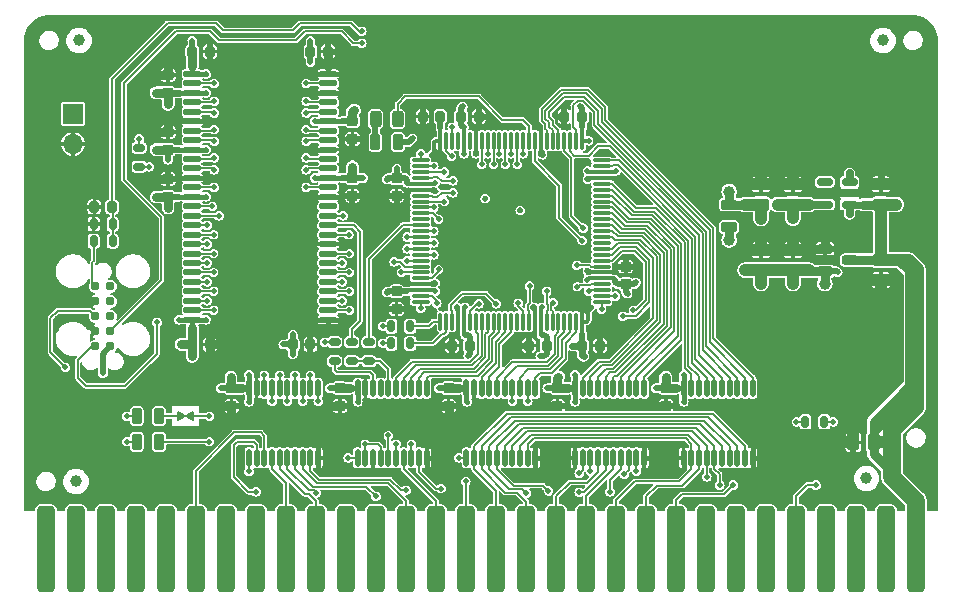
<source format=gtl>
G04 #@! TF.GenerationSoftware,KiCad,Pcbnew,7.0.10*
G04 #@! TF.CreationDate,2024-02-07T20:48:26-05:00*
G04 #@! TF.ProjectId,RAM2E,52414d32-452e-46b6-9963-61645f706362,2.1*
G04 #@! TF.SameCoordinates,Original*
G04 #@! TF.FileFunction,Copper,L1,Top*
G04 #@! TF.FilePolarity,Positive*
%FSLAX46Y46*%
G04 Gerber Fmt 4.6, Leading zero omitted, Abs format (unit mm)*
G04 Created by KiCad (PCBNEW 7.0.10) date 2024-02-07 20:48:26*
%MOMM*%
%LPD*%
G01*
G04 APERTURE LIST*
G04 Aperture macros list*
%AMRoundRect*
0 Rectangle with rounded corners*
0 $1 Rounding radius*
0 $2 $3 $4 $5 $6 $7 $8 $9 X,Y pos of 4 corners*
0 Add a 4 corners polygon primitive as box body*
4,1,4,$2,$3,$4,$5,$6,$7,$8,$9,$2,$3,0*
0 Add four circle primitives for the rounded corners*
1,1,$1+$1,$2,$3*
1,1,$1+$1,$4,$5*
1,1,$1+$1,$6,$7*
1,1,$1+$1,$8,$9*
0 Add four rect primitives between the rounded corners*
20,1,$1+$1,$2,$3,$4,$5,0*
20,1,$1+$1,$4,$5,$6,$7,0*
20,1,$1+$1,$6,$7,$8,$9,0*
20,1,$1+$1,$8,$9,$2,$3,0*%
G04 Aperture macros list end*
G04 #@! TA.AperFunction,SMDPad,CuDef*
%ADD10C,1.000000*%
G04 #@! TD*
G04 #@! TA.AperFunction,SMDPad,CuDef*
%ADD11RoundRect,0.112500X0.112500X-0.612500X0.112500X0.612500X-0.112500X0.612500X-0.112500X-0.612500X0*%
G04 #@! TD*
G04 #@! TA.AperFunction,SMDPad,CuDef*
%ADD12RoundRect,0.212500X-0.262500X0.212500X-0.262500X-0.212500X0.262500X-0.212500X0.262500X0.212500X0*%
G04 #@! TD*
G04 #@! TA.AperFunction,SMDPad,CuDef*
%ADD13RoundRect,0.381000X0.381000X3.289000X-0.381000X3.289000X-0.381000X-3.289000X0.381000X-3.289000X0*%
G04 #@! TD*
G04 #@! TA.AperFunction,SMDPad,CuDef*
%ADD14RoundRect,0.212500X0.262500X-0.212500X0.262500X0.212500X-0.262500X0.212500X-0.262500X-0.212500X0*%
G04 #@! TD*
G04 #@! TA.AperFunction,SMDPad,CuDef*
%ADD15RoundRect,0.114500X-0.640500X-0.114500X0.640500X-0.114500X0.640500X0.114500X-0.640500X0.114500X0*%
G04 #@! TD*
G04 #@! TA.AperFunction,ComponentPad*
%ADD16C,2.000000*%
G04 #@! TD*
G04 #@! TA.AperFunction,SMDPad,CuDef*
%ADD17RoundRect,0.262500X0.262500X0.437500X-0.262500X0.437500X-0.262500X-0.437500X0.262500X-0.437500X0*%
G04 #@! TD*
G04 #@! TA.AperFunction,SMDPad,CuDef*
%ADD18RoundRect,0.262500X-0.437500X0.262500X-0.437500X-0.262500X0.437500X-0.262500X0.437500X0.262500X0*%
G04 #@! TD*
G04 #@! TA.AperFunction,SMDPad,CuDef*
%ADD19RoundRect,0.212500X-0.212500X-0.262500X0.212500X-0.262500X0.212500X0.262500X-0.212500X0.262500X0*%
G04 #@! TD*
G04 #@! TA.AperFunction,SMDPad,CuDef*
%ADD20RoundRect,0.212500X-0.212500X-0.487500X0.212500X-0.487500X0.212500X0.487500X-0.212500X0.487500X0*%
G04 #@! TD*
G04 #@! TA.AperFunction,SMDPad,CuDef*
%ADD21RoundRect,0.262500X0.437500X-0.262500X0.437500X0.262500X-0.437500X0.262500X-0.437500X-0.262500X0*%
G04 #@! TD*
G04 #@! TA.AperFunction,SMDPad,CuDef*
%ADD22RoundRect,0.200000X-0.475000X-0.200000X0.475000X-0.200000X0.475000X0.200000X-0.475000X0.200000X0*%
G04 #@! TD*
G04 #@! TA.AperFunction,SMDPad,CuDef*
%ADD23RoundRect,0.212500X0.487500X-0.212500X0.487500X0.212500X-0.487500X0.212500X-0.487500X-0.212500X0*%
G04 #@! TD*
G04 #@! TA.AperFunction,ComponentPad*
%ADD24R,1.700000X1.700000*%
G04 #@! TD*
G04 #@! TA.AperFunction,ComponentPad*
%ADD25O,1.700000X1.700000*%
G04 #@! TD*
G04 #@! TA.AperFunction,SMDPad,CuDef*
%ADD26RoundRect,0.175000X-0.175000X-0.300000X0.175000X-0.300000X0.175000X0.300000X-0.175000X0.300000X0*%
G04 #@! TD*
G04 #@! TA.AperFunction,SMDPad,CuDef*
%ADD27RoundRect,0.212500X0.212500X0.262500X-0.212500X0.262500X-0.212500X-0.262500X0.212500X-0.262500X0*%
G04 #@! TD*
G04 #@! TA.AperFunction,ConnectorPad*
%ADD28C,0.787400*%
G04 #@! TD*
G04 #@! TA.AperFunction,SMDPad,CuDef*
%ADD29RoundRect,0.243750X0.243750X0.456250X-0.243750X0.456250X-0.243750X-0.456250X0.243750X-0.456250X0*%
G04 #@! TD*
G04 #@! TA.AperFunction,SMDPad,CuDef*
%ADD30RoundRect,0.175000X-0.300000X0.175000X-0.300000X-0.175000X0.300000X-0.175000X0.300000X0.175000X0*%
G04 #@! TD*
G04 #@! TA.AperFunction,SMDPad,CuDef*
%ADD31RoundRect,0.075000X0.662500X0.075000X-0.662500X0.075000X-0.662500X-0.075000X0.662500X-0.075000X0*%
G04 #@! TD*
G04 #@! TA.AperFunction,SMDPad,CuDef*
%ADD32RoundRect,0.075000X0.075000X0.662500X-0.075000X0.662500X-0.075000X-0.662500X0.075000X-0.662500X0*%
G04 #@! TD*
G04 #@! TA.AperFunction,SMDPad,CuDef*
%ADD33RoundRect,0.175000X0.175000X0.300000X-0.175000X0.300000X-0.175000X-0.300000X0.175000X-0.300000X0*%
G04 #@! TD*
G04 #@! TA.AperFunction,SMDPad,CuDef*
%ADD34RoundRect,0.175000X0.300000X-0.175000X0.300000X0.175000X-0.300000X0.175000X-0.300000X-0.175000X0*%
G04 #@! TD*
G04 #@! TA.AperFunction,SMDPad,CuDef*
%ADD35RoundRect,0.162500X0.512500X0.162500X-0.512500X0.162500X-0.512500X-0.162500X0.512500X-0.162500X0*%
G04 #@! TD*
G04 #@! TA.AperFunction,ViaPad*
%ADD36C,0.500000*%
G04 #@! TD*
G04 #@! TA.AperFunction,ViaPad*
%ADD37C,0.600000*%
G04 #@! TD*
G04 #@! TA.AperFunction,ViaPad*
%ADD38C,1.000000*%
G04 #@! TD*
G04 #@! TA.AperFunction,Conductor*
%ADD39C,0.762000*%
G04 #@! TD*
G04 #@! TA.AperFunction,Conductor*
%ADD40C,0.450000*%
G04 #@! TD*
G04 #@! TA.AperFunction,Conductor*
%ADD41C,0.800000*%
G04 #@! TD*
G04 #@! TA.AperFunction,Conductor*
%ADD42C,1.000000*%
G04 #@! TD*
G04 #@! TA.AperFunction,Conductor*
%ADD43C,1.524000*%
G04 #@! TD*
G04 #@! TA.AperFunction,Conductor*
%ADD44C,0.600000*%
G04 #@! TD*
G04 #@! TA.AperFunction,Conductor*
%ADD45C,0.508000*%
G04 #@! TD*
G04 #@! TA.AperFunction,Conductor*
%ADD46C,0.650000*%
G04 #@! TD*
G04 #@! TA.AperFunction,Conductor*
%ADD47C,0.500000*%
G04 #@! TD*
G04 #@! TA.AperFunction,Conductor*
%ADD48C,0.300000*%
G04 #@! TD*
G04 #@! TA.AperFunction,Conductor*
%ADD49C,0.150000*%
G04 #@! TD*
G04 #@! TA.AperFunction,Conductor*
%ADD50C,0.152400*%
G04 #@! TD*
G04 APERTURE END LIST*
D10*
X203200000Y-129540000D03*
X271526000Y-92202000D03*
D11*
X236250000Y-127550000D03*
X236900000Y-127550000D03*
X237550000Y-127550000D03*
X238200000Y-127550000D03*
X238850000Y-127550000D03*
X239500000Y-127550000D03*
X240150000Y-127550000D03*
X240800000Y-127550000D03*
X241450000Y-127550000D03*
X242100000Y-127550000D03*
X242100000Y-121650000D03*
X241450000Y-121650000D03*
X240800000Y-121650000D03*
X240150000Y-121650000D03*
X239500000Y-121650000D03*
X238850000Y-121650000D03*
X238200000Y-121650000D03*
X237550000Y-121650000D03*
X236900000Y-121650000D03*
X236250000Y-121650000D03*
D12*
X234750000Y-121650000D03*
X234750000Y-123150000D03*
X253150000Y-121650000D03*
X253150000Y-123150000D03*
D11*
X254650000Y-127550000D03*
X255300000Y-127550000D03*
X255950000Y-127550000D03*
X256600000Y-127550000D03*
X257250000Y-127550000D03*
X257900000Y-127550000D03*
X258550000Y-127550000D03*
X259200000Y-127550000D03*
X259850000Y-127550000D03*
X260500000Y-127550000D03*
X260500000Y-121650000D03*
X259850000Y-121650000D03*
X259200000Y-121650000D03*
X258550000Y-121650000D03*
X257900000Y-121650000D03*
X257250000Y-121650000D03*
X256600000Y-121650000D03*
X255950000Y-121650000D03*
X255300000Y-121650000D03*
X254650000Y-121650000D03*
D12*
X243950000Y-121650000D03*
X243950000Y-123150000D03*
D11*
X217850000Y-127550000D03*
X218500000Y-127550000D03*
X219150000Y-127550000D03*
X219800000Y-127550000D03*
X220450000Y-127550000D03*
X221100000Y-127550000D03*
X221750000Y-127550000D03*
X222400000Y-127550000D03*
X223050000Y-127550000D03*
X223700000Y-127550000D03*
X223700000Y-121650000D03*
X223050000Y-121650000D03*
X222400000Y-121650000D03*
X221750000Y-121650000D03*
X221100000Y-121650000D03*
X220450000Y-121650000D03*
X219800000Y-121650000D03*
X219150000Y-121650000D03*
X218500000Y-121650000D03*
X217850000Y-121650000D03*
X245450000Y-127550000D03*
X246100000Y-127550000D03*
X246750000Y-127550000D03*
X247400000Y-127550000D03*
X248050000Y-127550000D03*
X248700000Y-127550000D03*
X249350000Y-127550000D03*
X250000000Y-127550000D03*
X250650000Y-127550000D03*
X251300000Y-127550000D03*
X251300000Y-121650000D03*
X250650000Y-121650000D03*
X250000000Y-121650000D03*
X249350000Y-121650000D03*
X248700000Y-121650000D03*
X248050000Y-121650000D03*
X247400000Y-121650000D03*
X246750000Y-121650000D03*
X246100000Y-121650000D03*
X245450000Y-121650000D03*
D13*
X200660000Y-135282000D03*
X203200000Y-135282000D03*
X205740000Y-135282000D03*
X208280000Y-135282000D03*
X210820000Y-135282000D03*
X213360000Y-135282000D03*
X215900000Y-135282000D03*
X218440000Y-135282000D03*
X220980000Y-135282000D03*
X223520000Y-135282000D03*
X226060000Y-135282000D03*
X228600000Y-135282000D03*
X231140000Y-135282000D03*
X233680000Y-135282000D03*
X236220000Y-135282000D03*
X238760000Y-135282000D03*
X241300000Y-135282000D03*
X243840000Y-135282000D03*
X246380000Y-135282000D03*
X248920000Y-135282000D03*
X251460000Y-135282000D03*
X254000000Y-135282000D03*
X256540000Y-135282000D03*
X259080000Y-135282000D03*
X261620000Y-135282000D03*
X264160000Y-135282000D03*
X266700000Y-135282000D03*
X269240000Y-135282000D03*
X271780000Y-135282000D03*
X274320000Y-135282000D03*
D11*
X227050000Y-127550000D03*
X227700000Y-127550000D03*
X228350000Y-127550000D03*
X229000000Y-127550000D03*
X229650000Y-127550000D03*
X230300000Y-127550000D03*
X230950000Y-127550000D03*
X231600000Y-127550000D03*
X232250000Y-127550000D03*
X232900000Y-127550000D03*
X232900000Y-121650000D03*
X232250000Y-121650000D03*
X231600000Y-121650000D03*
X230950000Y-121650000D03*
X230300000Y-121650000D03*
X229650000Y-121650000D03*
X229000000Y-121650000D03*
X228350000Y-121650000D03*
X227700000Y-121650000D03*
X227050000Y-121650000D03*
D12*
X225550000Y-121650000D03*
X225550000Y-123150000D03*
X226600000Y-103850000D03*
X226600000Y-105350000D03*
D14*
X211000000Y-101450000D03*
X211000000Y-99950000D03*
X211000000Y-96650000D03*
X211000000Y-95150000D03*
X211000000Y-105450000D03*
X211000000Y-103950000D03*
D12*
X226600000Y-99050000D03*
X226600000Y-100550000D03*
D15*
X213050000Y-95050000D03*
X213050000Y-95850000D03*
X213050000Y-96650000D03*
X213050000Y-97450000D03*
X213050000Y-98250000D03*
X213050000Y-99050000D03*
X213050000Y-99850000D03*
X213050000Y-100650000D03*
X213050000Y-101450000D03*
X213050000Y-102250000D03*
X213050000Y-103050000D03*
X213050000Y-103850000D03*
X213050000Y-104650000D03*
X213050000Y-105450000D03*
X213050000Y-106250000D03*
X213050000Y-107050000D03*
X213050000Y-107850000D03*
X213050000Y-108650000D03*
X213050000Y-109450000D03*
X213050000Y-110250000D03*
X213050000Y-111050000D03*
X213050000Y-111850000D03*
X213050000Y-112650000D03*
X213050000Y-113450000D03*
X213050000Y-114250000D03*
X213050000Y-115050000D03*
X213050000Y-115850000D03*
X224550000Y-115850000D03*
X224550000Y-115050000D03*
X224550000Y-114250000D03*
X224550000Y-113450000D03*
X224550000Y-112650000D03*
X224550000Y-111850000D03*
X224550000Y-111050000D03*
X224550000Y-110250000D03*
X224550000Y-109450000D03*
X224550000Y-108650000D03*
X224550000Y-107850000D03*
X224550000Y-107050000D03*
X224550000Y-106250000D03*
X224550000Y-105450000D03*
X224550000Y-104650000D03*
X224550000Y-103850000D03*
X224550000Y-103050000D03*
X224550000Y-102250000D03*
X224550000Y-101450000D03*
X224550000Y-100650000D03*
X224550000Y-99850000D03*
X224550000Y-99050000D03*
X224550000Y-98250000D03*
X224550000Y-97450000D03*
X224550000Y-96650000D03*
X224550000Y-95850000D03*
X224550000Y-95050000D03*
D10*
X203454000Y-92202000D03*
D16*
X274320000Y-128397000D03*
D17*
X270725000Y-126238000D03*
X269025000Y-126238000D03*
D10*
X270129000Y-129286000D03*
D18*
X271350000Y-110800000D03*
X271350000Y-112500000D03*
D19*
X223050000Y-93150000D03*
X224550000Y-93150000D03*
D20*
X208346000Y-126174500D03*
X210246000Y-126174500D03*
X208346000Y-124015500D03*
X210246000Y-124015500D03*
D21*
X263900000Y-111650000D03*
X263900000Y-109950000D03*
D22*
X266600000Y-109850000D03*
X266600000Y-111750000D03*
X268700000Y-110800000D03*
D21*
X261200000Y-111650000D03*
X261200000Y-109950000D03*
D19*
X213050000Y-93150000D03*
X214550000Y-93150000D03*
D12*
X216350000Y-121650000D03*
X216350000Y-123150000D03*
D19*
X213050000Y-117950000D03*
X214550000Y-117950000D03*
D21*
X263900000Y-106100000D03*
X263900000Y-104400000D03*
X261200000Y-106100000D03*
X261200000Y-104400000D03*
D23*
X258500000Y-108000000D03*
X258500000Y-106100000D03*
D19*
X221550000Y-117950000D03*
X223050000Y-117950000D03*
D24*
X202946000Y-98425000D03*
D25*
X202946000Y-100965000D03*
D26*
X264950000Y-124500000D03*
X266550000Y-124500000D03*
D19*
X246050000Y-118050000D03*
X247550000Y-118050000D03*
D27*
X234050000Y-98650000D03*
X232550000Y-98650000D03*
D28*
X204851000Y-113030000D03*
X204851000Y-114300000D03*
X204851000Y-115570000D03*
X204851000Y-116840000D03*
X204851000Y-118110000D03*
X206121000Y-118110000D03*
X206121000Y-116840000D03*
X206121000Y-115570000D03*
X206121000Y-114300000D03*
X206121000Y-113030000D03*
D20*
X228550000Y-100800000D03*
X230450000Y-100800000D03*
D29*
X230437500Y-98850000D03*
X228562500Y-98850000D03*
D30*
X226550000Y-117750000D03*
X226550000Y-119350000D03*
X228000000Y-117750000D03*
X228000000Y-119350000D03*
X225100000Y-117750000D03*
X225100000Y-119350000D03*
D31*
X247712500Y-114350000D03*
X247712500Y-113850000D03*
X247712500Y-113350000D03*
X247712500Y-112850000D03*
X247712500Y-112350000D03*
X247712500Y-111850000D03*
X247712500Y-111350000D03*
X247712500Y-110850000D03*
X247712500Y-110350000D03*
X247712500Y-109850000D03*
X247712500Y-109350000D03*
X247712500Y-108850000D03*
X247712500Y-108350000D03*
X247712500Y-107850000D03*
X247712500Y-107350000D03*
X247712500Y-106850000D03*
X247712500Y-106350000D03*
X247712500Y-105850000D03*
X247712500Y-105350000D03*
X247712500Y-104850000D03*
X247712500Y-104350000D03*
X247712500Y-103850000D03*
X247712500Y-103350000D03*
X247712500Y-102850000D03*
X247712500Y-102350000D03*
D32*
X246050000Y-100687500D03*
X245550000Y-100687500D03*
X245050000Y-100687500D03*
X244550000Y-100687500D03*
X244050000Y-100687500D03*
X243550000Y-100687500D03*
X243050000Y-100687500D03*
X242550000Y-100687500D03*
X242050000Y-100687500D03*
X241550000Y-100687500D03*
X241050000Y-100687500D03*
X240550000Y-100687500D03*
X240050000Y-100687500D03*
X239550000Y-100687500D03*
X239050000Y-100687500D03*
X238550000Y-100687500D03*
X238050000Y-100687500D03*
X237550000Y-100687500D03*
X237050000Y-100687500D03*
X236550000Y-100687500D03*
X236050000Y-100687500D03*
X235550000Y-100687500D03*
X235050000Y-100687500D03*
X234550000Y-100687500D03*
X234050000Y-100687500D03*
D31*
X232387500Y-102350000D03*
X232387500Y-102850000D03*
X232387500Y-103350000D03*
X232387500Y-103850000D03*
X232387500Y-104350000D03*
X232387500Y-104850000D03*
X232387500Y-105350000D03*
X232387500Y-105850000D03*
X232387500Y-106350000D03*
X232387500Y-106850000D03*
X232387500Y-107350000D03*
X232387500Y-107850000D03*
X232387500Y-108350000D03*
X232387500Y-108850000D03*
X232387500Y-109350000D03*
X232387500Y-109850000D03*
X232387500Y-110350000D03*
X232387500Y-110850000D03*
X232387500Y-111350000D03*
X232387500Y-111850000D03*
X232387500Y-112350000D03*
X232387500Y-112850000D03*
X232387500Y-113350000D03*
X232387500Y-113850000D03*
X232387500Y-114350000D03*
D32*
X234050000Y-116012500D03*
X234550000Y-116012500D03*
X235050000Y-116012500D03*
X235550000Y-116012500D03*
X236050000Y-116012500D03*
X236550000Y-116012500D03*
X237050000Y-116012500D03*
X237550000Y-116012500D03*
X238050000Y-116012500D03*
X238550000Y-116012500D03*
X239050000Y-116012500D03*
X239550000Y-116012500D03*
X240050000Y-116012500D03*
X240550000Y-116012500D03*
X241050000Y-116012500D03*
X241550000Y-116012500D03*
X242050000Y-116012500D03*
X242550000Y-116012500D03*
X243050000Y-116012500D03*
X243550000Y-116012500D03*
X244050000Y-116012500D03*
X244550000Y-116012500D03*
X245050000Y-116012500D03*
X245550000Y-116012500D03*
X246050000Y-116012500D03*
D27*
X206250000Y-106300000D03*
X204750000Y-106300000D03*
D33*
X206300000Y-107750000D03*
X204700000Y-107750000D03*
X206300000Y-109200000D03*
X204700000Y-109200000D03*
D19*
X235800000Y-98650000D03*
X237300000Y-98650000D03*
D12*
X230350000Y-103850000D03*
X230350000Y-105350000D03*
X230350000Y-113450000D03*
X230350000Y-114950000D03*
D27*
X236550000Y-118050000D03*
X235050000Y-118050000D03*
X243050000Y-118050000D03*
X241550000Y-118050000D03*
D14*
X249750000Y-112850000D03*
X249750000Y-111350000D03*
D27*
X246050000Y-98650000D03*
X244550000Y-98650000D03*
D26*
X229900000Y-117850000D03*
X231500000Y-117850000D03*
X229900000Y-116400000D03*
X231500000Y-116400000D03*
D34*
X208550000Y-102900000D03*
X208550000Y-101300000D03*
D35*
X268700000Y-106100000D03*
X268700000Y-105150000D03*
X268700000Y-104200000D03*
X266600000Y-104200000D03*
X266600000Y-106100000D03*
D21*
X271350000Y-106100000D03*
X271350000Y-104400000D03*
D36*
X245450000Y-122800000D03*
X244825000Y-121650000D03*
X245450000Y-120500000D03*
X254650000Y-122800000D03*
X253125000Y-120700000D03*
X254025000Y-121650000D03*
X254650000Y-120500000D03*
D37*
X269800000Y-106100000D03*
D36*
X244050000Y-120700000D03*
X243100000Y-121650000D03*
D38*
X272650000Y-106100000D03*
D36*
X252300000Y-121650000D03*
D38*
X274193000Y-123190000D03*
X271350000Y-107250000D03*
D37*
X268700000Y-106900000D03*
X268700000Y-103450000D03*
D36*
X222250000Y-131191000D03*
X224790000Y-131191000D03*
X227330000Y-131191000D03*
X229870000Y-131191000D03*
X232410000Y-131191000D03*
X234950000Y-131191000D03*
X217170000Y-131191000D03*
X214630000Y-131191000D03*
X212090000Y-131191000D03*
X209550000Y-131191000D03*
X275844000Y-131191000D03*
X270510000Y-131191000D03*
X265430000Y-131191000D03*
X262890000Y-131191000D03*
X260350000Y-131191000D03*
X257810000Y-131191000D03*
X255270000Y-131191000D03*
X252730000Y-131191000D03*
X250190000Y-131191000D03*
X247650000Y-131191000D03*
X245110000Y-131191000D03*
X242570000Y-131191000D03*
X240030000Y-131191000D03*
X237490000Y-131191000D03*
X275844000Y-118364000D03*
X275844000Y-98044000D03*
X275844000Y-93091000D03*
X199136000Y-93091000D03*
X267970000Y-90424000D03*
X262890000Y-90424000D03*
X257810000Y-90424000D03*
X252730000Y-90424000D03*
X242570000Y-90424000D03*
X247650000Y-90424000D03*
X237998000Y-90424000D03*
X227330000Y-90424000D03*
X232410000Y-90424000D03*
X206756000Y-90424000D03*
X202057000Y-90424000D03*
X199771000Y-90932000D03*
X199136000Y-128270000D03*
X199136000Y-122555000D03*
X199136000Y-117475000D03*
X199136000Y-112395000D03*
X199136000Y-107315000D03*
X275209000Y-90932000D03*
X233750000Y-123150000D03*
X244825000Y-123150000D03*
X242950000Y-123150000D03*
X254025000Y-123150000D03*
X252150000Y-123150000D03*
X215350000Y-123150000D03*
X216325000Y-124100000D03*
X217225000Y-123150000D03*
X226425000Y-123150000D03*
X224550000Y-123150000D03*
X211900000Y-103850000D03*
X223400000Y-115850000D03*
X214200000Y-99050000D03*
X225700000Y-115850000D03*
X214200000Y-103850000D03*
X211000000Y-99000000D03*
X211000000Y-103100000D03*
X210000000Y-103950000D03*
X226400000Y-106200000D03*
X223400000Y-95050000D03*
X225700000Y-95050000D03*
X225700000Y-105450000D03*
X223400000Y-101450000D03*
X223400000Y-105450000D03*
X223400000Y-96650000D03*
X225700000Y-96650000D03*
X229000000Y-92550000D03*
X230150000Y-124800000D03*
X211650000Y-113200000D03*
X265303000Y-123190000D03*
X204470000Y-131191000D03*
X199136000Y-131191000D03*
X201930000Y-131191000D03*
X207010000Y-131191000D03*
X267970000Y-131191000D03*
X228250000Y-91900000D03*
X275844000Y-123444000D03*
X229900000Y-93500000D03*
X201676000Y-125095000D03*
X204216000Y-122555000D03*
X209296000Y-122555000D03*
X206756000Y-125095000D03*
X211836000Y-125349000D03*
X211836000Y-120015000D03*
X270383000Y-123190000D03*
X272923000Y-90424000D03*
X218650000Y-125900000D03*
X217050000Y-126700000D03*
X220000000Y-105450000D03*
X217600000Y-105450000D03*
X218800000Y-103850000D03*
X218800000Y-101450000D03*
X218800000Y-99050000D03*
X218800000Y-96650000D03*
X218800000Y-95050000D03*
X218800000Y-102650000D03*
X218800000Y-97850000D03*
X218800000Y-100250000D03*
X220000000Y-115850000D03*
X217600000Y-115850000D03*
X199136000Y-102235000D03*
X199136000Y-97155000D03*
X201676000Y-94615000D03*
X206756000Y-99695000D03*
D38*
X269300000Y-112800000D03*
D36*
X260350000Y-98044000D03*
X262890000Y-100584000D03*
X257810000Y-100584000D03*
X273050000Y-100584000D03*
X275844000Y-113284000D03*
X275844000Y-103124000D03*
D38*
X267950000Y-113950000D03*
X265250000Y-113950000D03*
X262550000Y-113950000D03*
X259850000Y-113950000D03*
D36*
X275844000Y-108204000D03*
X272923000Y-115570000D03*
X272923000Y-120650000D03*
X267843000Y-120650000D03*
X260604000Y-123190000D03*
X263144000Y-125730000D03*
X273050000Y-131699000D03*
D38*
X258500000Y-112800000D03*
D36*
X270383000Y-118110000D03*
X214550000Y-94050000D03*
X214550000Y-92250000D03*
X267843000Y-115570000D03*
X262763000Y-115570000D03*
X214550000Y-116950000D03*
X214550000Y-118950000D03*
X226300000Y-91300000D03*
X241950000Y-117150000D03*
X231250000Y-112750000D03*
X232700000Y-97800000D03*
X241700000Y-118900000D03*
X248100000Y-101650000D03*
X248850000Y-111750000D03*
X247400000Y-118900000D03*
X241950000Y-114800000D03*
X237050000Y-101800000D03*
X250600000Y-111500000D03*
X247400000Y-117200000D03*
X235450000Y-114800000D03*
X233600000Y-104950000D03*
X231250000Y-104950000D03*
X233600000Y-112750000D03*
X246500000Y-111750000D03*
X244700000Y-99500000D03*
X237850000Y-105600000D03*
X240800000Y-106600000D03*
X229500000Y-105200000D03*
X240750000Y-118050000D03*
X244700000Y-97800000D03*
X246500000Y-103950000D03*
X237050000Y-99550000D03*
X235450000Y-117200000D03*
X232700000Y-99500000D03*
X237050000Y-97750000D03*
X234250000Y-118050000D03*
X201580000Y-115850000D03*
X205486000Y-110490000D03*
X206756000Y-104775000D03*
X204030000Y-114300000D03*
X201676000Y-104775000D03*
X267970000Y-100584000D03*
X265430000Y-98044000D03*
X270510000Y-98044000D03*
X255270000Y-98044000D03*
X252730000Y-100584000D03*
X250190000Y-98044000D03*
X255270000Y-103124000D03*
D38*
X263900000Y-108800000D03*
D36*
X251550000Y-105900000D03*
X240800000Y-99450000D03*
X206756000Y-94107000D03*
X209450000Y-92950000D03*
X246850000Y-99900000D03*
X265303000Y-118110000D03*
X262763000Y-120650000D03*
X245100000Y-119450000D03*
X211000000Y-94200000D03*
X221551500Y-90424001D03*
X237000000Y-122800000D03*
D38*
X262600000Y-104400000D03*
D36*
X235200000Y-118900000D03*
X252730000Y-95504000D03*
X219710000Y-131191000D03*
D38*
X261200000Y-103250000D03*
D36*
X231200000Y-114850000D03*
D38*
X272700000Y-112500000D03*
D36*
X242750000Y-127550000D03*
X242700000Y-101900000D03*
X267700000Y-109850000D03*
X229500000Y-114850000D03*
X223050000Y-118800000D03*
D38*
X266600000Y-108800000D03*
D36*
X218500000Y-122800000D03*
D38*
X261200000Y-108800000D03*
D36*
X249750000Y-110550000D03*
D38*
X269050000Y-124850000D03*
X272650000Y-104400000D03*
D36*
X273050000Y-95504000D03*
X234750000Y-124150000D03*
X227750000Y-122900000D03*
X242150000Y-126400000D03*
X260500000Y-128700000D03*
D38*
X262550000Y-109950000D03*
X259850000Y-109950000D03*
D36*
X223050000Y-117100000D03*
X242400000Y-99550000D03*
X242100000Y-128700000D03*
X215582500Y-90424001D03*
X227500000Y-100750000D03*
X210502500Y-90424000D03*
D38*
X265250000Y-109950000D03*
D36*
X260500000Y-126400000D03*
D38*
X271350000Y-113650000D03*
D36*
X254650000Y-126400000D03*
D37*
X267600000Y-105150000D03*
D36*
X243750000Y-98500000D03*
D38*
X267850000Y-126200000D03*
D36*
X225400000Y-93150000D03*
X233550000Y-127550000D03*
D38*
X265200000Y-104400000D03*
D36*
X250190000Y-92964000D03*
X251950000Y-127550000D03*
X232900000Y-128700000D03*
X224550000Y-92250000D03*
X224550000Y-116550000D03*
X223700000Y-128650000D03*
X251300000Y-126400000D03*
D38*
X263900000Y-103250000D03*
D36*
X223700000Y-126400000D03*
X210000000Y-95150000D03*
X269050000Y-127350000D03*
X226600000Y-101400000D03*
X235600000Y-123050000D03*
X228350000Y-128700000D03*
D37*
X269800000Y-105000000D03*
D36*
X210000000Y-99950000D03*
D38*
X259850000Y-104350000D03*
D36*
X227475000Y-105150000D03*
X249300000Y-103850000D03*
X224550000Y-94350000D03*
X254250000Y-128850000D03*
X261150000Y-127550000D03*
D37*
X271350000Y-103450000D03*
D36*
X245450000Y-126400000D03*
X247650000Y-95504000D03*
X215500000Y-117950000D03*
X230300000Y-126400000D03*
X231600000Y-126400000D03*
X257700000Y-129850000D03*
X256600000Y-129150000D03*
X243200000Y-130350000D03*
X241300000Y-130550000D03*
X214503000Y-124015500D03*
X214503000Y-126174500D03*
X265850000Y-129850000D03*
X229650000Y-125650000D03*
X218440000Y-130429000D03*
X234100000Y-130150000D03*
X231140000Y-130302000D03*
X228600000Y-130810000D03*
X223520000Y-130500000D03*
X267300000Y-124500000D03*
X249600000Y-128950000D03*
X245800000Y-130450000D03*
X248412000Y-130429000D03*
X246750000Y-128700000D03*
X250650000Y-128700000D03*
X258850000Y-129850000D03*
X245800000Y-128850000D03*
X236200000Y-129550000D03*
X236300000Y-122800000D03*
X235625000Y-121650000D03*
X217850000Y-120500000D03*
X215450000Y-121650000D03*
X217225000Y-121650000D03*
X216325000Y-120700000D03*
X217850000Y-122800000D03*
X226425000Y-121650000D03*
X227050000Y-122800000D03*
X214200000Y-101450000D03*
X214200000Y-96650000D03*
X211900000Y-101450000D03*
X211900000Y-105450000D03*
X211900000Y-115850000D03*
X214200000Y-115850000D03*
X211900000Y-96650000D03*
X210000000Y-105450000D03*
X214200000Y-95050000D03*
X211000000Y-102300000D03*
X211000000Y-106400000D03*
X226600000Y-102900000D03*
X223400000Y-99050000D03*
X223400000Y-103850000D03*
X225700000Y-99050000D03*
X225700000Y-103850000D03*
X213050000Y-92250000D03*
X213050000Y-116550000D03*
X213050000Y-118950000D03*
X212100000Y-117950000D03*
X235950000Y-97800000D03*
X248850000Y-112450000D03*
X246600000Y-100700000D03*
X231250000Y-104250000D03*
X242650000Y-114800000D03*
X231250000Y-113450000D03*
X245900000Y-97800000D03*
X229500000Y-104000000D03*
X242650000Y-117150000D03*
X236150000Y-114800000D03*
X250600000Y-112700000D03*
X236050000Y-99550000D03*
X233600000Y-113450000D03*
X248900000Y-103250000D03*
X246500000Y-112450000D03*
X246500000Y-103250000D03*
X236150000Y-117150000D03*
X246050000Y-99550000D03*
X242500000Y-118950000D03*
X230350000Y-103050000D03*
X233600000Y-104250000D03*
X205486000Y-120396000D03*
X236050000Y-101800000D03*
X211000000Y-97600000D03*
X249900000Y-113650000D03*
X231700000Y-100500000D03*
D38*
X265250000Y-111650000D03*
D36*
X209400000Y-102900000D03*
X229200000Y-116400000D03*
D38*
X258500000Y-109100000D03*
D36*
X226250000Y-127550000D03*
X221550000Y-118800000D03*
X236400000Y-118900000D03*
X223050000Y-94050000D03*
X221550000Y-117100000D03*
X229200000Y-117850000D03*
X213050000Y-94350000D03*
X227500000Y-103850000D03*
X214200000Y-105450000D03*
X267700000Y-111850000D03*
X224700000Y-121650000D03*
D38*
X266600000Y-112800000D03*
D36*
X229500000Y-113550000D03*
D38*
X259850000Y-111650000D03*
D36*
X220750000Y-117950000D03*
X223050000Y-92250000D03*
X217850000Y-128700000D03*
X226750000Y-98100000D03*
X210000000Y-96650000D03*
X235600000Y-127550000D03*
D38*
X262550000Y-111650000D03*
D36*
X233900000Y-121650000D03*
D38*
X261200000Y-112800000D03*
D36*
X210000000Y-101450000D03*
D38*
X263900000Y-112800000D03*
D36*
X210058000Y-116078000D03*
X243050000Y-113450000D03*
X202311000Y-119888000D03*
X240650000Y-114450000D03*
X227400000Y-92450000D03*
X243600000Y-114400000D03*
X222700000Y-102150000D03*
X214900000Y-102150000D03*
X238550000Y-102700000D03*
X222700000Y-100750000D03*
X214900000Y-100750000D03*
X239050000Y-101800000D03*
X222700000Y-99750000D03*
X214900000Y-99750000D03*
X239550000Y-102700000D03*
X222700000Y-98350000D03*
X240050000Y-101800000D03*
X214900000Y-98350000D03*
X222700000Y-104650000D03*
X214900000Y-104650000D03*
X237550000Y-102700000D03*
X222700000Y-103150000D03*
X214900000Y-103150000D03*
X238050000Y-101800000D03*
X222700000Y-95850000D03*
X241050000Y-101800000D03*
X214900000Y-95850000D03*
X222700000Y-97350000D03*
X240550000Y-102700000D03*
X214900000Y-97350000D03*
X225800000Y-107050000D03*
X235000000Y-102000000D03*
X232400000Y-101800000D03*
X215300000Y-107050000D03*
X214300000Y-107850000D03*
X233500000Y-102850000D03*
X234400000Y-103350000D03*
X226300000Y-108650000D03*
X214850000Y-108650000D03*
X235100000Y-104100000D03*
X214850000Y-110250000D03*
X234400000Y-105850000D03*
X226350000Y-110250000D03*
X233500000Y-106350000D03*
X214300000Y-109450000D03*
X235100000Y-105100000D03*
X214300000Y-111050000D03*
X233900000Y-107350000D03*
X225750000Y-111050000D03*
X233500000Y-108350000D03*
X214850000Y-111850000D03*
X231250000Y-108850000D03*
X226350000Y-111850000D03*
X233500000Y-109350000D03*
X214300000Y-112650000D03*
X231250000Y-109850000D03*
X225750000Y-112650000D03*
X233500000Y-110350000D03*
X214850000Y-113450000D03*
X231250000Y-110850000D03*
X226350000Y-113450000D03*
X230150000Y-110950000D03*
X226350000Y-115050000D03*
X232400000Y-114900000D03*
X214850000Y-115050000D03*
X233750000Y-114450000D03*
X225750000Y-114250000D03*
X233900000Y-111600000D03*
X214300000Y-114250000D03*
X230750000Y-111850000D03*
X235050000Y-99550000D03*
X214750000Y-106250000D03*
X246050000Y-109150000D03*
X219800000Y-122750000D03*
X219150000Y-120550000D03*
X246150000Y-108100000D03*
X246600000Y-113450000D03*
X221750000Y-120550000D03*
X248850000Y-113850000D03*
X221100000Y-122750000D03*
X245600000Y-111250000D03*
X222400000Y-122750000D03*
X223700000Y-122750000D03*
X245650000Y-113050000D03*
X238800000Y-114500000D03*
X223050000Y-120550000D03*
X250400000Y-115050000D03*
X220450000Y-120550000D03*
X249500000Y-115550000D03*
X240150000Y-122750000D03*
X247700000Y-114950000D03*
X241450000Y-122750000D03*
X207518000Y-126174500D03*
X207518000Y-124015500D03*
X224250000Y-117750000D03*
X264200000Y-124500000D03*
X227700000Y-126400000D03*
D38*
X262600000Y-106100000D03*
X263900000Y-107250000D03*
D36*
X245200000Y-118050000D03*
D38*
X259850000Y-106100000D03*
X265250000Y-106100000D03*
X258500000Y-105000000D03*
X243450000Y-108800000D03*
X261200000Y-107300000D03*
D36*
X246200000Y-118950000D03*
X208550000Y-100550000D03*
X237300000Y-114500000D03*
X227400000Y-91440000D03*
X241600000Y-113000000D03*
D39*
X243925000Y-121650000D02*
X244825000Y-121650000D01*
D40*
X245450000Y-121650000D02*
X245450000Y-122800000D01*
X245450000Y-121650000D02*
X245450000Y-120500000D01*
X245450000Y-121650000D02*
X244825000Y-121650000D01*
D39*
X253125000Y-121650000D02*
X254025000Y-121650000D01*
D40*
X254650000Y-121650000D02*
X254025000Y-121650000D01*
D39*
X253125000Y-121650000D02*
X253125000Y-120700000D01*
D40*
X254650000Y-121650000D02*
X254650000Y-120500000D01*
X254650000Y-121650000D02*
X254650000Y-122800000D01*
D41*
X270725000Y-125261000D02*
X274193000Y-121793000D01*
D42*
X270725000Y-126238000D02*
X272288000Y-126238000D01*
D39*
X243925000Y-121650000D02*
X243925000Y-120825000D01*
D42*
X271350000Y-110800000D02*
X273000000Y-110800000D01*
D43*
X272288000Y-126238000D02*
X272288000Y-129159000D01*
X274320000Y-131191000D02*
X274320000Y-135282000D01*
X272288000Y-129159000D02*
X274320000Y-131191000D01*
D44*
X268700000Y-106100000D02*
X269800000Y-106100000D01*
D42*
X274500000Y-123300000D02*
X272288000Y-125512000D01*
X273000000Y-110800000D02*
X273800000Y-111600000D01*
X273700000Y-110800000D02*
X274500000Y-111600000D01*
D43*
X274193000Y-123190000D02*
X274129500Y-123253500D01*
D41*
X269800000Y-106100000D02*
X271350000Y-106100000D01*
X274500000Y-120700000D02*
X274500000Y-111600000D01*
X268700000Y-110800000D02*
X271350000Y-110800000D01*
D39*
X243925000Y-120825000D02*
X244050000Y-120700000D01*
D45*
X253125000Y-121650000D02*
X252300000Y-121650000D01*
D43*
X272288000Y-125095000D02*
X272288000Y-126238000D01*
D41*
X270725000Y-126238000D02*
X270725000Y-127215000D01*
D43*
X274129500Y-123253500D02*
X272288000Y-125095000D01*
D42*
X271350000Y-110800000D02*
X271350000Y-107250000D01*
X273800000Y-111600000D02*
X274500000Y-111600000D01*
X272288000Y-125512000D02*
X272288000Y-129159000D01*
D41*
X270725000Y-125261000D02*
X270725000Y-124475000D01*
D45*
X243925000Y-121650000D02*
X243100000Y-121650000D01*
D42*
X271350000Y-110800000D02*
X273700000Y-110800000D01*
D43*
X274193000Y-123190000D02*
X272288000Y-125095000D01*
D41*
X270725000Y-126238000D02*
X270725000Y-125261000D01*
D42*
X272288000Y-128778000D02*
X272288000Y-129159000D01*
D46*
X268700000Y-104200000D02*
X268700000Y-103450000D01*
D42*
X271350000Y-106100000D02*
X272650000Y-106100000D01*
D41*
X270725000Y-124475000D02*
X274500000Y-120700000D01*
D46*
X268700000Y-106100000D02*
X268700000Y-106900000D01*
D42*
X274500000Y-111600000D02*
X274500000Y-123300000D01*
D43*
X274193000Y-123190000D02*
X274193000Y-111693000D01*
D41*
X270725000Y-127215000D02*
X272288000Y-128778000D01*
D42*
X271350000Y-107250000D02*
X271350000Y-106100000D01*
D39*
X234725000Y-123150000D02*
X233750000Y-123150000D01*
X243925000Y-123150000D02*
X242950000Y-123150000D01*
D45*
X243925000Y-123150000D02*
X244825000Y-123150000D01*
D39*
X253125000Y-123150000D02*
X252150000Y-123150000D01*
D45*
X253125000Y-123150000D02*
X254025000Y-123150000D01*
X216325000Y-123150000D02*
X217225000Y-123150000D01*
D39*
X216325000Y-123150000D02*
X215350000Y-123150000D01*
X216325000Y-123150000D02*
X216325000Y-124100000D01*
D45*
X225525000Y-123150000D02*
X226425000Y-123150000D01*
D39*
X225525000Y-123150000D02*
X224550000Y-123150000D01*
D40*
X224550000Y-115850000D02*
X223400000Y-115850000D01*
X213050000Y-99050000D02*
X214200000Y-99050000D01*
X213050000Y-103850000D02*
X214200000Y-103850000D01*
X213050000Y-103850000D02*
X211900000Y-103850000D01*
X224550000Y-115850000D02*
X225700000Y-115850000D01*
D39*
X211000000Y-99950000D02*
X211000000Y-99000000D01*
D45*
X211000000Y-103950000D02*
X211800000Y-103950000D01*
X226600000Y-105350000D02*
X225800000Y-105350000D01*
D39*
X211000000Y-103950000D02*
X210000000Y-103950000D01*
D45*
X211800000Y-103950000D02*
X211900000Y-103850000D01*
X211050000Y-99050000D02*
X211000000Y-99000000D01*
X225800000Y-105350000D02*
X225700000Y-105450000D01*
X211000000Y-103950000D02*
X211000000Y-103100000D01*
X213050000Y-99050000D02*
X211050000Y-99050000D01*
D40*
X224550000Y-96650000D02*
X225700000Y-96650000D01*
X224550000Y-105450000D02*
X225700000Y-105450000D01*
X224550000Y-96650000D02*
X223400000Y-96650000D01*
X224550000Y-95050000D02*
X223400000Y-95050000D01*
X224550000Y-105450000D02*
X223400000Y-105450000D01*
X224550000Y-95050000D02*
X225700000Y-95050000D01*
X224550000Y-101450000D02*
X223400000Y-101450000D01*
D47*
X214550000Y-93150000D02*
X214550000Y-94050000D01*
X214550000Y-93150000D02*
X214550000Y-92250000D01*
D39*
X214550000Y-117950000D02*
X214550000Y-116950000D01*
X214550000Y-117950000D02*
X214550000Y-118950000D01*
D48*
X242050000Y-114900000D02*
X241950000Y-114800000D01*
D47*
X232550000Y-98650000D02*
X232550000Y-97950000D01*
D48*
X235450000Y-117200000D02*
X235550000Y-117100000D01*
D47*
X237300000Y-98650000D02*
X237300000Y-99350000D01*
X250450000Y-111350000D02*
X250600000Y-111500000D01*
D48*
X231350000Y-112850000D02*
X231250000Y-112750000D01*
D47*
X247550000Y-118750000D02*
X247400000Y-118900000D01*
D48*
X242050000Y-116012500D02*
X242050000Y-117050000D01*
D47*
X249050000Y-111350000D02*
X248850000Y-111550000D01*
X247550000Y-118050000D02*
X247550000Y-118750000D01*
D48*
X232387500Y-112850000D02*
X231350000Y-112850000D01*
X242050000Y-116012500D02*
X242050000Y-114900000D01*
D47*
X237300000Y-98650000D02*
X237300000Y-97950000D01*
D48*
X247712500Y-111850000D02*
X248750000Y-111850000D01*
D47*
X247550000Y-118050000D02*
X247550000Y-117350000D01*
X232550000Y-99350000D02*
X232700000Y-99500000D01*
X249750000Y-111350000D02*
X249050000Y-111350000D01*
X235200000Y-117200000D02*
X235450000Y-117200000D01*
D48*
X235550000Y-117100000D02*
X235550000Y-116012500D01*
D47*
X248850000Y-111550000D02*
X248850000Y-111750000D01*
X241550000Y-118050000D02*
X241550000Y-118750000D01*
X247550000Y-117350000D02*
X247400000Y-117200000D01*
X235050000Y-117350000D02*
X235200000Y-117200000D01*
X241550000Y-118050000D02*
X240750000Y-118050000D01*
X235050000Y-118050000D02*
X235050000Y-117350000D01*
X237100000Y-97750000D02*
X237050000Y-97750000D01*
X235050000Y-118050000D02*
X234250000Y-118050000D01*
X249750000Y-111350000D02*
X250450000Y-111350000D01*
D48*
X235550000Y-116012500D02*
X235550000Y-114900000D01*
D47*
X237300000Y-99350000D02*
X237100000Y-99550000D01*
X241750000Y-117150000D02*
X241950000Y-117150000D01*
X230350000Y-105350000D02*
X231050000Y-105350000D01*
D48*
X232387500Y-104850000D02*
X231350000Y-104850000D01*
X233600000Y-112750000D02*
X233500000Y-112850000D01*
X233500000Y-112850000D02*
X232387500Y-112850000D01*
X231350000Y-104850000D02*
X231250000Y-104950000D01*
X232387500Y-104850000D02*
X233500000Y-104850000D01*
X233500000Y-104850000D02*
X233600000Y-104950000D01*
X235550000Y-114900000D02*
X235450000Y-114800000D01*
D47*
X230350000Y-105350000D02*
X229650000Y-105350000D01*
X230350000Y-105350000D02*
X230350000Y-105950000D01*
X244550000Y-97950000D02*
X244700000Y-97800000D01*
X244550000Y-98650000D02*
X244550000Y-97950000D01*
X229650000Y-105350000D02*
X229500000Y-105200000D01*
X244550000Y-98650000D02*
X244550000Y-99350000D01*
D48*
X248750000Y-111850000D02*
X248850000Y-111750000D01*
D47*
X237300000Y-98650000D02*
X237900000Y-98650000D01*
X244550000Y-99350000D02*
X244700000Y-99500000D01*
X232550000Y-98650000D02*
X232550000Y-99350000D01*
X231250000Y-105150000D02*
X231250000Y-104950000D01*
D48*
X246600000Y-103850000D02*
X246500000Y-103950000D01*
D47*
X231050000Y-105350000D02*
X231250000Y-105150000D01*
D48*
X237050000Y-100687500D02*
X237050000Y-99550000D01*
X242050000Y-117050000D02*
X241950000Y-117150000D01*
D47*
X241550000Y-117350000D02*
X241750000Y-117150000D01*
D48*
X246600000Y-111850000D02*
X246500000Y-111750000D01*
D47*
X237300000Y-97950000D02*
X237100000Y-97750000D01*
D48*
X247712500Y-111850000D02*
X246600000Y-111850000D01*
D47*
X237100000Y-99550000D02*
X237050000Y-99550000D01*
X241550000Y-118750000D02*
X241700000Y-118900000D01*
X232550000Y-97950000D02*
X232700000Y-97800000D01*
D48*
X247712500Y-103850000D02*
X246600000Y-103850000D01*
X237050000Y-101800000D02*
X237050000Y-100687500D01*
D47*
X241550000Y-118050000D02*
X241550000Y-117350000D01*
X204851000Y-114300000D02*
X204030000Y-114300000D01*
X231100000Y-114950000D02*
X231200000Y-114850000D01*
D46*
X269650000Y-105150000D02*
X268700000Y-105150000D01*
D42*
X271350000Y-112500000D02*
X271350000Y-113650000D01*
D40*
X223700000Y-127550000D02*
X223700000Y-128650000D01*
D42*
X261200000Y-109950000D02*
X261200000Y-108800000D01*
D49*
X245450000Y-127550000D02*
X245450000Y-126400000D01*
D47*
X266600000Y-109850000D02*
X267700000Y-109850000D01*
X223050000Y-117950000D02*
X223050000Y-118800000D01*
D46*
X268700000Y-105150000D02*
X267600000Y-105150000D01*
D41*
X224550000Y-94350000D02*
X224550000Y-93150000D01*
D40*
X254300000Y-128850000D02*
X254250000Y-128850000D01*
X242100000Y-127550000D02*
X242100000Y-126450000D01*
X254650000Y-127550000D02*
X254650000Y-128500000D01*
D41*
X211000000Y-95150000D02*
X211000000Y-94200000D01*
D49*
X254650000Y-127550000D02*
X254650000Y-126400000D01*
D41*
X266600000Y-109850000D02*
X265350000Y-109850000D01*
D42*
X261200000Y-109950000D02*
X259850000Y-109950000D01*
D40*
X260500000Y-127550000D02*
X260500000Y-126400000D01*
X232900000Y-127550000D02*
X232900000Y-128700000D01*
X242100000Y-127550000D02*
X242100000Y-128700000D01*
D47*
X224550000Y-93150000D02*
X225400000Y-93150000D01*
D42*
X263900000Y-104400000D02*
X262600000Y-104400000D01*
D47*
X244550000Y-98650000D02*
X243900000Y-98650000D01*
D41*
X266600000Y-109850000D02*
X266600000Y-108800000D01*
X214550000Y-117950000D02*
X215500000Y-117950000D01*
D40*
X242100000Y-126450000D02*
X242150000Y-126400000D01*
D42*
X263900000Y-109950000D02*
X263900000Y-108800000D01*
D48*
X242550000Y-101750000D02*
X242550000Y-100687500D01*
D49*
X227700000Y-122850000D02*
X227700000Y-121650000D01*
X236900000Y-122700000D02*
X237000000Y-122800000D01*
D42*
X269025000Y-126238000D02*
X267888000Y-126238000D01*
D44*
X271350000Y-104400000D02*
X271350000Y-103450000D01*
D42*
X269025000Y-126238000D02*
X269025000Y-124875000D01*
D47*
X204851000Y-116840000D02*
X204840000Y-116840000D01*
X226600000Y-105350000D02*
X227275000Y-105350000D01*
D42*
X267888000Y-126238000D02*
X267850000Y-126200000D01*
D47*
X223050000Y-117950000D02*
X223050000Y-117100000D01*
D40*
X254650000Y-128500000D02*
X254300000Y-128850000D01*
D46*
X269800000Y-105000000D02*
X269650000Y-105150000D01*
D40*
X251300000Y-127550000D02*
X251950000Y-127550000D01*
D47*
X227275000Y-105350000D02*
X227475000Y-105150000D01*
D49*
X227750000Y-122900000D02*
X227700000Y-122850000D01*
D47*
X230350000Y-114950000D02*
X229600000Y-114950000D01*
D40*
X260500000Y-127550000D02*
X260500000Y-128700000D01*
D47*
X269025000Y-126238000D02*
X269025000Y-127325000D01*
D42*
X269025000Y-124875000D02*
X269050000Y-124850000D01*
X261200000Y-109950000D02*
X262550000Y-109950000D01*
D47*
X204840000Y-116840000D02*
X203750000Y-115750000D01*
D42*
X263900000Y-104400000D02*
X263900000Y-103250000D01*
X263900000Y-109950000D02*
X262550000Y-109950000D01*
D41*
X211000000Y-95150000D02*
X210000000Y-95150000D01*
D47*
X201680000Y-115750000D02*
X201580000Y-115850000D01*
D40*
X223700000Y-127550000D02*
X223700000Y-126400000D01*
D49*
X218500000Y-121650000D02*
X218500000Y-122800000D01*
D47*
X227300000Y-100550000D02*
X226600000Y-100550000D01*
D42*
X259900000Y-104400000D02*
X259850000Y-104350000D01*
D47*
X243900000Y-98650000D02*
X243750000Y-98500000D01*
D42*
X271350000Y-112500000D02*
X272700000Y-112500000D01*
D47*
X203750000Y-115750000D02*
X201680000Y-115750000D01*
X229600000Y-114950000D02*
X229500000Y-114850000D01*
X235050000Y-118050000D02*
X235050000Y-118750000D01*
D42*
X263900000Y-104400000D02*
X265200000Y-104400000D01*
D49*
X228350000Y-127550000D02*
X228350000Y-128700000D01*
D40*
X251300000Y-127550000D02*
X251300000Y-126400000D01*
D41*
X265350000Y-109850000D02*
X265250000Y-109950000D01*
D42*
X271350000Y-112500000D02*
X269600000Y-112500000D01*
D48*
X242400000Y-99550000D02*
X242550000Y-99700000D01*
D45*
X226400000Y-106200000D02*
X226600000Y-106000000D01*
D47*
X226600000Y-100550000D02*
X226600000Y-101400000D01*
D42*
X261200000Y-104400000D02*
X262600000Y-104400000D01*
D41*
X211000000Y-99950000D02*
X210000000Y-99950000D01*
D45*
X235500000Y-123150000D02*
X234725000Y-123150000D01*
D42*
X269600000Y-112500000D02*
X269300000Y-112800000D01*
D47*
X269025000Y-127325000D02*
X269050000Y-127350000D01*
X235050000Y-118750000D02*
X235200000Y-118900000D01*
X230350000Y-114950000D02*
X231100000Y-114950000D01*
D48*
X242550000Y-99700000D02*
X242550000Y-100687500D01*
D45*
X226600000Y-106000000D02*
X226600000Y-105350000D01*
D41*
X234750000Y-123150000D02*
X234750000Y-124150000D01*
D40*
X232900000Y-127550000D02*
X233550000Y-127550000D01*
D42*
X271350000Y-104400000D02*
X270500000Y-104400000D01*
D47*
X227500000Y-100750000D02*
X227300000Y-100550000D01*
D49*
X236900000Y-121650000D02*
X236900000Y-122700000D01*
D48*
X242700000Y-101900000D02*
X242550000Y-101750000D01*
D40*
X224550000Y-95050000D02*
X224550000Y-94350000D01*
D42*
X261200000Y-104400000D02*
X259900000Y-104400000D01*
X271350000Y-104400000D02*
X272650000Y-104400000D01*
D48*
X249300000Y-103850000D02*
X247712500Y-103850000D01*
D40*
X260500000Y-127550000D02*
X261150000Y-127550000D01*
D47*
X249750000Y-110550000D02*
X249750000Y-111350000D01*
D45*
X235600000Y-123050000D02*
X235500000Y-123150000D01*
D47*
X224550000Y-93150000D02*
X224550000Y-92250000D01*
D40*
X224550000Y-115850000D02*
X224550000Y-116550000D01*
X242100000Y-127550000D02*
X242750000Y-127550000D01*
D42*
X263900000Y-109950000D02*
X265250000Y-109950000D01*
X261200000Y-104400000D02*
X261200000Y-103250000D01*
D50*
X213360000Y-130810000D02*
X213360000Y-135382000D01*
D49*
X213360000Y-128640000D02*
X213360000Y-130810000D01*
X216600000Y-125400000D02*
X213360000Y-128640000D01*
X219150000Y-127550000D02*
X219150000Y-125700000D01*
X218850000Y-125400000D02*
X216600000Y-125400000D01*
X219150000Y-125700000D02*
X218850000Y-125400000D01*
X257100000Y-123800000D02*
X239650000Y-123800000D01*
X236900000Y-128500000D02*
X236900000Y-127550000D01*
X239650000Y-123800000D02*
X236900000Y-126550000D01*
X238760000Y-135282000D02*
X238760000Y-130360000D01*
X259850000Y-126550000D02*
X257100000Y-123800000D01*
X238760000Y-130360000D02*
X236900000Y-128500000D01*
X259850000Y-127550000D02*
X259850000Y-126550000D01*
X236900000Y-126550000D02*
X236900000Y-127550000D01*
X259200000Y-126550000D02*
X259200000Y-127550000D01*
X256750000Y-124100000D02*
X259200000Y-126550000D01*
X240000000Y-124100000D02*
X237550000Y-126550000D01*
X237550000Y-126550000D02*
X237550000Y-127550000D01*
X239550000Y-130500000D02*
X237550000Y-128500000D01*
X256750000Y-124100000D02*
X247550000Y-124100000D01*
X240000000Y-124100000D02*
X247550000Y-124100000D01*
X237550000Y-128500000D02*
X237550000Y-127550000D01*
X241300000Y-135282000D02*
X241300000Y-131250000D01*
X241300000Y-131250000D02*
X240550000Y-130500000D01*
X240550000Y-130500000D02*
X239550000Y-130500000D01*
X250507500Y-129550000D02*
X254250000Y-129550000D01*
X248920000Y-135282000D02*
X248920000Y-131137500D01*
X241450000Y-126400000D02*
X241950000Y-125900000D01*
X254850000Y-125900000D02*
X255300000Y-126350000D01*
X254250000Y-129550000D02*
X255300000Y-128500000D01*
X255300000Y-126350000D02*
X255300000Y-127550000D01*
X241450000Y-127550000D02*
X241450000Y-126400000D01*
X255300000Y-128500000D02*
X255300000Y-127550000D01*
X248920000Y-131137500D02*
X250507500Y-129550000D01*
X241950000Y-125900000D02*
X254850000Y-125900000D01*
X255950000Y-127550000D02*
X255950000Y-126550000D01*
X255950000Y-126550000D02*
X255000000Y-125600000D01*
X240800000Y-126550000D02*
X241750000Y-125600000D01*
X240800000Y-127550000D02*
X240800000Y-126550000D01*
X251460000Y-130810000D02*
X252370000Y-129900000D01*
X245800000Y-125600000D02*
X241750000Y-125600000D01*
X245800000Y-125600000D02*
X255000000Y-125600000D01*
D50*
X251460000Y-130810000D02*
X251460000Y-135382000D01*
D49*
X254550000Y-129900000D02*
X255950000Y-128500000D01*
X252370000Y-129900000D02*
X254550000Y-129900000D01*
X255950000Y-128500000D02*
X255950000Y-127550000D01*
X230300000Y-126400000D02*
X230300000Y-127550000D01*
X231600000Y-126400000D02*
X231600000Y-127550000D01*
X255700000Y-125000000D02*
X257250000Y-126550000D01*
X257250000Y-126550000D02*
X257250000Y-127550000D01*
X239500000Y-126550000D02*
X239500000Y-127550000D01*
X241050000Y-125000000D02*
X239500000Y-126550000D01*
X257700000Y-129850000D02*
X257700000Y-128950000D01*
X257700000Y-128950000D02*
X257250000Y-128500000D01*
X246500000Y-125000000D02*
X255700000Y-125000000D01*
X246500000Y-125000000D02*
X241050000Y-125000000D01*
X257250000Y-128500000D02*
X257250000Y-127550000D01*
X256600000Y-127550000D02*
X256600000Y-126550000D01*
X256600000Y-126550000D02*
X255350000Y-125300000D01*
X240150000Y-126550000D02*
X241400000Y-125300000D01*
X240150000Y-127550000D02*
X240150000Y-126550000D01*
X255350000Y-125300000D02*
X246150000Y-125300000D01*
X256600000Y-129150000D02*
X256600000Y-127550000D01*
X241400000Y-125300000D02*
X246150000Y-125300000D01*
X257900000Y-126550000D02*
X256050000Y-124700000D01*
X257900000Y-127550000D02*
X257900000Y-126550000D01*
X238850000Y-127550000D02*
X238850000Y-126550000D01*
X238850000Y-126550000D02*
X240700000Y-124700000D01*
X242750000Y-129900000D02*
X240250000Y-129900000D01*
X240250000Y-129900000D02*
X238850000Y-128500000D01*
X238850000Y-128500000D02*
X238850000Y-127550000D01*
X243200000Y-130350000D02*
X242750000Y-129900000D01*
X256050000Y-124700000D02*
X246850000Y-124700000D01*
X240700000Y-124700000D02*
X246850000Y-124700000D01*
X258550000Y-126550000D02*
X256400000Y-124400000D01*
X258550000Y-127550000D02*
X258550000Y-126550000D01*
X238200000Y-127550000D02*
X238200000Y-126550000D01*
X238200000Y-126550000D02*
X240350000Y-124400000D01*
X247200000Y-124400000D02*
X240350000Y-124400000D01*
X239900000Y-130200000D02*
X238200000Y-128500000D01*
X241300000Y-130550000D02*
X240950000Y-130200000D01*
X238200000Y-128500000D02*
X238200000Y-127550000D01*
X240950000Y-130200000D02*
X239900000Y-130200000D01*
X247200000Y-124400000D02*
X256400000Y-124400000D01*
X211836000Y-124333000D02*
X211836000Y-123698000D01*
X211836000Y-123698000D02*
X212407500Y-124015500D01*
X213106000Y-124333000D02*
X212534500Y-124015500D01*
X214503000Y-124015500D02*
X212471000Y-124015500D01*
X212153500Y-124142500D02*
X211899500Y-124142500D01*
X212407500Y-124015500D02*
X211836000Y-124333000D01*
X213042500Y-124142500D02*
X212788500Y-124142500D01*
X213106000Y-123698000D02*
X213106000Y-124333000D01*
X212534500Y-124015500D02*
X213106000Y-123698000D01*
X210246000Y-126174500D02*
X214503000Y-126174500D01*
X213042500Y-123888500D02*
X212788500Y-123888500D01*
X212471000Y-124015500D02*
X210246000Y-124015500D01*
X212153500Y-123888500D02*
X211899500Y-123888500D01*
X264160000Y-130810000D02*
X264160000Y-135282000D01*
X265850000Y-129850000D02*
X265120000Y-129850000D01*
X265120000Y-129850000D02*
X264160000Y-130810000D01*
X229650000Y-125650000D02*
X229650000Y-127550000D01*
X216850000Y-126200000D02*
X218237500Y-126200000D01*
X218440000Y-130429000D02*
X217805000Y-130429000D01*
X217805000Y-130429000D02*
X216550000Y-129174000D01*
X218500000Y-126462500D02*
X218500000Y-127550000D01*
X216550000Y-129174000D02*
X216550000Y-126500000D01*
X218237500Y-126200000D02*
X218500000Y-126462500D01*
X216550000Y-126500000D02*
X216850000Y-126200000D01*
X233650000Y-130150000D02*
X232250000Y-128750000D01*
X234100000Y-130150000D02*
X233650000Y-130150000D01*
X232250000Y-128750000D02*
X232250000Y-127550000D01*
X233680000Y-131230000D02*
X230950000Y-128500000D01*
X233680000Y-135282000D02*
X233680000Y-131230000D01*
X230950000Y-128500000D02*
X230950000Y-127550000D01*
X223600000Y-129700000D02*
X222400000Y-128500000D01*
X231140000Y-135282000D02*
X231140000Y-131191000D01*
X222400000Y-128500000D02*
X222400000Y-127550000D01*
X229649000Y-129700000D02*
X223600000Y-129700000D01*
X231140000Y-131191000D02*
X229649000Y-129700000D01*
X223750000Y-129400000D02*
X229800000Y-129400000D01*
X230702000Y-130302000D02*
X231140000Y-130302000D01*
X229800000Y-129400000D02*
X230702000Y-130302000D01*
X223050000Y-128700000D02*
X223750000Y-129400000D01*
X223050000Y-127550000D02*
X223050000Y-128700000D01*
X223250000Y-130000000D02*
X227790000Y-130000000D01*
X221750000Y-128500000D02*
X223250000Y-130000000D01*
X221750000Y-127550000D02*
X221750000Y-128500000D01*
X227790000Y-130000000D02*
X228600000Y-130810000D01*
X222550000Y-130600000D02*
X220450000Y-128500000D01*
X223520000Y-131220000D02*
X222900000Y-130600000D01*
X223520000Y-135282000D02*
X223520000Y-131220000D01*
X222900000Y-130600000D02*
X222550000Y-130600000D01*
X220450000Y-128500000D02*
X220450000Y-127550000D01*
X223520000Y-130500000D02*
X223320000Y-130300000D01*
X221100000Y-128500000D02*
X221100000Y-127550000D01*
X223320000Y-130300000D02*
X222900000Y-130300000D01*
X222900000Y-130300000D02*
X221100000Y-128500000D01*
X220980000Y-129680000D02*
X219800000Y-128500000D01*
X220980000Y-135282000D02*
X220980000Y-129680000D01*
X219800000Y-128500000D02*
X219800000Y-127550000D01*
X266550000Y-124500000D02*
X267300000Y-124500000D01*
X250000000Y-128550000D02*
X250000000Y-127550000D01*
X249600000Y-128950000D02*
X250000000Y-128550000D01*
X248050000Y-128600000D02*
X248050000Y-127550000D01*
X245800000Y-130450000D02*
X246200000Y-130450000D01*
X246200000Y-130450000D02*
X248050000Y-128600000D01*
X249350000Y-128500000D02*
X249350000Y-127550000D01*
X248412000Y-130429000D02*
X248412000Y-129438000D01*
X248412000Y-129438000D02*
X249350000Y-128500000D01*
X246750000Y-127550000D02*
X246750000Y-128700000D01*
X254000000Y-131150000D02*
X254000000Y-135282000D01*
X254500000Y-130650000D02*
X254000000Y-131150000D01*
X258050000Y-130650000D02*
X254500000Y-130650000D01*
X250650000Y-128700000D02*
X250650000Y-127550000D01*
X258850000Y-129850000D02*
X258050000Y-130650000D01*
X246380000Y-135282000D02*
X246380000Y-130820000D01*
X246380000Y-130820000D02*
X248700000Y-128500000D01*
X248700000Y-127550000D02*
X248700000Y-128500000D01*
X247400000Y-128725000D02*
X246475000Y-129650000D01*
D50*
X243840000Y-130810000D02*
X243840000Y-135382000D01*
D49*
X245000000Y-129650000D02*
X243840000Y-130810000D01*
X247400000Y-127550000D02*
X247400000Y-128725000D01*
X246475000Y-129650000D02*
X245000000Y-129650000D01*
X245800000Y-128850000D02*
X246100000Y-128550000D01*
X236220000Y-135282000D02*
X236220000Y-129570000D01*
X246100000Y-128550000D02*
X246100000Y-127550000D01*
X236220000Y-129570000D02*
X236200000Y-129550000D01*
D39*
X234725000Y-121650000D02*
X235625000Y-121650000D01*
D40*
X236250000Y-121650000D02*
X235625000Y-121650000D01*
X217850000Y-121650000D02*
X217225000Y-121650000D01*
D39*
X216325000Y-121650000D02*
X216325000Y-120700000D01*
D40*
X217850000Y-121650000D02*
X217850000Y-120500000D01*
X217850000Y-121650000D02*
X217850000Y-122800000D01*
D39*
X216325000Y-121650000D02*
X217225000Y-121650000D01*
D45*
X216325000Y-121650000D02*
X215450000Y-121650000D01*
D39*
X225525000Y-121650000D02*
X226425000Y-121650000D01*
D40*
X227050000Y-121650000D02*
X226425000Y-121650000D01*
X227050000Y-121650000D02*
X227050000Y-122800000D01*
X213050000Y-115850000D02*
X214200000Y-115850000D01*
X213050000Y-96650000D02*
X214200000Y-96650000D01*
X213050000Y-101450000D02*
X214200000Y-101450000D01*
X213050000Y-101450000D02*
X211900000Y-101450000D01*
X213050000Y-96650000D02*
X211900000Y-96650000D01*
X213050000Y-105450000D02*
X211900000Y-105450000D01*
X213050000Y-115850000D02*
X211900000Y-115850000D01*
D39*
X226600000Y-103850000D02*
X226600000Y-102900000D01*
X211000000Y-105450000D02*
X210000000Y-105450000D01*
X211000000Y-105450000D02*
X211000000Y-106400000D01*
D45*
X225700000Y-103850000D02*
X226600000Y-103850000D01*
X211000000Y-101450000D02*
X211000000Y-102300000D01*
X211000000Y-105450000D02*
X211900000Y-105450000D01*
X211000000Y-101450000D02*
X211900000Y-101450000D01*
D40*
X213050000Y-95050000D02*
X214200000Y-95050000D01*
D45*
X226600000Y-99050000D02*
X225700000Y-99050000D01*
D40*
X224550000Y-103850000D02*
X223400000Y-103850000D01*
X224550000Y-103850000D02*
X225700000Y-103850000D01*
X224550000Y-99050000D02*
X225700000Y-99050000D01*
X224550000Y-99050000D02*
X223400000Y-99050000D01*
D47*
X213050000Y-93150000D02*
X213050000Y-92250000D01*
D39*
X213050000Y-117950000D02*
X213050000Y-118950000D01*
X213050000Y-117950000D02*
X212100000Y-117950000D01*
D47*
X231050000Y-103850000D02*
X231250000Y-104050000D01*
D48*
X231350000Y-104350000D02*
X231250000Y-104250000D01*
X236050000Y-117050000D02*
X236150000Y-117150000D01*
X246600000Y-112350000D02*
X246500000Y-112450000D01*
X246587500Y-100687500D02*
X246600000Y-100700000D01*
X242550000Y-116012500D02*
X242550000Y-114900000D01*
D47*
X236000000Y-99550000D02*
X236050000Y-99550000D01*
D48*
X247712500Y-112350000D02*
X248750000Y-112350000D01*
D47*
X235800000Y-98650000D02*
X235800000Y-99350000D01*
D48*
X246600000Y-103350000D02*
X246500000Y-103250000D01*
X236050000Y-116012500D02*
X236050000Y-114900000D01*
X242550000Y-116012500D02*
X242550000Y-117050000D01*
D47*
X246050000Y-97950000D02*
X245900000Y-97800000D01*
X243050000Y-118050000D02*
X243050000Y-117350000D01*
X236550000Y-117350000D02*
X236350000Y-117150000D01*
X236350000Y-117150000D02*
X236150000Y-117150000D01*
X242850000Y-117150000D02*
X242650000Y-117150000D01*
X235800000Y-99350000D02*
X236000000Y-99550000D01*
D48*
X233600000Y-113450000D02*
X233500000Y-113350000D01*
D47*
X229650000Y-103850000D02*
X229500000Y-104000000D01*
X235800000Y-97950000D02*
X235950000Y-97800000D01*
X230350000Y-103850000D02*
X230350000Y-103050000D01*
D48*
X236050000Y-100687500D02*
X236050000Y-99550000D01*
D47*
X230350000Y-103850000D02*
X229650000Y-103850000D01*
D48*
X233500000Y-113350000D02*
X232387500Y-113350000D01*
D47*
X249750000Y-112850000D02*
X249050000Y-112850000D01*
D48*
X233500000Y-104350000D02*
X233600000Y-104250000D01*
X246050000Y-100687500D02*
X246587500Y-100687500D01*
X242550000Y-117050000D02*
X242650000Y-117150000D01*
D47*
X243050000Y-117350000D02*
X242850000Y-117150000D01*
D48*
X248900000Y-103250000D02*
X248800000Y-103350000D01*
X242550000Y-114900000D02*
X242650000Y-114800000D01*
X231350000Y-113350000D02*
X231250000Y-113450000D01*
D47*
X246050000Y-98650000D02*
X246050000Y-97950000D01*
D48*
X236050000Y-114900000D02*
X236150000Y-114800000D01*
D47*
X250450000Y-112850000D02*
X250600000Y-112700000D01*
D48*
X232387500Y-104350000D02*
X231350000Y-104350000D01*
D47*
X231250000Y-104050000D02*
X231250000Y-104250000D01*
D48*
X248800000Y-103350000D02*
X247712500Y-103350000D01*
X248750000Y-112350000D02*
X248850000Y-112450000D01*
X247712500Y-112350000D02*
X246600000Y-112350000D01*
X246050000Y-100687500D02*
X246050000Y-99550000D01*
D47*
X235800000Y-98650000D02*
X235800000Y-97950000D01*
X249050000Y-112850000D02*
X248850000Y-112650000D01*
X246050000Y-98650000D02*
X246050000Y-99550000D01*
D48*
X247712500Y-103350000D02*
X246600000Y-103350000D01*
X232387500Y-104350000D02*
X233500000Y-104350000D01*
X236050000Y-116012500D02*
X236050000Y-117050000D01*
D47*
X236550000Y-118050000D02*
X236550000Y-117350000D01*
X230350000Y-103850000D02*
X231050000Y-103850000D01*
X249750000Y-112850000D02*
X250450000Y-112850000D01*
D48*
X232387500Y-113350000D02*
X231350000Y-113350000D01*
D47*
X248850000Y-112650000D02*
X248850000Y-112450000D01*
X205486000Y-118745000D02*
X205486000Y-120396000D01*
X206121000Y-118110000D02*
X205486000Y-118745000D01*
D44*
X211900000Y-96650000D02*
X211000000Y-96650000D01*
D49*
X236250000Y-127550000D02*
X235600000Y-127550000D01*
D42*
X263900000Y-111650000D02*
X262550000Y-111650000D01*
D47*
X223050000Y-93150000D02*
X223050000Y-94050000D01*
D49*
X208550000Y-102900000D02*
X209400000Y-102900000D01*
D48*
X236050000Y-101800000D02*
X236050000Y-100687500D01*
D42*
X263900000Y-111650000D02*
X263900000Y-112800000D01*
D47*
X230350000Y-113450000D02*
X229600000Y-113450000D01*
D41*
X211000000Y-96650000D02*
X211000000Y-97600000D01*
X213050000Y-117950000D02*
X213050000Y-116550000D01*
D47*
X249750000Y-112850000D02*
X249750000Y-113500000D01*
D41*
X266600000Y-111750000D02*
X266600000Y-112800000D01*
X213050000Y-94350000D02*
X213050000Y-93150000D01*
D40*
X213050000Y-115850000D02*
X213050000Y-116550000D01*
D45*
X227500000Y-103850000D02*
X226600000Y-103850000D01*
D40*
X213050000Y-105450000D02*
X214200000Y-105450000D01*
D47*
X221550000Y-117950000D02*
X221550000Y-118800000D01*
D40*
X213050000Y-95050000D02*
X213050000Y-94350000D01*
D47*
X229600000Y-113450000D02*
X229500000Y-113550000D01*
D41*
X211000000Y-101450000D02*
X210000000Y-101450000D01*
D47*
X242500000Y-118950000D02*
X242850000Y-118950000D01*
X231400000Y-100800000D02*
X230450000Y-100800000D01*
X236550000Y-118750000D02*
X236400000Y-118900000D01*
D41*
X226600000Y-99050000D02*
X226600000Y-98250000D01*
X226600000Y-98250000D02*
X226750000Y-98100000D01*
D47*
X230350000Y-113450000D02*
X231250000Y-113450000D01*
X221550000Y-117950000D02*
X221550000Y-117100000D01*
D40*
X236250000Y-122750000D02*
X236300000Y-122800000D01*
D47*
X267700000Y-111850000D02*
X267600000Y-111750000D01*
X236550000Y-118050000D02*
X236550000Y-118750000D01*
D42*
X261200000Y-111650000D02*
X262550000Y-111650000D01*
D40*
X236250000Y-121650000D02*
X236250000Y-122750000D01*
D41*
X265350000Y-111750000D02*
X265250000Y-111650000D01*
D45*
X224700000Y-121650000D02*
X225550000Y-121650000D01*
D47*
X249750000Y-113500000D02*
X249900000Y-113650000D01*
D49*
X226250000Y-127550000D02*
X227050000Y-127550000D01*
X229900000Y-116400000D02*
X229200000Y-116400000D01*
D41*
X258500000Y-108000000D02*
X258500000Y-109100000D01*
X211000000Y-96650000D02*
X210000000Y-96650000D01*
D47*
X243050000Y-118750000D02*
X243050000Y-118050000D01*
X267600000Y-111750000D02*
X266600000Y-111750000D01*
D42*
X261200000Y-111650000D02*
X259850000Y-111650000D01*
D47*
X220750000Y-117950000D02*
X221550000Y-117950000D01*
X231700000Y-100500000D02*
X231400000Y-100800000D01*
X242850000Y-118950000D02*
X243050000Y-118750000D01*
D45*
X234725000Y-121650000D02*
X233900000Y-121650000D01*
D42*
X263900000Y-111650000D02*
X265250000Y-111650000D01*
D41*
X266600000Y-111750000D02*
X265350000Y-111750000D01*
D42*
X261200000Y-111650000D02*
X261200000Y-112800000D01*
D49*
X229900000Y-117850000D02*
X229200000Y-117850000D01*
D47*
X223050000Y-93150000D02*
X223050000Y-92250000D01*
D49*
X217850000Y-127550000D02*
X217850000Y-128700000D01*
X204050000Y-121450000D02*
X203350000Y-120750000D01*
X210058000Y-118745000D02*
X207353000Y-121450000D01*
X207353000Y-121450000D02*
X204050000Y-121450000D01*
X203350000Y-119275000D02*
X204515000Y-118110000D01*
X210058000Y-116078000D02*
X210058000Y-118745000D01*
X204515000Y-118110000D02*
X204851000Y-118110000D01*
X203350000Y-120750000D02*
X203350000Y-119275000D01*
X243050000Y-113450000D02*
X243050000Y-114500000D01*
X243050000Y-115100000D02*
X243050000Y-116012500D01*
X243050000Y-114500000D02*
X243150000Y-114600000D01*
X243150000Y-115000000D02*
X243050000Y-115100000D01*
X243150000Y-114600000D02*
X243150000Y-115000000D01*
D47*
X228550000Y-98862500D02*
X228562500Y-98850000D01*
X228550000Y-100800000D02*
X228550000Y-98862500D01*
D49*
X201041000Y-115697000D02*
X201638000Y-115100000D01*
X204381000Y-115100000D02*
X204851000Y-115570000D01*
X202311000Y-119888000D02*
X201041000Y-118618000D01*
X241050000Y-115100000D02*
X241050000Y-116012500D01*
X201638000Y-115100000D02*
X204381000Y-115100000D01*
X240650000Y-114450000D02*
X240650000Y-114700000D01*
X201041000Y-118618000D02*
X201041000Y-115697000D01*
X240650000Y-114700000D02*
X241050000Y-115100000D01*
X210439000Y-107188000D02*
X207250000Y-103999000D01*
X207250000Y-103999000D02*
X207250000Y-95850000D01*
X243450000Y-115000000D02*
X243450000Y-114550000D01*
X243450000Y-114550000D02*
X243600000Y-114400000D01*
X215303500Y-92200000D02*
X221850000Y-92200000D01*
X226689000Y-92450000D02*
X227400000Y-92450000D01*
X225689000Y-91450000D02*
X226689000Y-92450000D01*
X214553500Y-91450000D02*
X215303500Y-92200000D01*
X222600000Y-91450000D02*
X225689000Y-91450000D01*
X243550000Y-116012500D02*
X243550000Y-115100000D01*
X207250000Y-95850000D02*
X211650000Y-91450000D01*
X206121000Y-116840000D02*
X210439000Y-112522000D01*
X211650000Y-91450000D02*
X214553500Y-91450000D01*
X243550000Y-115100000D02*
X243450000Y-115000000D01*
X221850000Y-92200000D02*
X222600000Y-91450000D01*
X210439000Y-112522000D02*
X210439000Y-107188000D01*
X204597000Y-111003000D02*
X204597000Y-113030000D01*
X204597000Y-113030000D02*
X204851000Y-113030000D01*
X204700000Y-110900000D02*
X204597000Y-111003000D01*
X204700000Y-109200000D02*
X204700000Y-110900000D01*
X224550000Y-102250000D02*
X222850000Y-102250000D01*
X222800000Y-102250000D02*
X222700000Y-102150000D01*
X214900000Y-102150000D02*
X214800000Y-102250000D01*
X214800000Y-102250000D02*
X213050000Y-102250000D01*
X238550000Y-100687500D02*
X238550000Y-102700000D01*
X224550000Y-100650000D02*
X222850000Y-100650000D01*
X222800000Y-100650000D02*
X222700000Y-100750000D01*
X214800000Y-100650000D02*
X213050000Y-100650000D01*
X214900000Y-100750000D02*
X214800000Y-100650000D01*
X239050000Y-100687500D02*
X239050000Y-101800000D01*
X222800000Y-99850000D02*
X222700000Y-99750000D01*
X224550000Y-99850000D02*
X222850000Y-99850000D01*
X214800000Y-99850000D02*
X213050000Y-99850000D01*
X214900000Y-99750000D02*
X214800000Y-99850000D01*
X239550000Y-100687500D02*
X239550000Y-102700000D01*
X224550000Y-98250000D02*
X222850000Y-98250000D01*
X222800000Y-98250000D02*
X222700000Y-98350000D01*
X240050000Y-100687500D02*
X240050000Y-101800000D01*
X214800000Y-98250000D02*
X213050000Y-98250000D01*
X214900000Y-98350000D02*
X214800000Y-98250000D01*
X222750000Y-104650000D02*
X224550000Y-104650000D01*
X213050000Y-104650000D02*
X214900000Y-104650000D01*
X237550000Y-100687500D02*
X237550000Y-102700000D01*
X222800000Y-103050000D02*
X222700000Y-103150000D01*
X224550000Y-103050000D02*
X222850000Y-103050000D01*
X214900000Y-103150000D02*
X214800000Y-103050000D01*
X214800000Y-103050000D02*
X213050000Y-103050000D01*
X238050000Y-100687500D02*
X238050000Y-101800000D01*
X224550000Y-95850000D02*
X222750000Y-95850000D01*
X241050000Y-100687500D02*
X241050000Y-101800000D01*
X213050000Y-95850000D02*
X214900000Y-95850000D01*
X240550000Y-100687500D02*
X240550000Y-102700000D01*
X222800000Y-97450000D02*
X222700000Y-97350000D01*
X224550000Y-97450000D02*
X222800000Y-97450000D01*
X214900000Y-97350000D02*
X214800000Y-97450000D01*
X214800000Y-97450000D02*
X213050000Y-97450000D01*
X224550000Y-107050000D02*
X225800000Y-107050000D01*
X234950000Y-102000000D02*
X234550000Y-101600000D01*
X235000000Y-102000000D02*
X234950000Y-102000000D01*
X234550000Y-101600000D02*
X234550000Y-100687500D01*
X232387500Y-101812500D02*
X232400000Y-101800000D01*
X232387500Y-102350000D02*
X232387500Y-101812500D01*
X213050000Y-107050000D02*
X215300000Y-107050000D01*
X213050000Y-107850000D02*
X214300000Y-107850000D01*
X232387500Y-102850000D02*
X233500000Y-102850000D01*
X232387500Y-103350000D02*
X234400000Y-103350000D01*
X226300000Y-108650000D02*
X224550000Y-108650000D01*
X213050000Y-108650000D02*
X214850000Y-108650000D01*
X233400000Y-103750000D02*
X233300000Y-103850000D01*
X234150000Y-104100000D02*
X233800000Y-103750000D01*
X233300000Y-103850000D02*
X232387500Y-103850000D01*
X235100000Y-104100000D02*
X234150000Y-104100000D01*
X233800000Y-103750000D02*
X233400000Y-103750000D01*
X213050000Y-110250000D02*
X214850000Y-110250000D01*
X232387500Y-105850000D02*
X234400000Y-105850000D01*
X224550000Y-110250000D02*
X226350000Y-110250000D01*
X232387500Y-106350000D02*
X233500000Y-106350000D01*
X213050000Y-109450000D02*
X214300000Y-109450000D01*
X235100000Y-105100000D02*
X234150000Y-105100000D01*
X233400000Y-105450000D02*
X233300000Y-105350000D01*
X233300000Y-105350000D02*
X232387500Y-105350000D01*
X234150000Y-105100000D02*
X233800000Y-105450000D01*
X233800000Y-105450000D02*
X233400000Y-105450000D01*
X213050000Y-111050000D02*
X214300000Y-111050000D01*
X233400000Y-106850000D02*
X232387500Y-106850000D01*
X233900000Y-107350000D02*
X233400000Y-106850000D01*
X224550000Y-111050000D02*
X225750000Y-111050000D01*
X232387500Y-108350000D02*
X233500000Y-108350000D01*
X213050000Y-111850000D02*
X214850000Y-111850000D01*
X232387500Y-108850000D02*
X231250000Y-108850000D01*
X224550000Y-111850000D02*
X226350000Y-111850000D01*
X232387500Y-109350000D02*
X233500000Y-109350000D01*
X213050000Y-112650000D02*
X214300000Y-112650000D01*
X232387500Y-109850000D02*
X231250000Y-109850000D01*
X224550000Y-112650000D02*
X225750000Y-112650000D01*
X232387500Y-110350000D02*
X233500000Y-110350000D01*
X213050000Y-113450000D02*
X214850000Y-113450000D01*
X232387500Y-110850000D02*
X231250000Y-110850000D01*
X224550000Y-113450000D02*
X226350000Y-113450000D01*
X230650000Y-110950000D02*
X231050000Y-111350000D01*
X231050000Y-111350000D02*
X232387500Y-111350000D01*
X230150000Y-110950000D02*
X230650000Y-110950000D01*
X224550000Y-115050000D02*
X226350000Y-115050000D01*
X232400000Y-114900000D02*
X232400000Y-114362500D01*
X232400000Y-114362500D02*
X232387500Y-114350000D01*
X213050000Y-115050000D02*
X214850000Y-115050000D01*
X233750000Y-114300000D02*
X233300000Y-113850000D01*
X233300000Y-113850000D02*
X232387500Y-113850000D01*
X233750000Y-114450000D02*
X233750000Y-114300000D01*
X237250000Y-118750000D02*
X236600000Y-119400000D01*
X237250000Y-117100000D02*
X237250000Y-118750000D01*
X236600000Y-119400000D02*
X231650000Y-119400000D01*
X231650000Y-119400000D02*
X230300000Y-120750000D01*
X230300000Y-120750000D02*
X230300000Y-121650000D01*
X237050000Y-116900000D02*
X237250000Y-117100000D01*
X237050000Y-116012500D02*
X237050000Y-116900000D01*
X224550000Y-114250000D02*
X225750000Y-114250000D01*
X233300000Y-112350000D02*
X232387500Y-112350000D01*
X233900000Y-111750000D02*
X233300000Y-112350000D01*
X233900000Y-111600000D02*
X233900000Y-111750000D01*
X213050000Y-114250000D02*
X214300000Y-114250000D01*
X230750000Y-111850000D02*
X232387500Y-111850000D01*
X232000000Y-119700000D02*
X230950000Y-120750000D01*
X237550000Y-118900000D02*
X236750000Y-119700000D01*
X237550000Y-116012500D02*
X237550000Y-118900000D01*
X236750000Y-119700000D02*
X232000000Y-119700000D01*
X230950000Y-120750000D02*
X230950000Y-121650000D01*
X236900000Y-120000000D02*
X232350000Y-120000000D01*
X238050000Y-116012500D02*
X238050000Y-116900000D01*
X237850000Y-119050000D02*
X236900000Y-120000000D01*
X238050000Y-116900000D02*
X237850000Y-117100000D01*
X232350000Y-120000000D02*
X231600000Y-120750000D01*
X237850000Y-117100000D02*
X237850000Y-119050000D01*
X231600000Y-120750000D02*
X231600000Y-121650000D01*
X238550000Y-116012500D02*
X238550000Y-116900000D01*
X237050000Y-120300000D02*
X232700000Y-120300000D01*
X232700000Y-120300000D02*
X232250000Y-120750000D01*
X238150000Y-117300000D02*
X238150000Y-119200000D01*
X238550000Y-116900000D02*
X238150000Y-117300000D01*
X238150000Y-119200000D02*
X237050000Y-120300000D01*
X232250000Y-120750000D02*
X232250000Y-121650000D01*
X237200000Y-120600000D02*
X233050000Y-120600000D01*
X232900000Y-120750000D02*
X232900000Y-121650000D01*
X239050000Y-116012500D02*
X239050000Y-116900000D01*
X233050000Y-120600000D02*
X232900000Y-120750000D01*
X239050000Y-116900000D02*
X238450000Y-117500000D01*
X238450000Y-119350000D02*
X237200000Y-120600000D01*
X238450000Y-117500000D02*
X238450000Y-119350000D01*
X235050000Y-100687500D02*
X235050000Y-99550000D01*
X213050000Y-106250000D02*
X214750000Y-106250000D01*
X242050000Y-102450000D02*
X242050000Y-100687500D01*
X244100000Y-104500000D02*
X242050000Y-102450000D01*
X219800000Y-121650000D02*
X219800000Y-122750000D01*
X246050000Y-109150000D02*
X244100000Y-107200000D01*
X244100000Y-107200000D02*
X244100000Y-104500000D01*
X246150000Y-108100000D02*
X245150000Y-107100000D01*
X245150000Y-107100000D02*
X245150000Y-102200000D01*
X219150000Y-121650000D02*
X219150000Y-120550000D01*
X244550000Y-101600000D02*
X244550000Y-100687500D01*
X245150000Y-102200000D02*
X244550000Y-101600000D01*
X221750000Y-121650000D02*
X221750000Y-120550000D01*
X246700000Y-113350000D02*
X246600000Y-113450000D01*
X247712500Y-113350000D02*
X246700000Y-113350000D01*
X247712500Y-113850000D02*
X248850000Y-113850000D01*
X221100000Y-121650000D02*
X221100000Y-122750000D01*
X222400000Y-121650000D02*
X222400000Y-122750000D01*
X245600000Y-111250000D02*
X246700000Y-111250000D01*
X246800000Y-111350000D02*
X247712500Y-111350000D01*
X246700000Y-111250000D02*
X246800000Y-111350000D01*
X223700000Y-121650000D02*
X223700000Y-122750000D01*
X245650000Y-113050000D02*
X245750000Y-112950000D01*
X246700000Y-112950000D02*
X246800000Y-112850000D01*
X246800000Y-112850000D02*
X247712500Y-112850000D01*
X245750000Y-112950000D02*
X246700000Y-112950000D01*
X234950000Y-115000000D02*
X235050000Y-115100000D01*
X234950000Y-114600000D02*
X234950000Y-115000000D01*
X235900000Y-113650000D02*
X234950000Y-114600000D01*
X237950000Y-113650000D02*
X235900000Y-113650000D01*
X238800000Y-114500000D02*
X237950000Y-113650000D01*
X223050000Y-121650000D02*
X223050000Y-120550000D01*
X235050000Y-115100000D02*
X235050000Y-116012500D01*
X251450000Y-110950000D02*
X250550000Y-110050000D01*
X249400000Y-110050000D02*
X248600000Y-110850000D01*
X250400000Y-115050000D02*
X250600000Y-115050000D01*
X250550000Y-110050000D02*
X249400000Y-110050000D01*
X250600000Y-115050000D02*
X251450000Y-114200000D01*
X220450000Y-121650000D02*
X220450000Y-120550000D01*
X248600000Y-110850000D02*
X247712500Y-110850000D01*
X251450000Y-114200000D02*
X251450000Y-110950000D01*
X244050000Y-116900000D02*
X243750000Y-117200000D01*
X238850000Y-120750000D02*
X238850000Y-121650000D01*
X240150000Y-119450000D02*
X238850000Y-120750000D01*
X243750000Y-118750000D02*
X243050000Y-119450000D01*
X243050000Y-119450000D02*
X240150000Y-119450000D01*
X244050000Y-116012500D02*
X244050000Y-116900000D01*
X243750000Y-117200000D02*
X243750000Y-118750000D01*
X243200000Y-119750000D02*
X240500000Y-119750000D01*
X239500000Y-120750000D02*
X239500000Y-121650000D01*
X240500000Y-119750000D02*
X239500000Y-120750000D01*
X244050000Y-118900000D02*
X243200000Y-119750000D01*
X244050000Y-117400000D02*
X244050000Y-118900000D01*
X244550000Y-116900000D02*
X244050000Y-117400000D01*
X244550000Y-116012500D02*
X244550000Y-116900000D01*
X245050000Y-116012500D02*
X245050000Y-116900000D01*
X244350000Y-117600000D02*
X244350000Y-119050000D01*
X241500000Y-120050000D02*
X240800000Y-120750000D01*
X245050000Y-116900000D02*
X244350000Y-117600000D01*
X240800000Y-120750000D02*
X240800000Y-121650000D01*
X244350000Y-119050000D02*
X243350000Y-120050000D01*
X243350000Y-120050000D02*
X241500000Y-120050000D01*
X249250000Y-109700000D02*
X248600000Y-110350000D01*
X248600000Y-110350000D02*
X247712500Y-110350000D01*
X251750000Y-110800000D02*
X250650000Y-109700000D01*
X251750000Y-114375000D02*
X251750000Y-110800000D01*
X249500000Y-115550000D02*
X250575000Y-115550000D01*
X250650000Y-109700000D02*
X249250000Y-109700000D01*
X240150000Y-121650000D02*
X240150000Y-122750000D01*
X250575000Y-115550000D02*
X251750000Y-114375000D01*
X247700000Y-114950000D02*
X247712500Y-114937500D01*
X247712500Y-114937500D02*
X247712500Y-114350000D01*
X241450000Y-121650000D02*
X241450000Y-122750000D01*
X244650000Y-119200000D02*
X243500000Y-120350000D01*
X245550000Y-116900000D02*
X244650000Y-117800000D01*
X245550000Y-116012500D02*
X245550000Y-116900000D01*
X242100000Y-120750000D02*
X242100000Y-121650000D01*
X242500000Y-120350000D02*
X242100000Y-120750000D01*
X243500000Y-120350000D02*
X242500000Y-120350000D01*
X244650000Y-117800000D02*
X244650000Y-119200000D01*
X239050000Y-117900000D02*
X239050000Y-119850000D01*
X240050000Y-116012500D02*
X240050000Y-116900000D01*
X240050000Y-116900000D02*
X239050000Y-117900000D01*
X239050000Y-119850000D02*
X238200000Y-120700000D01*
X238200000Y-120700000D02*
X238200000Y-121650000D01*
X239550000Y-116012500D02*
X239550000Y-116900000D01*
X237550000Y-121650000D02*
X237550000Y-120700000D01*
X238750000Y-117700000D02*
X238750000Y-119500000D01*
X239550000Y-116900000D02*
X238750000Y-117700000D01*
X237550000Y-120700000D02*
X238750000Y-119500000D01*
X250800000Y-109400000D02*
X252050000Y-110650000D01*
X248600000Y-109850000D02*
X249050000Y-109400000D01*
X246100000Y-120750000D02*
X246100000Y-121650000D01*
X248400000Y-119400000D02*
X247450000Y-119400000D01*
X252050000Y-115750000D02*
X248400000Y-119400000D01*
X249050000Y-109400000D02*
X250800000Y-109400000D01*
X252050000Y-110650000D02*
X252050000Y-115750000D01*
X247450000Y-119400000D02*
X246100000Y-120750000D01*
X247712500Y-109850000D02*
X248600000Y-109850000D01*
X250950000Y-109100000D02*
X248850000Y-109100000D01*
X252350000Y-115900000D02*
X252350000Y-110500000D01*
X252350000Y-110500000D02*
X250950000Y-109100000D01*
X248550000Y-119700000D02*
X252350000Y-115900000D01*
X247750000Y-119700000D02*
X248550000Y-119700000D01*
X246750000Y-120700000D02*
X247750000Y-119700000D01*
X248600000Y-108850000D02*
X247712500Y-108850000D01*
X248850000Y-109100000D02*
X248600000Y-108850000D01*
X246750000Y-121650000D02*
X246750000Y-120700000D01*
X248600000Y-107850000D02*
X247712500Y-107850000D01*
X251250000Y-108500000D02*
X249250000Y-108500000D01*
X248050000Y-121650000D02*
X248050000Y-120700000D01*
X248050000Y-120700000D02*
X248450000Y-120300000D01*
X252950000Y-110200000D02*
X251250000Y-108500000D01*
X252950000Y-116200000D02*
X252950000Y-110200000D01*
X249250000Y-108500000D02*
X248600000Y-107850000D01*
X248850000Y-120300000D02*
X252950000Y-116200000D01*
X248450000Y-120300000D02*
X248850000Y-120300000D01*
X249650000Y-107900000D02*
X251550000Y-107900000D01*
X249350000Y-120700000D02*
X253550000Y-116500000D01*
X247712500Y-106850000D02*
X248600000Y-106850000D01*
X249350000Y-121650000D02*
X249350000Y-120700000D01*
X251550000Y-107900000D02*
X253550000Y-109900000D01*
X253550000Y-109900000D02*
X253550000Y-116500000D01*
X248600000Y-106850000D02*
X249650000Y-107900000D01*
X254450000Y-109450000D02*
X254450000Y-117550000D01*
X247712500Y-105350000D02*
X248600000Y-105350000D01*
X252000000Y-107000000D02*
X254450000Y-109450000D01*
X251300000Y-120700000D02*
X254450000Y-117550000D01*
X250250000Y-107000000D02*
X252000000Y-107000000D01*
X251300000Y-120700000D02*
X251300000Y-121650000D01*
X248600000Y-105350000D02*
X250250000Y-107000000D01*
X251100000Y-108800000D02*
X249050000Y-108800000D01*
X248100000Y-120000000D02*
X248700000Y-120000000D01*
X248600000Y-108350000D02*
X247712500Y-108350000D01*
X249050000Y-108800000D02*
X248600000Y-108350000D01*
X252650000Y-116050000D02*
X252650000Y-110350000D01*
X247400000Y-120700000D02*
X248100000Y-120000000D01*
X248700000Y-120000000D02*
X252650000Y-116050000D01*
X247400000Y-121650000D02*
X247400000Y-120700000D01*
X252650000Y-110350000D02*
X251100000Y-108800000D01*
X248600000Y-106350000D02*
X247712500Y-106350000D01*
X249850000Y-107600000D02*
X248600000Y-106350000D01*
X250000000Y-120700000D02*
X250000000Y-121650000D01*
X250000000Y-120700000D02*
X253850000Y-116850000D01*
X251700000Y-107600000D02*
X249850000Y-107600000D01*
X253850000Y-109750000D02*
X251700000Y-107600000D01*
X253850000Y-116850000D02*
X253850000Y-109750000D01*
X249000000Y-120600000D02*
X253250000Y-116350000D01*
X253250000Y-116350000D02*
X253250000Y-110050000D01*
X248700000Y-120700000D02*
X248800000Y-120600000D01*
X249450000Y-108200000D02*
X248600000Y-107350000D01*
X248600000Y-107350000D02*
X247712500Y-107350000D01*
X251400000Y-108200000D02*
X249450000Y-108200000D01*
X253250000Y-110050000D02*
X251400000Y-108200000D01*
X248700000Y-121650000D02*
X248700000Y-120700000D01*
X248800000Y-120600000D02*
X249000000Y-120600000D01*
X254150000Y-109600000D02*
X251850000Y-107300000D01*
X254150000Y-117200000D02*
X254150000Y-109600000D01*
X250650000Y-121650000D02*
X250650000Y-120700000D01*
X248600000Y-105850000D02*
X247712500Y-105850000D01*
X250650000Y-120700000D02*
X254150000Y-117200000D01*
X251850000Y-107300000D02*
X250050000Y-107300000D01*
X250050000Y-107300000D02*
X248600000Y-105850000D01*
X248600000Y-104850000D02*
X247712500Y-104850000D01*
X255300000Y-121650000D02*
X255300000Y-120450000D01*
X252150000Y-106700000D02*
X250450000Y-106700000D01*
X250450000Y-106700000D02*
X248600000Y-104850000D01*
X255300000Y-120450000D02*
X254750000Y-119900000D01*
X254750000Y-119900000D02*
X254750000Y-109300000D01*
X254750000Y-109300000D02*
X252150000Y-106700000D01*
X244050000Y-99800000D02*
X243950000Y-99700000D01*
X243950000Y-99700000D02*
X243900000Y-99700000D01*
X256550000Y-118100000D02*
X259200000Y-120750000D01*
X243250000Y-98300000D02*
X244550000Y-97000000D01*
X246250000Y-97000000D02*
X247400000Y-98150000D01*
X244050000Y-100687500D02*
X244050000Y-99800000D01*
X259200000Y-120750000D02*
X259200000Y-121650000D01*
X243900000Y-99700000D02*
X243550000Y-99350000D01*
X244550000Y-97000000D02*
X246250000Y-97000000D01*
X247400000Y-98150000D02*
X247400000Y-99250000D01*
X243550000Y-99000000D02*
X243250000Y-98700000D01*
X243250000Y-98700000D02*
X243250000Y-98300000D01*
X247400000Y-99250000D02*
X256550000Y-108400000D01*
X243550000Y-99350000D02*
X243550000Y-99000000D01*
X256550000Y-108400000D02*
X256550000Y-118100000D01*
X245550000Y-99800000D02*
X245550000Y-100687500D01*
X256250000Y-118450000D02*
X256250000Y-108550000D01*
X256250000Y-108550000D02*
X247100000Y-99400000D01*
X247100000Y-98300000D02*
X246100000Y-97300000D01*
X246100000Y-97300000D02*
X245700000Y-97300000D01*
X258550000Y-120750000D02*
X256250000Y-118450000D01*
X245300000Y-99550000D02*
X245550000Y-99800000D01*
X245700000Y-97300000D02*
X245300000Y-97700000D01*
X258550000Y-121650000D02*
X258550000Y-120750000D01*
X245300000Y-97700000D02*
X245300000Y-99550000D01*
X247100000Y-99400000D02*
X247100000Y-98300000D01*
X255650000Y-108850000D02*
X249150000Y-102350000D01*
X255650000Y-119150000D02*
X255650000Y-108850000D01*
X257250000Y-121650000D02*
X257250000Y-120750000D01*
X249150000Y-102350000D02*
X247712500Y-102350000D01*
X257250000Y-120750000D02*
X255650000Y-119150000D01*
X257900000Y-120750000D02*
X257900000Y-121650000D01*
X245050000Y-101600000D02*
X245400000Y-101950000D01*
X245050000Y-100687500D02*
X245050000Y-101600000D01*
X248400000Y-101150000D02*
X255950000Y-108700000D01*
X246600000Y-101950000D02*
X247400000Y-101150000D01*
X255950000Y-118800000D02*
X257900000Y-120750000D01*
X255950000Y-108700000D02*
X255950000Y-118800000D01*
X247400000Y-101150000D02*
X248400000Y-101150000D01*
X245400000Y-101950000D02*
X246600000Y-101950000D01*
X255350000Y-109000000D02*
X255350000Y-119500000D01*
X256600000Y-120750000D02*
X256600000Y-121650000D01*
X255350000Y-119500000D02*
X256600000Y-120750000D01*
X247712500Y-102850000D02*
X248600000Y-102850000D01*
X248600000Y-102850000D02*
X248700000Y-102750000D01*
X249100000Y-102750000D02*
X255350000Y-109000000D01*
X248700000Y-102750000D02*
X249100000Y-102750000D01*
X250650000Y-106400000D02*
X248600000Y-104350000D01*
X252300000Y-106400000D02*
X250650000Y-106400000D01*
X255950000Y-120650000D02*
X255050000Y-119750000D01*
X255050000Y-109150000D02*
X252300000Y-106400000D01*
X255050000Y-119750000D02*
X255050000Y-109150000D01*
X248600000Y-104350000D02*
X247712500Y-104350000D01*
X255950000Y-121650000D02*
X255950000Y-120650000D01*
X244400000Y-96700000D02*
X242950000Y-98150000D01*
X256850000Y-108250000D02*
X247700000Y-99100000D01*
X259850000Y-120750000D02*
X256850000Y-117750000D01*
X259850000Y-121650000D02*
X259850000Y-120750000D01*
X247700000Y-98000000D02*
X246400000Y-96700000D01*
X242950000Y-98850000D02*
X243250000Y-99150000D01*
X243250000Y-99150000D02*
X243250000Y-99500000D01*
X243550000Y-99800000D02*
X243550000Y-100687500D01*
X246400000Y-96700000D02*
X244400000Y-96700000D01*
X247700000Y-99100000D02*
X247700000Y-98000000D01*
X243250000Y-99500000D02*
X243550000Y-99800000D01*
X242950000Y-98150000D02*
X242950000Y-98850000D01*
X256850000Y-117750000D02*
X256850000Y-108250000D01*
X260500000Y-121650000D02*
X260500000Y-120750000D01*
X257150000Y-108100000D02*
X257150000Y-117400000D01*
X248000000Y-98950000D02*
X257150000Y-108100000D01*
X243050000Y-100687500D02*
X243050000Y-99800000D01*
X260500000Y-120750000D02*
X257150000Y-117400000D01*
X242950000Y-99700000D02*
X242950000Y-99300000D01*
X243050000Y-99800000D02*
X242950000Y-99700000D01*
X248000000Y-97850000D02*
X248000000Y-98950000D01*
X242650000Y-99000000D02*
X242650000Y-98000000D01*
X244250000Y-96400000D02*
X246550000Y-96400000D01*
X242950000Y-99300000D02*
X242650000Y-99000000D01*
X242650000Y-98000000D02*
X244250000Y-96400000D01*
X246550000Y-96400000D02*
X248000000Y-97850000D01*
X224550000Y-107850000D02*
X226700000Y-107850000D01*
X226550000Y-116650000D02*
X226550000Y-117750000D01*
X226700000Y-107850000D02*
X227250000Y-108400000D01*
X227250000Y-115950000D02*
X226550000Y-116650000D01*
X227250000Y-108400000D02*
X227250000Y-115950000D01*
X228000000Y-110700000D02*
X228000000Y-117750000D01*
X232387500Y-107850000D02*
X230850000Y-107850000D01*
X230850000Y-107850000D02*
X228000000Y-110700000D01*
X208346000Y-124015500D02*
X207518000Y-124015500D01*
X208346000Y-126174500D02*
X207518000Y-126174500D01*
X225100000Y-117750000D02*
X224250000Y-117750000D01*
X227700000Y-126400000D02*
X227700000Y-127550000D01*
X264950000Y-124500000D02*
X264200000Y-124500000D01*
X228750000Y-126400000D02*
X227700000Y-126400000D01*
X229000000Y-127550000D02*
X229000000Y-126650000D01*
X229000000Y-126650000D02*
X228750000Y-126400000D01*
D47*
X234050000Y-99650000D02*
X234050000Y-98650000D01*
D48*
X246050000Y-115100000D02*
X245900000Y-114950000D01*
X234050000Y-100687500D02*
X234050000Y-99650000D01*
X234050000Y-101600000D02*
X234200000Y-101750000D01*
D47*
X246050000Y-117050000D02*
X246050000Y-118050000D01*
D48*
X246050000Y-116012500D02*
X246050000Y-117050000D01*
X246550000Y-115900000D02*
X246550000Y-114950000D01*
X246500000Y-115250000D02*
X246500000Y-115150000D01*
X233550000Y-101400000D02*
X233600000Y-101450000D01*
X246500000Y-115150000D02*
X246300000Y-114950000D01*
X233800000Y-101750000D02*
X233550000Y-101500000D01*
X246200000Y-114950000D02*
X246300000Y-114950000D01*
X246050000Y-116012500D02*
X246437500Y-116012500D01*
X246050000Y-115100000D02*
X246200000Y-114950000D01*
X246300000Y-114950000D02*
X246550000Y-115200000D01*
X234050000Y-101600000D02*
X233900000Y-101750000D01*
X233900000Y-101750000D02*
X233800000Y-101750000D01*
X233550000Y-101500000D02*
X233550000Y-101750000D01*
X233600000Y-101550000D02*
X233800000Y-101750000D01*
X246050000Y-116012500D02*
X246050000Y-115100000D01*
X246550000Y-115200000D02*
X246550000Y-114950000D01*
X246550000Y-115300000D02*
X246500000Y-115250000D01*
X234050000Y-100687500D02*
X234050000Y-101600000D01*
X246437500Y-116012500D02*
X246550000Y-115900000D01*
X233662500Y-100687500D02*
X233550000Y-100800000D01*
X233550000Y-101750000D02*
X233550000Y-100800000D01*
X233600000Y-101450000D02*
X233600000Y-101550000D01*
X246550000Y-114950000D02*
X246300000Y-114950000D01*
X233550000Y-101750000D02*
X233800000Y-101750000D01*
X234050000Y-100687500D02*
X233662500Y-100687500D01*
D42*
X263900000Y-106100000D02*
X263900000Y-107250000D01*
X261200000Y-106100000D02*
X261200000Y-107300000D01*
D44*
X246050000Y-118050000D02*
X246050000Y-118800000D01*
D41*
X258500000Y-106100000D02*
X259850000Y-106100000D01*
X258500000Y-106100000D02*
X258500000Y-105000000D01*
D44*
X246050000Y-118050000D02*
X245200000Y-118050000D01*
D42*
X263900000Y-106100000D02*
X265250000Y-106100000D01*
D44*
X246050000Y-118800000D02*
X246200000Y-118950000D01*
D46*
X266600000Y-106100000D02*
X265250000Y-106100000D01*
D42*
X263900000Y-106100000D02*
X262600000Y-106100000D01*
X261200000Y-106100000D02*
X259850000Y-106100000D01*
D49*
X228350000Y-120550000D02*
X228100000Y-120300000D01*
X228100000Y-120300000D02*
X225300000Y-120300000D01*
X225300000Y-120300000D02*
X225100000Y-120100000D01*
X225100000Y-120100000D02*
X225100000Y-119350000D01*
X228350000Y-121650000D02*
X228350000Y-120550000D01*
X228950000Y-119350000D02*
X228000000Y-119350000D01*
X229650000Y-121650000D02*
X229650000Y-120050000D01*
X226550000Y-119350000D02*
X228000000Y-119350000D01*
X229650000Y-120050000D02*
X228950000Y-119350000D01*
X233437500Y-116012500D02*
X234050000Y-116012500D01*
X233050000Y-116400000D02*
X231500000Y-116400000D01*
X233050000Y-116400000D02*
X233437500Y-116012500D01*
X237150000Y-114500000D02*
X236550000Y-115100000D01*
X208550000Y-101300000D02*
X208550000Y-100550000D01*
X236550000Y-115100000D02*
X236550000Y-116012500D01*
X237300000Y-114500000D02*
X237150000Y-114500000D01*
X234400000Y-117050000D02*
X234200000Y-117050000D01*
X233400000Y-117850000D02*
X231500000Y-117850000D01*
X234200000Y-117050000D02*
X233400000Y-117850000D01*
X234550000Y-116900000D02*
X234400000Y-117050000D01*
X234550000Y-116012500D02*
X234550000Y-116900000D01*
X241600000Y-114450000D02*
X241450000Y-114600000D01*
X215060000Y-90750000D02*
X215660000Y-91350000D01*
X215660000Y-91350000D02*
X221600000Y-91350000D01*
X241600000Y-113000000D02*
X241600000Y-114450000D01*
X210950000Y-90750000D02*
X215060000Y-90750000D01*
X221600000Y-91350000D02*
X222200000Y-90750000D01*
X226513000Y-90750000D02*
X227330000Y-91567000D01*
X206300000Y-107750000D02*
X206300000Y-109200000D01*
X206250000Y-95450000D02*
X210950000Y-90750000D01*
X241450000Y-115000000D02*
X241550000Y-115100000D01*
X241450000Y-114600000D02*
X241450000Y-115000000D01*
X206300000Y-107750000D02*
X206300000Y-106350000D01*
X206250000Y-106300000D02*
X206250000Y-95450000D01*
X222200000Y-90750000D02*
X226513000Y-90750000D01*
X241550000Y-115100000D02*
X241550000Y-116012500D01*
X241050000Y-98950000D02*
X241550000Y-99450000D01*
X230437500Y-97562500D02*
X231050000Y-96950000D01*
X230437500Y-98850000D02*
X230437500Y-97562500D01*
X231050000Y-96950000D02*
X237300000Y-96950000D01*
X237300000Y-96950000D02*
X239300000Y-98950000D01*
X241550000Y-99450000D02*
X241550000Y-100687500D01*
X239300000Y-98950000D02*
X241050000Y-98950000D01*
G04 #@! TA.AperFunction,Conductor*
G36*
X233729769Y-101367593D02*
G01*
X233755186Y-101410530D01*
X233760793Y-101438723D01*
X233760794Y-101438725D01*
X233811055Y-101513947D01*
X233886271Y-101564205D01*
X233900000Y-101566935D01*
X233900000Y-101350000D01*
X234200000Y-101350000D01*
X234200000Y-101566935D01*
X234213723Y-101564206D01*
X234215984Y-101563270D01*
X234219122Y-101563132D01*
X234220992Y-101562761D01*
X234221049Y-101563048D01*
X234267375Y-101561023D01*
X234308187Y-101592335D01*
X234317783Y-101628776D01*
X234318640Y-101628641D01*
X234319876Y-101636447D01*
X234328688Y-101659402D01*
X234332039Y-101670715D01*
X234332726Y-101673945D01*
X234337152Y-101694766D01*
X234338399Y-101696483D01*
X234342169Y-101701671D01*
X234351536Y-101718922D01*
X234354596Y-101726895D01*
X234354597Y-101726896D01*
X234371985Y-101744284D01*
X234379644Y-101753252D01*
X234394097Y-101773144D01*
X234394099Y-101773146D01*
X234401495Y-101777416D01*
X234417066Y-101789365D01*
X234570052Y-101942351D01*
X234591792Y-101988971D01*
X234592078Y-101995525D01*
X234592078Y-102000001D01*
X234612043Y-102126056D01*
X234649814Y-102200185D01*
X234669984Y-102239771D01*
X234760229Y-102330016D01*
X234873943Y-102387956D01*
X234873945Y-102387957D01*
X235000000Y-102407922D01*
X235126055Y-102387957D01*
X235239771Y-102330016D01*
X235330016Y-102239771D01*
X235387957Y-102126055D01*
X235407922Y-102000000D01*
X235387957Y-101873945D01*
X235330016Y-101760229D01*
X235239771Y-101669984D01*
X235239769Y-101669983D01*
X235239169Y-101669547D01*
X235238827Y-101669040D01*
X235235586Y-101665799D01*
X235236216Y-101665168D01*
X235210408Y-101626899D01*
X235215788Y-101575742D01*
X235241596Y-101546185D01*
X235258222Y-101535076D01*
X235308188Y-101522851D01*
X235341777Y-101535076D01*
X235386078Y-101564677D01*
X235452553Y-101577900D01*
X235589745Y-101577899D01*
X235638083Y-101595492D01*
X235663803Y-101640040D01*
X235661856Y-101667923D01*
X235662969Y-101668100D01*
X235662043Y-101673944D01*
X235662043Y-101673945D01*
X235650903Y-101744278D01*
X235642078Y-101799999D01*
X235642078Y-101800000D01*
X235662043Y-101926056D01*
X235699719Y-101999999D01*
X235719984Y-102039771D01*
X235810229Y-102130016D01*
X235923943Y-102187956D01*
X235923945Y-102187957D01*
X236050000Y-102207922D01*
X236176055Y-102187957D01*
X236289771Y-102130016D01*
X236380016Y-102039771D01*
X236437957Y-101926055D01*
X236457922Y-101800000D01*
X236453668Y-101773144D01*
X236449097Y-101744278D01*
X236437957Y-101673945D01*
X236437956Y-101673944D01*
X236437031Y-101668100D01*
X236439033Y-101667782D01*
X236440527Y-101624933D01*
X236474944Y-101586704D01*
X236510250Y-101577899D01*
X236589746Y-101577899D01*
X236638084Y-101595492D01*
X236663804Y-101640041D01*
X236661856Y-101667923D01*
X236662969Y-101668100D01*
X236662043Y-101673944D01*
X236662043Y-101673945D01*
X236650903Y-101744278D01*
X236642078Y-101799999D01*
X236642078Y-101800000D01*
X236662043Y-101926056D01*
X236699719Y-101999999D01*
X236719984Y-102039771D01*
X236810229Y-102130016D01*
X236923943Y-102187956D01*
X236923945Y-102187957D01*
X237050000Y-102207922D01*
X237176055Y-102187957D01*
X237212760Y-102169255D01*
X237263816Y-102162986D01*
X237306957Y-102191002D01*
X237322100Y-102236259D01*
X237322100Y-102326964D01*
X237304507Y-102375302D01*
X237300075Y-102380138D01*
X237219983Y-102460230D01*
X237162043Y-102573943D01*
X237142078Y-102699999D01*
X237142078Y-102700000D01*
X237162043Y-102826056D01*
X237202889Y-102906221D01*
X237219984Y-102939771D01*
X237310229Y-103030016D01*
X237423943Y-103087956D01*
X237423945Y-103087957D01*
X237550000Y-103107922D01*
X237676055Y-103087957D01*
X237789771Y-103030016D01*
X237880016Y-102939771D01*
X237937957Y-102826055D01*
X237957922Y-102700000D01*
X237937957Y-102573945D01*
X237880016Y-102460229D01*
X237799925Y-102380138D01*
X237778186Y-102333518D01*
X237777900Y-102326964D01*
X237777900Y-102236259D01*
X237795493Y-102187921D01*
X237840042Y-102162201D01*
X237887240Y-102169255D01*
X237923943Y-102187956D01*
X237923945Y-102187957D01*
X238050000Y-102207922D01*
X238176055Y-102187957D01*
X238212760Y-102169255D01*
X238263816Y-102162986D01*
X238306957Y-102191002D01*
X238322100Y-102236259D01*
X238322100Y-102326964D01*
X238304507Y-102375302D01*
X238300075Y-102380138D01*
X238219983Y-102460230D01*
X238162043Y-102573943D01*
X238142078Y-102699999D01*
X238142078Y-102700000D01*
X238162043Y-102826056D01*
X238202889Y-102906221D01*
X238219984Y-102939771D01*
X238310229Y-103030016D01*
X238423943Y-103087956D01*
X238423945Y-103087957D01*
X238550000Y-103107922D01*
X238676055Y-103087957D01*
X238789771Y-103030016D01*
X238880016Y-102939771D01*
X238937957Y-102826055D01*
X238957922Y-102700000D01*
X238937957Y-102573945D01*
X238880016Y-102460229D01*
X238799925Y-102380138D01*
X238778186Y-102333518D01*
X238777900Y-102326964D01*
X238777900Y-102236259D01*
X238795493Y-102187921D01*
X238840042Y-102162201D01*
X238887240Y-102169255D01*
X238923943Y-102187956D01*
X238923945Y-102187957D01*
X239050000Y-102207922D01*
X239176055Y-102187957D01*
X239212760Y-102169255D01*
X239263816Y-102162986D01*
X239306957Y-102191002D01*
X239322100Y-102236259D01*
X239322100Y-102326964D01*
X239304507Y-102375302D01*
X239300075Y-102380138D01*
X239219983Y-102460230D01*
X239162043Y-102573943D01*
X239142078Y-102699999D01*
X239142078Y-102700000D01*
X239162043Y-102826056D01*
X239202889Y-102906221D01*
X239219984Y-102939771D01*
X239310229Y-103030016D01*
X239423943Y-103087956D01*
X239423945Y-103087957D01*
X239550000Y-103107922D01*
X239676055Y-103087957D01*
X239789771Y-103030016D01*
X239880016Y-102939771D01*
X239937957Y-102826055D01*
X239957922Y-102700000D01*
X239937957Y-102573945D01*
X239880016Y-102460229D01*
X239799925Y-102380138D01*
X239778186Y-102333518D01*
X239777900Y-102326964D01*
X239777900Y-102236259D01*
X239795493Y-102187921D01*
X239840042Y-102162201D01*
X239887240Y-102169255D01*
X239923943Y-102187956D01*
X239923945Y-102187957D01*
X240050000Y-102207922D01*
X240176055Y-102187957D01*
X240212760Y-102169255D01*
X240263816Y-102162986D01*
X240306957Y-102191002D01*
X240322100Y-102236259D01*
X240322100Y-102326964D01*
X240304507Y-102375302D01*
X240300075Y-102380138D01*
X240219983Y-102460230D01*
X240162043Y-102573943D01*
X240142078Y-102699999D01*
X240142078Y-102700000D01*
X240162043Y-102826056D01*
X240202889Y-102906221D01*
X240219984Y-102939771D01*
X240310229Y-103030016D01*
X240423943Y-103087956D01*
X240423945Y-103087957D01*
X240550000Y-103107922D01*
X240676055Y-103087957D01*
X240789771Y-103030016D01*
X240880016Y-102939771D01*
X240937957Y-102826055D01*
X240957922Y-102700000D01*
X240937957Y-102573945D01*
X240880016Y-102460229D01*
X240799925Y-102380138D01*
X240778186Y-102333518D01*
X240777900Y-102326964D01*
X240777900Y-102236259D01*
X240795493Y-102187921D01*
X240840042Y-102162201D01*
X240887240Y-102169255D01*
X240923943Y-102187956D01*
X240923945Y-102187957D01*
X241050000Y-102207922D01*
X241176055Y-102187957D01*
X241289771Y-102130016D01*
X241380016Y-102039771D01*
X241437957Y-101926055D01*
X241457922Y-101800000D01*
X241453668Y-101773144D01*
X241449097Y-101744278D01*
X241437957Y-101673945D01*
X241437956Y-101673944D01*
X241437031Y-101668100D01*
X241439033Y-101667782D01*
X241440527Y-101624933D01*
X241474944Y-101586704D01*
X241510250Y-101577899D01*
X241647446Y-101577899D01*
X241647448Y-101577899D01*
X241647448Y-101577898D01*
X241713922Y-101564677D01*
X241713927Y-101564673D01*
X241718125Y-101562936D01*
X241769516Y-101560694D01*
X241810325Y-101592011D01*
X241822100Y-101632413D01*
X241822100Y-102442062D01*
X241821997Y-102445998D01*
X241819876Y-102486448D01*
X241828688Y-102509402D01*
X241832039Y-102520715D01*
X241837151Y-102544763D01*
X241837152Y-102544766D01*
X241842169Y-102551671D01*
X241851536Y-102568922D01*
X241854596Y-102576895D01*
X241854597Y-102576896D01*
X241871985Y-102594284D01*
X241879644Y-102603252D01*
X241894097Y-102623144D01*
X241894099Y-102623146D01*
X241901495Y-102627416D01*
X241917066Y-102639365D01*
X243850074Y-104572373D01*
X243871814Y-104618993D01*
X243872100Y-104625547D01*
X243872100Y-107192062D01*
X243871997Y-107195998D01*
X243869876Y-107236448D01*
X243878688Y-107259402D01*
X243882039Y-107270715D01*
X243887151Y-107294763D01*
X243887152Y-107294766D01*
X243892169Y-107301671D01*
X243901536Y-107318922D01*
X243904596Y-107326895D01*
X243904597Y-107326896D01*
X243921985Y-107344284D01*
X243929644Y-107353252D01*
X243944097Y-107373144D01*
X243944099Y-107373146D01*
X243951495Y-107377416D01*
X243967066Y-107389365D01*
X245626691Y-109048990D01*
X245648431Y-109095610D01*
X245647791Y-109113928D01*
X245642078Y-109149999D01*
X245642078Y-109150000D01*
X245662043Y-109276056D01*
X245699719Y-109349999D01*
X245719984Y-109389771D01*
X245810229Y-109480016D01*
X245923943Y-109537956D01*
X245923945Y-109537957D01*
X246050000Y-109557922D01*
X246176055Y-109537957D01*
X246289771Y-109480016D01*
X246380016Y-109389771D01*
X246437957Y-109276055D01*
X246457922Y-109150000D01*
X246437957Y-109023945D01*
X246380016Y-108910229D01*
X246289771Y-108819984D01*
X246176055Y-108762043D01*
X246176057Y-108762043D01*
X246050000Y-108742078D01*
X246049999Y-108742078D01*
X246013928Y-108747791D01*
X245963433Y-108737976D01*
X245948990Y-108726691D01*
X244349926Y-107127626D01*
X244328186Y-107081006D01*
X244327900Y-107074452D01*
X244327900Y-104507936D01*
X244328003Y-104503999D01*
X244330123Y-104463555D01*
X244330122Y-104463554D01*
X244330123Y-104463552D01*
X244321306Y-104440586D01*
X244317960Y-104429288D01*
X244312848Y-104405234D01*
X244307830Y-104398327D01*
X244298463Y-104381075D01*
X244295403Y-104373104D01*
X244295402Y-104373102D01*
X244278018Y-104355718D01*
X244270355Y-104346747D01*
X244255901Y-104326854D01*
X244248503Y-104322582D01*
X244232933Y-104310634D01*
X242299926Y-102377626D01*
X242278186Y-102331006D01*
X242277900Y-102324452D01*
X242277900Y-102229235D01*
X242295493Y-102180897D01*
X242340042Y-102155177D01*
X242390700Y-102164110D01*
X242406274Y-102176061D01*
X242460229Y-102230016D01*
X242573943Y-102287956D01*
X242573945Y-102287957D01*
X242700000Y-102307922D01*
X242826055Y-102287957D01*
X242939771Y-102230016D01*
X243030016Y-102139771D01*
X243087957Y-102026055D01*
X243107922Y-101900000D01*
X243087957Y-101773945D01*
X243043777Y-101687238D01*
X243037509Y-101636183D01*
X243065525Y-101593042D01*
X243110781Y-101577899D01*
X243147446Y-101577899D01*
X243147448Y-101577899D01*
X243147448Y-101577898D01*
X243213922Y-101564677D01*
X243258221Y-101535078D01*
X243308187Y-101522851D01*
X243341777Y-101535076D01*
X243386078Y-101564677D01*
X243452553Y-101577900D01*
X243647446Y-101577899D01*
X243647447Y-101577899D01*
X243647447Y-101577898D01*
X243713922Y-101564677D01*
X243758221Y-101535078D01*
X243808187Y-101522851D01*
X243841777Y-101535076D01*
X243886078Y-101564677D01*
X243952553Y-101577900D01*
X244147446Y-101577899D01*
X244147447Y-101577899D01*
X244147447Y-101577898D01*
X244213922Y-101564677D01*
X244213928Y-101564672D01*
X244215957Y-101563833D01*
X244218785Y-101563709D01*
X244221186Y-101563232D01*
X244221259Y-101563601D01*
X244267348Y-101561588D01*
X244308159Y-101592901D01*
X244317613Y-101628803D01*
X244318640Y-101628641D01*
X244319876Y-101636447D01*
X244328688Y-101659402D01*
X244332039Y-101670715D01*
X244332726Y-101673945D01*
X244337152Y-101694766D01*
X244338399Y-101696483D01*
X244342169Y-101701671D01*
X244351536Y-101718922D01*
X244354596Y-101726895D01*
X244354597Y-101726896D01*
X244371985Y-101744284D01*
X244379644Y-101753252D01*
X244394097Y-101773144D01*
X244394099Y-101773146D01*
X244401495Y-101777416D01*
X244417066Y-101789365D01*
X244900074Y-102272373D01*
X244921814Y-102318993D01*
X244922100Y-102325547D01*
X244922100Y-107092062D01*
X244921997Y-107095998D01*
X244919876Y-107136448D01*
X244928688Y-107159402D01*
X244932039Y-107170715D01*
X244937151Y-107194763D01*
X244937152Y-107194766D01*
X244942169Y-107201671D01*
X244951536Y-107218922D01*
X244954596Y-107226895D01*
X244954597Y-107226896D01*
X244971985Y-107244284D01*
X244979644Y-107253252D01*
X244994097Y-107273144D01*
X244994099Y-107273146D01*
X245001495Y-107277416D01*
X245017066Y-107289365D01*
X245726691Y-107998990D01*
X245748431Y-108045610D01*
X245747791Y-108063928D01*
X245742078Y-108099999D01*
X245742078Y-108100000D01*
X245762043Y-108226056D01*
X245804969Y-108310303D01*
X245819984Y-108339771D01*
X245910229Y-108430016D01*
X246023943Y-108487956D01*
X246023945Y-108487957D01*
X246150000Y-108507922D01*
X246276055Y-108487957D01*
X246389771Y-108430016D01*
X246480016Y-108339771D01*
X246537957Y-108226055D01*
X246557922Y-108100000D01*
X246537957Y-107973945D01*
X246480016Y-107860229D01*
X246389771Y-107769984D01*
X246276055Y-107712043D01*
X246276057Y-107712043D01*
X246150001Y-107692078D01*
X246149996Y-107692078D01*
X246113926Y-107697790D01*
X246063431Y-107687974D01*
X246048990Y-107676690D01*
X245399926Y-107027626D01*
X245378186Y-106981006D01*
X245377900Y-106974452D01*
X245377900Y-102253100D01*
X245395493Y-102204762D01*
X245440042Y-102179042D01*
X245453100Y-102177900D01*
X246592064Y-102177900D01*
X246595996Y-102178003D01*
X246599736Y-102178198D01*
X246600943Y-102178262D01*
X246648294Y-102198359D01*
X246650185Y-102200185D01*
X246800074Y-102350074D01*
X246821814Y-102396694D01*
X246822100Y-102403246D01*
X246822100Y-102447446D01*
X246822101Y-102447448D01*
X246835323Y-102513923D01*
X246864922Y-102558222D01*
X246877148Y-102608188D01*
X246864923Y-102641777D01*
X246835323Y-102686078D01*
X246835322Y-102686080D01*
X246822100Y-102752551D01*
X246822100Y-102839217D01*
X246804507Y-102887555D01*
X246759958Y-102913275D01*
X246712760Y-102906221D01*
X246626055Y-102862043D01*
X246626057Y-102862043D01*
X246500000Y-102842078D01*
X246373943Y-102862043D01*
X246260228Y-102919984D01*
X246169984Y-103010228D01*
X246112043Y-103123943D01*
X246092078Y-103249999D01*
X246092078Y-103250000D01*
X246112043Y-103376056D01*
X246113254Y-103378432D01*
X246169984Y-103489771D01*
X246227039Y-103546826D01*
X246248778Y-103593446D01*
X246235464Y-103643133D01*
X246227039Y-103653174D01*
X246169983Y-103710230D01*
X246112043Y-103823943D01*
X246092078Y-103949999D01*
X246092078Y-103950000D01*
X246112043Y-104076056D01*
X246151197Y-104152900D01*
X246169984Y-104189771D01*
X246260229Y-104280016D01*
X246373943Y-104337956D01*
X246373945Y-104337957D01*
X246500000Y-104357922D01*
X246626055Y-104337957D01*
X246626057Y-104337956D01*
X246626058Y-104337956D01*
X246698780Y-104300902D01*
X246712759Y-104293778D01*
X246763816Y-104287509D01*
X246806957Y-104315525D01*
X246822100Y-104360781D01*
X246822100Y-104447447D01*
X246822101Y-104447448D01*
X246835323Y-104513923D01*
X246864922Y-104558222D01*
X246877148Y-104608188D01*
X246864923Y-104641777D01*
X246835323Y-104686078D01*
X246835322Y-104686080D01*
X246822100Y-104752551D01*
X246822100Y-104947447D01*
X246822101Y-104947448D01*
X246835323Y-105013923D01*
X246864922Y-105058222D01*
X246877148Y-105108188D01*
X246864923Y-105141777D01*
X246835323Y-105186078D01*
X246835322Y-105186080D01*
X246822100Y-105252551D01*
X246822100Y-105447447D01*
X246822101Y-105447448D01*
X246835323Y-105513923D01*
X246864922Y-105558222D01*
X246877148Y-105608188D01*
X246864923Y-105641777D01*
X246835323Y-105686078D01*
X246835322Y-105686080D01*
X246822100Y-105752551D01*
X246822100Y-105947447D01*
X246822101Y-105947448D01*
X246835323Y-106013923D01*
X246864922Y-106058222D01*
X246877148Y-106108188D01*
X246864923Y-106141777D01*
X246835323Y-106186078D01*
X246835322Y-106186080D01*
X246822100Y-106252551D01*
X246822100Y-106447447D01*
X246822101Y-106447448D01*
X246835323Y-106513923D01*
X246864922Y-106558222D01*
X246877148Y-106608188D01*
X246864923Y-106641777D01*
X246835323Y-106686078D01*
X246835322Y-106686080D01*
X246822100Y-106752551D01*
X246822100Y-106947447D01*
X246822101Y-106947448D01*
X246835323Y-107013923D01*
X246864922Y-107058222D01*
X246877148Y-107108188D01*
X246864923Y-107141777D01*
X246835323Y-107186078D01*
X246835322Y-107186080D01*
X246822100Y-107252551D01*
X246822100Y-107447447D01*
X246822101Y-107447448D01*
X246835323Y-107513923D01*
X246864922Y-107558222D01*
X246877148Y-107608188D01*
X246864923Y-107641777D01*
X246835323Y-107686078D01*
X246835322Y-107686080D01*
X246822100Y-107752551D01*
X246822100Y-107947447D01*
X246822101Y-107947448D01*
X246835323Y-108013923D01*
X246864922Y-108058222D01*
X246877148Y-108108188D01*
X246864923Y-108141777D01*
X246835323Y-108186078D01*
X246835322Y-108186080D01*
X246822100Y-108252551D01*
X246822100Y-108447447D01*
X246822101Y-108447448D01*
X246835323Y-108513923D01*
X246864922Y-108558222D01*
X246877148Y-108608188D01*
X246864923Y-108641777D01*
X246835323Y-108686078D01*
X246835322Y-108686080D01*
X246822100Y-108752551D01*
X246822100Y-108947447D01*
X246822101Y-108947448D01*
X246835323Y-109013923D01*
X246864922Y-109058222D01*
X246877148Y-109108188D01*
X246864923Y-109141777D01*
X246835323Y-109186078D01*
X246835322Y-109186080D01*
X246822100Y-109252551D01*
X246822100Y-109447447D01*
X246822101Y-109447448D01*
X246835323Y-109513923D01*
X246864922Y-109558222D01*
X246877148Y-109608188D01*
X246864923Y-109641777D01*
X246835323Y-109686078D01*
X246835322Y-109686080D01*
X246822100Y-109752551D01*
X246822100Y-109947447D01*
X246822101Y-109947448D01*
X246835323Y-110013923D01*
X246864922Y-110058222D01*
X246877148Y-110108188D01*
X246864923Y-110141777D01*
X246835323Y-110186078D01*
X246835322Y-110186080D01*
X246822100Y-110252551D01*
X246822100Y-110447447D01*
X246822101Y-110447448D01*
X246835323Y-110513923D01*
X246864922Y-110558222D01*
X246877148Y-110608188D01*
X246864923Y-110641777D01*
X246835323Y-110686078D01*
X246835322Y-110686080D01*
X246822100Y-110752551D01*
X246822101Y-110946900D01*
X246804508Y-110995237D01*
X246759960Y-111020957D01*
X246746901Y-111022100D01*
X246723848Y-111022100D01*
X246712084Y-111021174D01*
X246687808Y-111017329D01*
X246687804Y-111017329D01*
X246679560Y-111019538D01*
X246660099Y-111022100D01*
X245973036Y-111022100D01*
X245924698Y-111004507D01*
X245919862Y-111000075D01*
X245915024Y-110995237D01*
X245839771Y-110919984D01*
X245726055Y-110862043D01*
X245726057Y-110862043D01*
X245600000Y-110842078D01*
X245473943Y-110862043D01*
X245360228Y-110919984D01*
X245269984Y-111010228D01*
X245212043Y-111123943D01*
X245192078Y-111249999D01*
X245192078Y-111250000D01*
X245212043Y-111376056D01*
X245248418Y-111447446D01*
X245269984Y-111489771D01*
X245360229Y-111580016D01*
X245473943Y-111637956D01*
X245473945Y-111637957D01*
X245600000Y-111657922D01*
X245726055Y-111637957D01*
X245839771Y-111580016D01*
X245919862Y-111499925D01*
X245966482Y-111478186D01*
X245973036Y-111477900D01*
X246063741Y-111477900D01*
X246112079Y-111495493D01*
X246137799Y-111540042D01*
X246130745Y-111587240D01*
X246112043Y-111623943D01*
X246092078Y-111749999D01*
X246092078Y-111750000D01*
X246112043Y-111876056D01*
X246148418Y-111947446D01*
X246169984Y-111989771D01*
X246227039Y-112046826D01*
X246248778Y-112093446D01*
X246235464Y-112143133D01*
X246227039Y-112153174D01*
X246169983Y-112210230D01*
X246112043Y-112323943D01*
X246092078Y-112449999D01*
X246092078Y-112450000D01*
X246112043Y-112576056D01*
X246130745Y-112612760D01*
X246137014Y-112663816D01*
X246108998Y-112706957D01*
X246063741Y-112722100D01*
X245911978Y-112722100D01*
X245877838Y-112713904D01*
X245823226Y-112686078D01*
X245776055Y-112662043D01*
X245776057Y-112662043D01*
X245650000Y-112642078D01*
X245523943Y-112662043D01*
X245410228Y-112719984D01*
X245319984Y-112810228D01*
X245262043Y-112923943D01*
X245242078Y-113049999D01*
X245242078Y-113050000D01*
X245262043Y-113176056D01*
X245271947Y-113195493D01*
X245319984Y-113289771D01*
X245410229Y-113380016D01*
X245523943Y-113437956D01*
X245523945Y-113437957D01*
X245650000Y-113457922D01*
X245776055Y-113437957D01*
X245889771Y-113380016D01*
X245980016Y-113289771D01*
X246016096Y-113218960D01*
X246053717Y-113183878D01*
X246083100Y-113177900D01*
X246163741Y-113177900D01*
X246212079Y-113195493D01*
X246237799Y-113240042D01*
X246230745Y-113287240D01*
X246212043Y-113323943D01*
X246192078Y-113449999D01*
X246192078Y-113450000D01*
X246212043Y-113576056D01*
X246251197Y-113652900D01*
X246269984Y-113689771D01*
X246360229Y-113780016D01*
X246473943Y-113837956D01*
X246473945Y-113837957D01*
X246600000Y-113857922D01*
X246726055Y-113837957D01*
X246726055Y-113837956D01*
X246731900Y-113837031D01*
X246732217Y-113839034D01*
X246775060Y-113840524D01*
X246813292Y-113874938D01*
X246822100Y-113910251D01*
X246822100Y-113947446D01*
X246822101Y-113947448D01*
X246835323Y-114013923D01*
X246864922Y-114058222D01*
X246877148Y-114108188D01*
X246864923Y-114141777D01*
X246835323Y-114186078D01*
X246835322Y-114186080D01*
X246822100Y-114252551D01*
X246822100Y-114447447D01*
X246822101Y-114447448D01*
X246826584Y-114469984D01*
X246835323Y-114513922D01*
X246885693Y-114589307D01*
X246961078Y-114639677D01*
X246989471Y-114645324D01*
X247033447Y-114672009D01*
X247050000Y-114719079D01*
X247050000Y-114818852D01*
X247032407Y-114867190D01*
X247027974Y-114872026D01*
X246572026Y-115327974D01*
X246525406Y-115349714D01*
X246518852Y-115350000D01*
X246418569Y-115350000D01*
X246370231Y-115332407D01*
X246344814Y-115289470D01*
X246339206Y-115261276D01*
X246339205Y-115261274D01*
X246288945Y-115186054D01*
X246213725Y-115135793D01*
X246200000Y-115133062D01*
X246200000Y-115350000D01*
X245900000Y-115350000D01*
X245900000Y-115133062D01*
X245886274Y-115135793D01*
X245886271Y-115135794D01*
X245842228Y-115165223D01*
X245792262Y-115177449D01*
X245758673Y-115165223D01*
X245713924Y-115135324D01*
X245713919Y-115135322D01*
X245647448Y-115122100D01*
X245452552Y-115122100D01*
X245452551Y-115122101D01*
X245386076Y-115135323D01*
X245386074Y-115135324D01*
X245341776Y-115164922D01*
X245291811Y-115177148D01*
X245258221Y-115164922D01*
X245213922Y-115135323D01*
X245213919Y-115135322D01*
X245147448Y-115122100D01*
X244952552Y-115122100D01*
X244952551Y-115122101D01*
X244886076Y-115135323D01*
X244886074Y-115135324D01*
X244841776Y-115164922D01*
X244791811Y-115177148D01*
X244758221Y-115164922D01*
X244713922Y-115135323D01*
X244713919Y-115135322D01*
X244647448Y-115122100D01*
X244452552Y-115122100D01*
X244452551Y-115122101D01*
X244386076Y-115135323D01*
X244386074Y-115135324D01*
X244341776Y-115164922D01*
X244291811Y-115177148D01*
X244258221Y-115164922D01*
X244213922Y-115135323D01*
X244213919Y-115135322D01*
X244147448Y-115122100D01*
X243952552Y-115122100D01*
X243952551Y-115122101D01*
X243886075Y-115135323D01*
X243884029Y-115136171D01*
X243881195Y-115136294D01*
X243878814Y-115136768D01*
X243878741Y-115136401D01*
X243832638Y-115138407D01*
X243791832Y-115107087D01*
X243782388Y-115071196D01*
X243781360Y-115071359D01*
X243780123Y-115063552D01*
X243771310Y-115040595D01*
X243767960Y-115029288D01*
X243762848Y-115005234D01*
X243757830Y-114998327D01*
X243748463Y-114981075D01*
X243745403Y-114973105D01*
X243745403Y-114973104D01*
X243728010Y-114955711D01*
X243720353Y-114946745D01*
X243705901Y-114926854D01*
X243705900Y-114926852D01*
X243702782Y-114924045D01*
X243678632Y-114878627D01*
X243677900Y-114868160D01*
X243677900Y-114858239D01*
X243695493Y-114809901D01*
X243721617Y-114792286D01*
X243720781Y-114790644D01*
X243726054Y-114787957D01*
X243726055Y-114787957D01*
X243839771Y-114730016D01*
X243930016Y-114639771D01*
X243987957Y-114526055D01*
X244007922Y-114400000D01*
X243987957Y-114273945D01*
X243930016Y-114160229D01*
X243839771Y-114069984D01*
X243726055Y-114012043D01*
X243726057Y-114012043D01*
X243600000Y-113992078D01*
X243473943Y-114012043D01*
X243387240Y-114056221D01*
X243336184Y-114062490D01*
X243293043Y-114034473D01*
X243277900Y-113989217D01*
X243277900Y-113823035D01*
X243295493Y-113774697D01*
X243299926Y-113769861D01*
X243317234Y-113752553D01*
X243380016Y-113689771D01*
X243437957Y-113576055D01*
X243457922Y-113450000D01*
X243456014Y-113437956D01*
X243452747Y-113417329D01*
X243437957Y-113323945D01*
X243380016Y-113210229D01*
X243289771Y-113119984D01*
X243176055Y-113062043D01*
X243176057Y-113062043D01*
X243050000Y-113042078D01*
X242923943Y-113062043D01*
X242810228Y-113119984D01*
X242719984Y-113210228D01*
X242662043Y-113323943D01*
X242642078Y-113449999D01*
X242642078Y-113450000D01*
X242662043Y-113576056D01*
X242719984Y-113689771D01*
X242800074Y-113769861D01*
X242821814Y-113816481D01*
X242822100Y-113823035D01*
X242822100Y-114331288D01*
X242804507Y-114379626D01*
X242759958Y-114405346D01*
X242735136Y-114405562D01*
X242650001Y-114392078D01*
X242650000Y-114392078D01*
X242523943Y-114412043D01*
X242410230Y-114469983D01*
X242353174Y-114527039D01*
X242306554Y-114548778D01*
X242256867Y-114535464D01*
X242246826Y-114527039D01*
X242219786Y-114499999D01*
X242189771Y-114469984D01*
X242076055Y-114412043D01*
X242076057Y-114412043D01*
X241950000Y-114392078D01*
X241949997Y-114392078D01*
X241914862Y-114397642D01*
X241864368Y-114387826D01*
X241831996Y-114347849D01*
X241827900Y-114323368D01*
X241827900Y-113373035D01*
X241845493Y-113324697D01*
X241849926Y-113319861D01*
X241882547Y-113287240D01*
X241930016Y-113239771D01*
X241987957Y-113126055D01*
X242007922Y-113000000D01*
X241987957Y-112873945D01*
X241930016Y-112760229D01*
X241839771Y-112669984D01*
X241726055Y-112612043D01*
X241726057Y-112612043D01*
X241600000Y-112592078D01*
X241473943Y-112612043D01*
X241360228Y-112669984D01*
X241269984Y-112760228D01*
X241212043Y-112873943D01*
X241192078Y-112999999D01*
X241192078Y-113000000D01*
X241212043Y-113126056D01*
X241269984Y-113239771D01*
X241350074Y-113319861D01*
X241371814Y-113366481D01*
X241372100Y-113373035D01*
X241372100Y-114324450D01*
X241354507Y-114372788D01*
X241350074Y-114377625D01*
X241294448Y-114433250D01*
X241291593Y-114435959D01*
X241261507Y-114463048D01*
X241261505Y-114463050D01*
X241251506Y-114485510D01*
X241245878Y-114495876D01*
X241232484Y-114516501D01*
X241232483Y-114516506D01*
X241231148Y-114524935D01*
X241225574Y-114543754D01*
X241222100Y-114551557D01*
X241222100Y-114576152D01*
X241221174Y-114587916D01*
X241217329Y-114612191D01*
X241217329Y-114612194D01*
X241219538Y-114620438D01*
X241222100Y-114639900D01*
X241222100Y-114768252D01*
X241204507Y-114816590D01*
X241159958Y-114842310D01*
X241109300Y-114833377D01*
X241093726Y-114821426D01*
X241012592Y-114740292D01*
X240990852Y-114693672D01*
X240998763Y-114652977D01*
X240998803Y-114652900D01*
X241037908Y-114576152D01*
X241037956Y-114576058D01*
X241037956Y-114576057D01*
X241037956Y-114576056D01*
X241037957Y-114576055D01*
X241057922Y-114450000D01*
X241057517Y-114447446D01*
X241050884Y-114405562D01*
X241037957Y-114323945D01*
X240980016Y-114210229D01*
X240889771Y-114119984D01*
X240776055Y-114062043D01*
X240776057Y-114062043D01*
X240650000Y-114042078D01*
X240523943Y-114062043D01*
X240410228Y-114119984D01*
X240319984Y-114210228D01*
X240262043Y-114323943D01*
X240242078Y-114449999D01*
X240242078Y-114450000D01*
X240262043Y-114576056D01*
X240304016Y-114658432D01*
X240319984Y-114689771D01*
X240410229Y-114780016D01*
X240417293Y-114783615D01*
X240452375Y-114821236D01*
X240453357Y-114823668D01*
X240454595Y-114826894D01*
X240454596Y-114826895D01*
X240454597Y-114826896D01*
X240471985Y-114844284D01*
X240479644Y-114853252D01*
X240494097Y-114873144D01*
X240494099Y-114873146D01*
X240501495Y-114877416D01*
X240517066Y-114889365D01*
X240621427Y-114993726D01*
X240643167Y-115040346D01*
X240629853Y-115090033D01*
X240587716Y-115119538D01*
X240568254Y-115122100D01*
X240452552Y-115122100D01*
X240452551Y-115122101D01*
X240386076Y-115135323D01*
X240386074Y-115135324D01*
X240341776Y-115164922D01*
X240291811Y-115177148D01*
X240258221Y-115164922D01*
X240213922Y-115135323D01*
X240213919Y-115135322D01*
X240147448Y-115122100D01*
X239952552Y-115122100D01*
X239952551Y-115122101D01*
X239886076Y-115135323D01*
X239886074Y-115135324D01*
X239841776Y-115164922D01*
X239791811Y-115177148D01*
X239758221Y-115164922D01*
X239713922Y-115135323D01*
X239713919Y-115135322D01*
X239647448Y-115122100D01*
X239452552Y-115122100D01*
X239452551Y-115122101D01*
X239386076Y-115135323D01*
X239386074Y-115135324D01*
X239341776Y-115164922D01*
X239291811Y-115177148D01*
X239258221Y-115164922D01*
X239213922Y-115135323D01*
X239213919Y-115135322D01*
X239147448Y-115122100D01*
X238952552Y-115122100D01*
X238952551Y-115122101D01*
X238886076Y-115135323D01*
X238886074Y-115135324D01*
X238841776Y-115164922D01*
X238791811Y-115177148D01*
X238758221Y-115164922D01*
X238713922Y-115135323D01*
X238713919Y-115135322D01*
X238647448Y-115122100D01*
X238452552Y-115122100D01*
X238452551Y-115122101D01*
X238386076Y-115135323D01*
X238386074Y-115135324D01*
X238341776Y-115164922D01*
X238291811Y-115177148D01*
X238258221Y-115164922D01*
X238213922Y-115135323D01*
X238213919Y-115135322D01*
X238147448Y-115122100D01*
X237952552Y-115122100D01*
X237952551Y-115122101D01*
X237886076Y-115135323D01*
X237886074Y-115135324D01*
X237841776Y-115164922D01*
X237791811Y-115177148D01*
X237758221Y-115164922D01*
X237713922Y-115135323D01*
X237713919Y-115135322D01*
X237647448Y-115122100D01*
X237452552Y-115122100D01*
X237452551Y-115122101D01*
X237386076Y-115135323D01*
X237386074Y-115135324D01*
X237341776Y-115164922D01*
X237291811Y-115177148D01*
X237258221Y-115164922D01*
X237213922Y-115135323D01*
X237213919Y-115135322D01*
X237147449Y-115122100D01*
X237031745Y-115122100D01*
X236983407Y-115104507D01*
X236957687Y-115059958D01*
X236966620Y-115009300D01*
X236978567Y-114993730D01*
X237075953Y-114896344D01*
X237122572Y-114874605D01*
X237163267Y-114882516D01*
X237173945Y-114887957D01*
X237300000Y-114907922D01*
X237426055Y-114887957D01*
X237539771Y-114830016D01*
X237630016Y-114739771D01*
X237687957Y-114626055D01*
X237707922Y-114500000D01*
X237687957Y-114373945D01*
X237630016Y-114260229D01*
X237539771Y-114169984D01*
X237426055Y-114112043D01*
X237426057Y-114112043D01*
X237300000Y-114092078D01*
X237173943Y-114112043D01*
X237060228Y-114169984D01*
X236969984Y-114260228D01*
X236912044Y-114373941D01*
X236912042Y-114373946D01*
X236908015Y-114399374D01*
X236886915Y-114440784D01*
X236650231Y-114677467D01*
X236603611Y-114699206D01*
X236553924Y-114685892D01*
X236530053Y-114658432D01*
X236506492Y-114612191D01*
X236480016Y-114560229D01*
X236389771Y-114469984D01*
X236276055Y-114412043D01*
X236276057Y-114412043D01*
X236150000Y-114392078D01*
X236023943Y-114412043D01*
X235910230Y-114469983D01*
X235853174Y-114527039D01*
X235806554Y-114548778D01*
X235756867Y-114535464D01*
X235746826Y-114527039D01*
X235719786Y-114499999D01*
X235689771Y-114469984D01*
X235689768Y-114469982D01*
X235591564Y-114419944D01*
X235556483Y-114382324D01*
X235553791Y-114330954D01*
X235572527Y-114299771D01*
X235972375Y-113899924D01*
X236018994Y-113878186D01*
X236025548Y-113877900D01*
X237824453Y-113877900D01*
X237872791Y-113895493D01*
X237877627Y-113899926D01*
X238376691Y-114398990D01*
X238398431Y-114445610D01*
X238397791Y-114463928D01*
X238392078Y-114499999D01*
X238392078Y-114500000D01*
X238412043Y-114626056D01*
X238442531Y-114685892D01*
X238469984Y-114739771D01*
X238560229Y-114830016D01*
X238673943Y-114887956D01*
X238673945Y-114887957D01*
X238800000Y-114907922D01*
X238926055Y-114887957D01*
X239039771Y-114830016D01*
X239130016Y-114739771D01*
X239187957Y-114626055D01*
X239207922Y-114500000D01*
X239187957Y-114373945D01*
X239130016Y-114260229D01*
X239039771Y-114169984D01*
X238926055Y-114112043D01*
X238926057Y-114112043D01*
X238800001Y-114092078D01*
X238799996Y-114092078D01*
X238763926Y-114097790D01*
X238713431Y-114087974D01*
X238698990Y-114076690D01*
X238116758Y-113494458D01*
X238114047Y-113491602D01*
X238086949Y-113461506D01*
X238086945Y-113461503D01*
X238064486Y-113451504D01*
X238054116Y-113445874D01*
X238033496Y-113432483D01*
X238025064Y-113431148D01*
X238006243Y-113425573D01*
X237998442Y-113422100D01*
X237973848Y-113422100D01*
X237962084Y-113421174D01*
X237937808Y-113417329D01*
X237937804Y-113417329D01*
X237929560Y-113419538D01*
X237910099Y-113422100D01*
X235907936Y-113422100D01*
X235904000Y-113421997D01*
X235902192Y-113421902D01*
X235863551Y-113419876D01*
X235863550Y-113419876D01*
X235840597Y-113428688D01*
X235829286Y-113432039D01*
X235805235Y-113437151D01*
X235805229Y-113437154D01*
X235798324Y-113442171D01*
X235781085Y-113451532D01*
X235773104Y-113454596D01*
X235755712Y-113471987D01*
X235746746Y-113479645D01*
X235726854Y-113494098D01*
X235726852Y-113494101D01*
X235722583Y-113501495D01*
X235710634Y-113517065D01*
X234794456Y-114433242D01*
X234791602Y-114435952D01*
X234761504Y-114463052D01*
X234751507Y-114485509D01*
X234745877Y-114495878D01*
X234732485Y-114516501D01*
X234732483Y-114516506D01*
X234731148Y-114524935D01*
X234725574Y-114543754D01*
X234722100Y-114551557D01*
X234722100Y-114576152D01*
X234721174Y-114587916D01*
X234717329Y-114612191D01*
X234717329Y-114612194D01*
X234719538Y-114620438D01*
X234722100Y-114639900D01*
X234722100Y-114992062D01*
X234721997Y-114995998D01*
X234719463Y-115044341D01*
X234717896Y-115044258D01*
X234709849Y-115085638D01*
X234669869Y-115118006D01*
X234645394Y-115122100D01*
X234452552Y-115122100D01*
X234452551Y-115122101D01*
X234386076Y-115135323D01*
X234386074Y-115135324D01*
X234341776Y-115164922D01*
X234291811Y-115177148D01*
X234258221Y-115164922D01*
X234213922Y-115135323D01*
X234213919Y-115135322D01*
X234147449Y-115122100D01*
X234103248Y-115122100D01*
X234054910Y-115104507D01*
X234050074Y-115100074D01*
X233890882Y-114940882D01*
X233869142Y-114894262D01*
X233882456Y-114844575D01*
X233909916Y-114820704D01*
X233931118Y-114809901D01*
X233989771Y-114780016D01*
X234080016Y-114689771D01*
X234137957Y-114576055D01*
X234157922Y-114450000D01*
X234157517Y-114447446D01*
X234150884Y-114405562D01*
X234137957Y-114323945D01*
X234080016Y-114210229D01*
X233989771Y-114119984D01*
X233876055Y-114062043D01*
X233876057Y-114062043D01*
X233850624Y-114058015D01*
X233809214Y-114036915D01*
X233722531Y-113950231D01*
X233700792Y-113903611D01*
X233714106Y-113853924D01*
X233741563Y-113830054D01*
X233839771Y-113780016D01*
X233930016Y-113689771D01*
X233987957Y-113576055D01*
X234007922Y-113450000D01*
X234006014Y-113437956D01*
X234002747Y-113417329D01*
X233987957Y-113323945D01*
X233930016Y-113210229D01*
X233872961Y-113153174D01*
X233851221Y-113106554D01*
X233864535Y-113056867D01*
X233872961Y-113046826D01*
X233884087Y-113035700D01*
X233930016Y-112989771D01*
X233987957Y-112876055D01*
X234007922Y-112750000D01*
X233987957Y-112623945D01*
X233930016Y-112510229D01*
X233839771Y-112419984D01*
X233741564Y-112369945D01*
X233706482Y-112332324D01*
X233703790Y-112280954D01*
X233722528Y-112249769D01*
X233959215Y-112013082D01*
X234000624Y-111991984D01*
X234026055Y-111987957D01*
X234139771Y-111930016D01*
X234230016Y-111839771D01*
X234287957Y-111726055D01*
X234307922Y-111600000D01*
X234287957Y-111473945D01*
X234230016Y-111360229D01*
X234139771Y-111269984D01*
X234026055Y-111212043D01*
X234026057Y-111212043D01*
X233900000Y-111192078D01*
X233773943Y-111212043D01*
X233660228Y-111269984D01*
X233569984Y-111360228D01*
X233512043Y-111473943D01*
X233492078Y-111599999D01*
X233492078Y-111600000D01*
X233512042Y-111726052D01*
X233512044Y-111726057D01*
X233517483Y-111736731D01*
X233523752Y-111787787D01*
X233503653Y-111824046D01*
X233406273Y-111921425D01*
X233359653Y-111943164D01*
X233309966Y-111929850D01*
X233280461Y-111887713D01*
X233277899Y-111868254D01*
X233277899Y-111752554D01*
X233264677Y-111686078D01*
X233250126Y-111664300D01*
X233235077Y-111641777D01*
X233222851Y-111591812D01*
X233235075Y-111558224D01*
X233264677Y-111513922D01*
X233277900Y-111447447D01*
X233277899Y-111252554D01*
X233264677Y-111186078D01*
X233264676Y-111186076D01*
X233235077Y-111141777D01*
X233222851Y-111091812D01*
X233235075Y-111058224D01*
X233264677Y-111013922D01*
X233277900Y-110947447D01*
X233277899Y-110810253D01*
X233295492Y-110761916D01*
X233340040Y-110736196D01*
X233367923Y-110738146D01*
X233368100Y-110737031D01*
X233373944Y-110737956D01*
X233373945Y-110737957D01*
X233500000Y-110757922D01*
X233626055Y-110737957D01*
X233739771Y-110680016D01*
X233830016Y-110589771D01*
X233887957Y-110476055D01*
X233907922Y-110350000D01*
X233887957Y-110223945D01*
X233830016Y-110110229D01*
X233739771Y-110019984D01*
X233626055Y-109962043D01*
X233626057Y-109962043D01*
X233500000Y-109942078D01*
X233373945Y-109962043D01*
X233373944Y-109962043D01*
X233368100Y-109962969D01*
X233367783Y-109960970D01*
X233324914Y-109959464D01*
X233286694Y-109925036D01*
X233277899Y-109889748D01*
X233277899Y-109810252D01*
X233295492Y-109761915D01*
X233340041Y-109736195D01*
X233367923Y-109738145D01*
X233368100Y-109737031D01*
X233373944Y-109737956D01*
X233373945Y-109737957D01*
X233500000Y-109757922D01*
X233626055Y-109737957D01*
X233739771Y-109680016D01*
X233830016Y-109589771D01*
X233887957Y-109476055D01*
X233907922Y-109350000D01*
X233887957Y-109223945D01*
X233830016Y-109110229D01*
X233739771Y-109019984D01*
X233626055Y-108962043D01*
X233626057Y-108962043D01*
X233500000Y-108942078D01*
X233373945Y-108962043D01*
X233373944Y-108962043D01*
X233368100Y-108962969D01*
X233367783Y-108960970D01*
X233324914Y-108959464D01*
X233286694Y-108925036D01*
X233277899Y-108889748D01*
X233277899Y-108810252D01*
X233295492Y-108761915D01*
X233340041Y-108736195D01*
X233367923Y-108738145D01*
X233368100Y-108737031D01*
X233373944Y-108737956D01*
X233373945Y-108737957D01*
X233500000Y-108757922D01*
X233626055Y-108737957D01*
X233739771Y-108680016D01*
X233830016Y-108589771D01*
X233887957Y-108476055D01*
X233907922Y-108350000D01*
X233887957Y-108223945D01*
X233830016Y-108110229D01*
X233739771Y-108019984D01*
X233626055Y-107962043D01*
X233626057Y-107962043D01*
X233500000Y-107942078D01*
X233373945Y-107962043D01*
X233373944Y-107962043D01*
X233368100Y-107962969D01*
X233367783Y-107960970D01*
X233324914Y-107959464D01*
X233286694Y-107925036D01*
X233277899Y-107889748D01*
X233277899Y-107752554D01*
X233264677Y-107686078D01*
X233260626Y-107680015D01*
X233235077Y-107641777D01*
X233222851Y-107591812D01*
X233235075Y-107558224D01*
X233264677Y-107513922D01*
X233277900Y-107447447D01*
X233277899Y-107252554D01*
X233276017Y-107243090D01*
X233283843Y-107192249D01*
X233322518Y-107158333D01*
X233373945Y-107157211D01*
X233402945Y-107175245D01*
X233446622Y-107218922D01*
X233476691Y-107248991D01*
X233498430Y-107295611D01*
X233497790Y-107313927D01*
X233492078Y-107349996D01*
X233492078Y-107350001D01*
X233512043Y-107476056D01*
X233553908Y-107558220D01*
X233569984Y-107589771D01*
X233660229Y-107680016D01*
X233773943Y-107737956D01*
X233773945Y-107737957D01*
X233900000Y-107757922D01*
X234026055Y-107737957D01*
X234139771Y-107680016D01*
X234230016Y-107589771D01*
X234287957Y-107476055D01*
X234307922Y-107350000D01*
X234307921Y-107349996D01*
X234300267Y-107301671D01*
X234287957Y-107223945D01*
X234230016Y-107110229D01*
X234139771Y-107019984D01*
X234026055Y-106962043D01*
X234026057Y-106962043D01*
X233900001Y-106942078D01*
X233899997Y-106942078D01*
X233863927Y-106947790D01*
X233813433Y-106937974D01*
X233798991Y-106926691D01*
X233688777Y-106816478D01*
X233667037Y-106769857D01*
X233680351Y-106720170D01*
X233707809Y-106696301D01*
X233739771Y-106680016D01*
X233819787Y-106600000D01*
X240392078Y-106600000D01*
X240412043Y-106726056D01*
X240434361Y-106769857D01*
X240469984Y-106839771D01*
X240560229Y-106930016D01*
X240673943Y-106987956D01*
X240673945Y-106987957D01*
X240800000Y-107007922D01*
X240926055Y-106987957D01*
X241039771Y-106930016D01*
X241130016Y-106839771D01*
X241187957Y-106726055D01*
X241207922Y-106600000D01*
X241187957Y-106473945D01*
X241130016Y-106360229D01*
X241039771Y-106269984D01*
X240926055Y-106212043D01*
X240926057Y-106212043D01*
X240800000Y-106192078D01*
X240673943Y-106212043D01*
X240560228Y-106269984D01*
X240469984Y-106360228D01*
X240412043Y-106473943D01*
X240392078Y-106599999D01*
X240392078Y-106600000D01*
X233819787Y-106600000D01*
X233830016Y-106589771D01*
X233887957Y-106476055D01*
X233907922Y-106350000D01*
X233887957Y-106223945D01*
X233869255Y-106187240D01*
X233862986Y-106136184D01*
X233891002Y-106093043D01*
X233936259Y-106077900D01*
X234026964Y-106077900D01*
X234075302Y-106095493D01*
X234080138Y-106099925D01*
X234160229Y-106180016D01*
X234273943Y-106237956D01*
X234273945Y-106237957D01*
X234400000Y-106257922D01*
X234526055Y-106237957D01*
X234639771Y-106180016D01*
X234730016Y-106089771D01*
X234787957Y-105976055D01*
X234807922Y-105850000D01*
X234787957Y-105723945D01*
X234730016Y-105610229D01*
X234719787Y-105600000D01*
X237442078Y-105600000D01*
X237462043Y-105726056D01*
X237519984Y-105839771D01*
X237610229Y-105930016D01*
X237723943Y-105987956D01*
X237723945Y-105987957D01*
X237850000Y-106007922D01*
X237976055Y-105987957D01*
X238089771Y-105930016D01*
X238180016Y-105839771D01*
X238237957Y-105726055D01*
X238257922Y-105600000D01*
X238237957Y-105473945D01*
X238180016Y-105360229D01*
X238089771Y-105269984D01*
X237976055Y-105212043D01*
X237976057Y-105212043D01*
X237850000Y-105192078D01*
X237723943Y-105212043D01*
X237610228Y-105269984D01*
X237519984Y-105360228D01*
X237462043Y-105473943D01*
X237442078Y-105599999D01*
X237442078Y-105600000D01*
X234719787Y-105600000D01*
X234639771Y-105519984D01*
X234576914Y-105487957D01*
X234541876Y-105470104D01*
X234506794Y-105432483D01*
X234504102Y-105381113D01*
X234535059Y-105340032D01*
X234576016Y-105327900D01*
X234726964Y-105327900D01*
X234775302Y-105345493D01*
X234780138Y-105349925D01*
X234860229Y-105430016D01*
X234973943Y-105487956D01*
X234973945Y-105487957D01*
X235100000Y-105507922D01*
X235226055Y-105487957D01*
X235339771Y-105430016D01*
X235430016Y-105339771D01*
X235487957Y-105226055D01*
X235507922Y-105100000D01*
X235487957Y-104973945D01*
X235430016Y-104860229D01*
X235339771Y-104769984D01*
X235226055Y-104712043D01*
X235226057Y-104712043D01*
X235100000Y-104692078D01*
X234973943Y-104712043D01*
X234860230Y-104769983D01*
X234780138Y-104850075D01*
X234733518Y-104871814D01*
X234726964Y-104872100D01*
X234157936Y-104872100D01*
X234154000Y-104871997D01*
X234152192Y-104871902D01*
X234113551Y-104869876D01*
X234113550Y-104869876D01*
X234090597Y-104878688D01*
X234079285Y-104882039D01*
X234077347Y-104882451D01*
X234026408Y-104875294D01*
X233991987Y-104837068D01*
X233989897Y-104829532D01*
X233989784Y-104829569D01*
X233987957Y-104823949D01*
X233987957Y-104823945D01*
X233930016Y-104710229D01*
X233872961Y-104653174D01*
X233851221Y-104606554D01*
X233864535Y-104556867D01*
X233872961Y-104546826D01*
X233884087Y-104535700D01*
X233930016Y-104489771D01*
X233987957Y-104376055D01*
X233987957Y-104376048D01*
X233989784Y-104370431D01*
X233992579Y-104371339D01*
X234012034Y-104336151D01*
X234060037Y-104317663D01*
X234073188Y-104318574D01*
X234074932Y-104318850D01*
X234093755Y-104324426D01*
X234101558Y-104327900D01*
X234126147Y-104327900D01*
X234137910Y-104328825D01*
X234162194Y-104332672D01*
X234168459Y-104330993D01*
X234170443Y-104330462D01*
X234189904Y-104327900D01*
X234726964Y-104327900D01*
X234775302Y-104345493D01*
X234780138Y-104349925D01*
X234860229Y-104430016D01*
X234973943Y-104487956D01*
X234973945Y-104487957D01*
X235100000Y-104507922D01*
X235226055Y-104487957D01*
X235339771Y-104430016D01*
X235430016Y-104339771D01*
X235487957Y-104226055D01*
X235507922Y-104100000D01*
X235487957Y-103973945D01*
X235430016Y-103860229D01*
X235339771Y-103769984D01*
X235226055Y-103712043D01*
X235226057Y-103712043D01*
X235100000Y-103692078D01*
X234973943Y-103712043D01*
X234860230Y-103769983D01*
X234780138Y-103850075D01*
X234733518Y-103871814D01*
X234726964Y-103872100D01*
X234576016Y-103872100D01*
X234527678Y-103854507D01*
X234501958Y-103809958D01*
X234510891Y-103759300D01*
X234541876Y-103729896D01*
X234580474Y-103710229D01*
X234639771Y-103680016D01*
X234730016Y-103589771D01*
X234787957Y-103476055D01*
X234807922Y-103350000D01*
X234787957Y-103223945D01*
X234730016Y-103110229D01*
X234639771Y-103019984D01*
X234526055Y-102962043D01*
X234526057Y-102962043D01*
X234400000Y-102942078D01*
X234273943Y-102962043D01*
X234160230Y-103019983D01*
X234080138Y-103100075D01*
X234033518Y-103121814D01*
X234026964Y-103122100D01*
X233936259Y-103122100D01*
X233887921Y-103104507D01*
X233862201Y-103059958D01*
X233869255Y-103012760D01*
X233887956Y-102976056D01*
X233887957Y-102976055D01*
X233907922Y-102850000D01*
X233887957Y-102723945D01*
X233830016Y-102610229D01*
X233739771Y-102519984D01*
X233626055Y-102462043D01*
X233626057Y-102462043D01*
X233500000Y-102442078D01*
X233373945Y-102462043D01*
X233373944Y-102462043D01*
X233368100Y-102462969D01*
X233367783Y-102460970D01*
X233324914Y-102459464D01*
X233286694Y-102425036D01*
X233277899Y-102389748D01*
X233277899Y-102252554D01*
X233264677Y-102186078D01*
X233214307Y-102110693D01*
X233207135Y-102105901D01*
X233138922Y-102060323D01*
X233138920Y-102060322D01*
X233110528Y-102054675D01*
X233066552Y-102027989D01*
X233050000Y-101980920D01*
X233050000Y-101881148D01*
X233067593Y-101832810D01*
X233072026Y-101827974D01*
X233527974Y-101372026D01*
X233574594Y-101350286D01*
X233581148Y-101350000D01*
X233681431Y-101350000D01*
X233729769Y-101367593D01*
G37*
G04 #@! TD.AperFunction*
G04 #@! TA.AperFunction,Conductor*
G36*
X250472310Y-110297281D02*
G01*
X250477198Y-110301760D01*
X251198240Y-111022802D01*
X251220211Y-111069918D01*
X251220500Y-111076542D01*
X251220500Y-114073457D01*
X251202719Y-114122309D01*
X251198240Y-114127197D01*
X250657270Y-114668166D01*
X250610154Y-114690137D01*
X250569027Y-114682142D01*
X250526560Y-114660504D01*
X250526556Y-114660502D01*
X250526555Y-114660502D01*
X250526553Y-114660501D01*
X250526548Y-114660500D01*
X250400002Y-114640458D01*
X250399998Y-114640458D01*
X250273451Y-114660500D01*
X250273439Y-114660504D01*
X250159280Y-114718671D01*
X250159273Y-114718676D01*
X250068676Y-114809273D01*
X250068671Y-114809280D01*
X250010504Y-114923439D01*
X250010500Y-114923451D01*
X249990458Y-115049998D01*
X249990458Y-115050001D01*
X250010500Y-115176548D01*
X250010503Y-115176557D01*
X250027541Y-115209996D01*
X250033877Y-115261596D01*
X250005563Y-115305196D01*
X249959825Y-115320500D01*
X249874029Y-115320500D01*
X249825177Y-115302719D01*
X249820289Y-115298240D01*
X249740726Y-115218676D01*
X249740719Y-115218671D01*
X249626560Y-115160504D01*
X249626556Y-115160502D01*
X249626555Y-115160502D01*
X249626553Y-115160501D01*
X249626548Y-115160500D01*
X249500002Y-115140458D01*
X249499998Y-115140458D01*
X249373451Y-115160500D01*
X249373439Y-115160504D01*
X249259280Y-115218671D01*
X249259273Y-115218676D01*
X249168676Y-115309273D01*
X249168671Y-115309280D01*
X249110504Y-115423439D01*
X249110500Y-115423451D01*
X249090458Y-115549998D01*
X249090458Y-115550001D01*
X249110500Y-115676548D01*
X249110504Y-115676560D01*
X249168671Y-115790719D01*
X249168676Y-115790726D01*
X249259273Y-115881323D01*
X249259280Y-115881328D01*
X249369957Y-115937721D01*
X249373445Y-115939498D01*
X249373450Y-115939498D01*
X249373451Y-115939499D01*
X249499998Y-115959542D01*
X249500000Y-115959542D01*
X249500002Y-115959542D01*
X249597246Y-115944140D01*
X249626555Y-115939498D01*
X249740723Y-115881326D01*
X249820289Y-115801760D01*
X249867405Y-115779789D01*
X249874029Y-115779500D01*
X250567007Y-115779500D01*
X250570984Y-115779604D01*
X250611704Y-115781738D01*
X250634796Y-115772872D01*
X250646227Y-115769486D01*
X250670431Y-115764342D01*
X250677358Y-115759308D01*
X250694789Y-115749844D01*
X250702787Y-115746775D01*
X250720284Y-115729277D01*
X250729345Y-115721538D01*
X250749362Y-115706996D01*
X250753641Y-115699583D01*
X250765717Y-115683843D01*
X251690761Y-114758800D01*
X251737876Y-114736830D01*
X251788092Y-114750285D01*
X251817910Y-114792871D01*
X251820500Y-114812541D01*
X251820500Y-115623458D01*
X251802719Y-115672310D01*
X251798240Y-115677198D01*
X248327198Y-119148240D01*
X248280082Y-119170211D01*
X248273458Y-119170500D01*
X247457993Y-119170500D01*
X247454016Y-119170396D01*
X247413295Y-119168261D01*
X247390192Y-119177129D01*
X247378766Y-119180513D01*
X247354571Y-119185657D01*
X247354567Y-119185658D01*
X247347639Y-119190692D01*
X247330213Y-119200153D01*
X247322213Y-119203224D01*
X247322212Y-119203224D01*
X247304716Y-119220720D01*
X247295652Y-119228462D01*
X247275637Y-119243004D01*
X247275636Y-119243005D01*
X247271354Y-119250422D01*
X247259279Y-119266157D01*
X245987695Y-120537741D01*
X245940579Y-120559712D01*
X245890363Y-120546257D01*
X245860545Y-120503671D01*
X245858891Y-120495889D01*
X245839499Y-120373451D01*
X245839498Y-120373450D01*
X245839498Y-120373445D01*
X245806804Y-120309280D01*
X245781328Y-120259280D01*
X245781323Y-120259273D01*
X245690726Y-120168676D01*
X245690719Y-120168671D01*
X245576560Y-120110504D01*
X245576556Y-120110502D01*
X245576555Y-120110502D01*
X245576553Y-120110501D01*
X245576548Y-120110500D01*
X245450002Y-120090458D01*
X245449998Y-120090458D01*
X245323451Y-120110500D01*
X245323439Y-120110504D01*
X245209280Y-120168671D01*
X245209273Y-120168676D01*
X245118676Y-120259273D01*
X245118671Y-120259280D01*
X245060504Y-120373439D01*
X245060500Y-120373451D01*
X245040458Y-120499998D01*
X245040458Y-120500001D01*
X245060500Y-120626548D01*
X245060503Y-120626557D01*
X245062216Y-120629919D01*
X245070500Y-120664423D01*
X245070500Y-121062442D01*
X245052719Y-121111294D01*
X245007697Y-121137287D01*
X244973996Y-121135624D01*
X244898603Y-121114500D01*
X244898602Y-121114500D01*
X244560747Y-121114500D01*
X244511895Y-121096719D01*
X244485902Y-121051697D01*
X244494929Y-121000500D01*
X244500190Y-120992578D01*
X244521163Y-120964921D01*
X244575166Y-120827980D01*
X244590220Y-120681546D01*
X244566688Y-120545062D01*
X244565209Y-120536485D01*
X244565208Y-120536484D01*
X244565208Y-120536480D01*
X244501986Y-120403542D01*
X244405242Y-120292592D01*
X244306440Y-120227787D01*
X244282153Y-120211857D01*
X244282151Y-120211856D01*
X244158786Y-120172701D01*
X244117603Y-120140974D01*
X244106447Y-120090198D01*
X244128037Y-120046523D01*
X244806645Y-119367915D01*
X244809492Y-119365213D01*
X244839817Y-119337910D01*
X244849882Y-119315301D01*
X244855565Y-119304834D01*
X244869043Y-119284082D01*
X244870382Y-119275626D01*
X244876016Y-119256606D01*
X244879500Y-119248782D01*
X244879500Y-119224042D01*
X244880436Y-119212151D01*
X244880850Y-119209542D01*
X244884306Y-119187720D01*
X244882089Y-119179444D01*
X244879500Y-119159776D01*
X244879500Y-118525369D01*
X244897281Y-118476517D01*
X244942303Y-118450524D01*
X244993500Y-118459551D01*
X244998316Y-118462578D01*
X245000570Y-118464115D01*
X245000572Y-118464116D01*
X245131495Y-118504500D01*
X245479003Y-118504500D01*
X245527855Y-118522281D01*
X245532743Y-118526760D01*
X245573240Y-118567257D01*
X245595211Y-118614373D01*
X245595500Y-118620997D01*
X245595500Y-118770201D01*
X245595022Y-118778711D01*
X245590686Y-118817184D01*
X245590687Y-118817187D01*
X245601578Y-118874749D01*
X245602054Y-118877550D01*
X245605167Y-118898199D01*
X245610384Y-118932815D01*
X245610786Y-118935478D01*
X245612465Y-118940922D01*
X245612400Y-118940941D01*
X245614214Y-118946451D01*
X245614277Y-118946430D01*
X245616158Y-118951805D01*
X245616158Y-118951806D01*
X245616159Y-118951807D01*
X245620468Y-118959961D01*
X245643535Y-119003606D01*
X245644815Y-119006142D01*
X245670233Y-119058922D01*
X245673442Y-119063629D01*
X245673385Y-119063667D01*
X245676742Y-119068396D01*
X245676797Y-119068356D01*
X245680180Y-119072940D01*
X245721601Y-119114361D01*
X245723573Y-119116408D01*
X245763423Y-119159356D01*
X245767879Y-119162910D01*
X245767836Y-119162963D01*
X245778007Y-119170767D01*
X245902705Y-119295465D01*
X245985227Y-119356369D01*
X245985228Y-119356369D01*
X245985229Y-119356370D01*
X246010444Y-119365193D01*
X246114549Y-119401621D01*
X246251463Y-119406744D01*
X246383804Y-119371283D01*
X246499814Y-119298389D01*
X246589183Y-119194540D01*
X246643973Y-119068962D01*
X246659313Y-118932814D01*
X246633841Y-118798193D01*
X246569820Y-118677060D01*
X246569818Y-118677058D01*
X246569817Y-118677056D01*
X246569816Y-118677054D01*
X246547128Y-118654366D01*
X246525158Y-118607249D01*
X246538614Y-118557034D01*
X246547124Y-118546892D01*
X246565313Y-118528704D01*
X246619107Y-118418666D01*
X246629500Y-118347333D01*
X246629500Y-118200000D01*
X246971001Y-118200000D01*
X246971001Y-118347290D01*
X246981379Y-118418520D01*
X246981379Y-118418521D01*
X247035099Y-118528409D01*
X247121590Y-118614900D01*
X247231479Y-118668621D01*
X247302717Y-118678999D01*
X247399999Y-118678999D01*
X247400000Y-118678998D01*
X247400000Y-118200000D01*
X247700000Y-118200000D01*
X247700000Y-118678999D01*
X247797284Y-118678999D01*
X247797290Y-118678998D01*
X247868520Y-118668620D01*
X247868521Y-118668620D01*
X247978409Y-118614900D01*
X248064900Y-118528409D01*
X248118621Y-118418520D01*
X248128999Y-118347285D01*
X248129000Y-118347279D01*
X248129000Y-118200000D01*
X247700000Y-118200000D01*
X247400000Y-118200000D01*
X246971001Y-118200000D01*
X246629500Y-118200000D01*
X246629499Y-117900000D01*
X246971000Y-117900000D01*
X247400000Y-117900000D01*
X247400000Y-117421000D01*
X247700000Y-117421000D01*
X247700000Y-117900000D01*
X248128999Y-117900000D01*
X248128999Y-117752716D01*
X248128998Y-117752709D01*
X248118620Y-117681479D01*
X248118620Y-117681478D01*
X248064900Y-117571590D01*
X247978409Y-117485099D01*
X247868520Y-117431378D01*
X247797285Y-117421000D01*
X247700000Y-117421000D01*
X247400000Y-117421000D01*
X247302716Y-117421000D01*
X247302709Y-117421001D01*
X247231479Y-117431379D01*
X247231478Y-117431379D01*
X247121590Y-117485099D01*
X247035099Y-117571590D01*
X246981378Y-117681479D01*
X246971000Y-117752714D01*
X246971000Y-117900000D01*
X246629499Y-117900000D01*
X246629499Y-117752668D01*
X246619107Y-117681334D01*
X246565313Y-117571296D01*
X246478704Y-117484687D01*
X246476760Y-117482743D01*
X246454789Y-117435627D01*
X246454500Y-117429003D01*
X246454500Y-117018165D01*
X246439499Y-116923451D01*
X246439498Y-116923450D01*
X246439498Y-116923445D01*
X246429845Y-116904500D01*
X246381328Y-116809280D01*
X246381323Y-116809273D01*
X246376760Y-116804710D01*
X246354789Y-116757594D01*
X246354500Y-116750970D01*
X246354500Y-116393730D01*
X246372281Y-116344878D01*
X246417303Y-116318885D01*
X246426989Y-116317811D01*
X246438888Y-116317261D01*
X246442783Y-116317081D01*
X246446292Y-116317000D01*
X246465712Y-116317000D01*
X246465714Y-116317000D01*
X246467483Y-116316669D01*
X246477947Y-116315454D01*
X246508423Y-116314046D01*
X246520117Y-116308881D01*
X246536840Y-116303703D01*
X246549403Y-116301356D01*
X246575344Y-116285293D01*
X246584643Y-116280391D01*
X246612565Y-116268063D01*
X246621597Y-116259029D01*
X246635328Y-116248152D01*
X246646193Y-116241426D01*
X246664583Y-116217071D01*
X246671478Y-116209148D01*
X246721424Y-116159202D01*
X246731461Y-116151984D01*
X246731059Y-116151451D01*
X246736678Y-116147206D01*
X246736681Y-116147205D01*
X246769109Y-116111631D01*
X246771512Y-116109114D01*
X246785264Y-116095364D01*
X246786285Y-116093872D01*
X246792819Y-116085622D01*
X246813375Y-116063075D01*
X246817989Y-116051161D01*
X246826158Y-116035664D01*
X246833379Y-116025125D01*
X246840365Y-115995417D01*
X246843470Y-115985391D01*
X246854500Y-115956921D01*
X246854500Y-115944140D01*
X246856519Y-115926738D01*
X246859443Y-115914307D01*
X246855229Y-115884097D01*
X246854500Y-115873597D01*
X246854500Y-115362068D01*
X246856490Y-115349864D01*
X246855831Y-115349772D01*
X246856802Y-115342801D01*
X246856804Y-115342797D01*
X246855082Y-115305555D01*
X246870588Y-115255935D01*
X246877254Y-115248313D01*
X247140758Y-114984810D01*
X247145550Y-114979804D01*
X247149983Y-114974968D01*
X247156929Y-114963524D01*
X247197476Y-114930988D01*
X247249451Y-114932127D01*
X247288533Y-114966409D01*
X247296962Y-114991068D01*
X247310500Y-115076548D01*
X247310504Y-115076560D01*
X247368671Y-115190719D01*
X247368676Y-115190726D01*
X247459273Y-115281323D01*
X247459280Y-115281328D01*
X247553823Y-115329500D01*
X247573445Y-115339498D01*
X247573450Y-115339498D01*
X247573451Y-115339499D01*
X247699998Y-115359542D01*
X247700000Y-115359542D01*
X247700002Y-115359542D01*
X247805719Y-115342798D01*
X247826555Y-115339498D01*
X247940723Y-115281326D01*
X248031326Y-115190723D01*
X248089498Y-115076555D01*
X248103278Y-114989549D01*
X248109542Y-114950001D01*
X248109542Y-114949998D01*
X248089499Y-114823451D01*
X248089498Y-114823450D01*
X248089498Y-114823445D01*
X248059719Y-114765002D01*
X248053384Y-114713403D01*
X248081698Y-114669803D01*
X248127436Y-114654499D01*
X248397601Y-114654499D01*
X248397602Y-114654499D01*
X248464546Y-114641184D01*
X248540460Y-114590460D01*
X248591184Y-114514546D01*
X248604500Y-114447603D01*
X248604499Y-114302912D01*
X248622279Y-114254061D01*
X248667301Y-114228067D01*
X248715003Y-114235196D01*
X248723445Y-114239498D01*
X248723450Y-114239498D01*
X248723451Y-114239499D01*
X248849998Y-114259542D01*
X248850000Y-114259542D01*
X248850002Y-114259542D01*
X248944223Y-114244618D01*
X248976555Y-114239498D01*
X249090723Y-114181326D01*
X249181326Y-114090723D01*
X249239498Y-113976555D01*
X249250153Y-113909281D01*
X249259542Y-113850001D01*
X249259542Y-113849998D01*
X249240268Y-113728306D01*
X249243810Y-113710080D01*
X249229792Y-113701321D01*
X249221965Y-113689034D01*
X249181328Y-113609280D01*
X249181323Y-113609273D01*
X249090726Y-113518676D01*
X249090719Y-113518671D01*
X248976560Y-113460504D01*
X248976556Y-113460502D01*
X248976555Y-113460502D01*
X248976553Y-113460501D01*
X248976548Y-113460500D01*
X248850002Y-113440458D01*
X248849998Y-113440458D01*
X248723451Y-113460500D01*
X248723442Y-113460503D01*
X248714998Y-113464805D01*
X248663398Y-113471137D01*
X248619800Y-113442820D01*
X248604499Y-113397088D01*
X248604499Y-113252398D01*
X248591184Y-113185454D01*
X248572405Y-113157349D01*
X248560049Y-113106852D01*
X248583042Y-113060226D01*
X248630626Y-113039289D01*
X248680536Y-113053836D01*
X248689337Y-113061386D01*
X248718674Y-113090723D01*
X248809273Y-113181323D01*
X248809275Y-113181324D01*
X248809277Y-113181326D01*
X248832650Y-113193235D01*
X248832662Y-113193241D01*
X248842825Y-113199468D01*
X248864071Y-113214905D01*
X248889046Y-113223019D01*
X248900056Y-113227580D01*
X248923445Y-113239498D01*
X248949374Y-113243604D01*
X248960963Y-113246387D01*
X248969683Y-113249220D01*
X248985934Y-113254500D01*
X249018166Y-113254500D01*
X249129003Y-113254500D01*
X249177855Y-113272281D01*
X249182743Y-113276760D01*
X249184687Y-113278704D01*
X249271296Y-113365313D01*
X249302879Y-113380752D01*
X249338957Y-113418179D01*
X249345500Y-113449029D01*
X249345500Y-113564067D01*
X249353611Y-113589034D01*
X249356394Y-113600623D01*
X249356411Y-113600728D01*
X249360502Y-113626555D01*
X249360502Y-113626556D01*
X249360503Y-113626558D01*
X249361961Y-113631046D01*
X249360901Y-113661401D01*
X249381803Y-113679572D01*
X249383047Y-113681911D01*
X249385094Y-113685928D01*
X249400525Y-113707166D01*
X249406756Y-113717333D01*
X249412347Y-113728306D01*
X249418674Y-113740723D01*
X249418676Y-113740726D01*
X249439550Y-113761599D01*
X249439558Y-113761608D01*
X249639134Y-113961184D01*
X249639144Y-113961193D01*
X249659277Y-113981326D01*
X249659278Y-113981326D01*
X249659280Y-113981328D01*
X249673462Y-113988553D01*
X249682661Y-113993240D01*
X249692832Y-113999473D01*
X249714070Y-114014905D01*
X249721411Y-114017289D01*
X249739041Y-114023017D01*
X249750048Y-114027575D01*
X249773445Y-114039498D01*
X249799374Y-114043604D01*
X249810963Y-114046387D01*
X249820940Y-114049628D01*
X249835934Y-114054500D01*
X249862186Y-114054500D01*
X249874075Y-114055436D01*
X249899999Y-114059542D01*
X249900000Y-114059542D01*
X249900001Y-114059542D01*
X249925925Y-114055436D01*
X249937814Y-114054500D01*
X249964066Y-114054500D01*
X249964070Y-114054499D01*
X249974369Y-114051152D01*
X249989033Y-114046387D01*
X250000618Y-114043605D01*
X250026555Y-114039498D01*
X250049948Y-114027577D01*
X250060956Y-114023017D01*
X250085929Y-114014905D01*
X250107177Y-113999465D01*
X250117332Y-113993242D01*
X250140723Y-113981326D01*
X250159289Y-113962759D01*
X250168336Y-113955030D01*
X250189590Y-113939590D01*
X250205030Y-113918336D01*
X250212759Y-113909289D01*
X250231326Y-113890723D01*
X250243242Y-113867332D01*
X250249465Y-113857177D01*
X250264905Y-113835929D01*
X250273017Y-113810956D01*
X250277577Y-113799948D01*
X250289498Y-113776555D01*
X250293605Y-113750618D01*
X250296389Y-113739028D01*
X250297396Y-113735931D01*
X250304500Y-113714066D01*
X250304500Y-113687813D01*
X250305436Y-113675923D01*
X250309542Y-113650000D01*
X250309542Y-113649998D01*
X250305436Y-113624074D01*
X250304500Y-113612185D01*
X250304500Y-113585935D01*
X250304499Y-113585932D01*
X250296387Y-113560963D01*
X250293604Y-113549374D01*
X250289498Y-113523445D01*
X250277575Y-113500048D01*
X250273017Y-113489041D01*
X250267201Y-113471137D01*
X250264905Y-113464070D01*
X250249473Y-113442832D01*
X250243243Y-113432667D01*
X250240664Y-113427605D01*
X250234334Y-113376008D01*
X250254642Y-113339374D01*
X250315313Y-113278704D01*
X250315313Y-113278701D01*
X250317257Y-113276759D01*
X250364374Y-113254789D01*
X250370997Y-113254500D01*
X250514066Y-113254500D01*
X250514070Y-113254499D01*
X250530316Y-113249220D01*
X250539033Y-113246387D01*
X250550618Y-113243605D01*
X250576555Y-113239498D01*
X250599948Y-113227577D01*
X250610956Y-113223017D01*
X250635929Y-113214905D01*
X250657177Y-113199465D01*
X250667332Y-113193242D01*
X250690723Y-113181326D01*
X250709181Y-113162867D01*
X250709186Y-113162863D01*
X250713513Y-113158536D01*
X250713515Y-113158535D01*
X250908535Y-112963515D01*
X250908536Y-112963513D01*
X250912863Y-112959186D01*
X250912867Y-112959181D01*
X250931326Y-112940723D01*
X250943242Y-112917332D01*
X250949465Y-112907177D01*
X250964905Y-112885929D01*
X250973017Y-112860956D01*
X250977577Y-112849948D01*
X250989498Y-112826555D01*
X250993605Y-112800618D01*
X250996389Y-112789028D01*
X251004499Y-112764070D01*
X251004500Y-112764065D01*
X251004500Y-112737813D01*
X251005436Y-112725923D01*
X251009542Y-112700000D01*
X251009542Y-112699998D01*
X251005436Y-112674074D01*
X251004500Y-112662185D01*
X251004500Y-112635935D01*
X251004499Y-112635932D01*
X251004188Y-112634976D01*
X250996387Y-112610963D01*
X250993604Y-112599374D01*
X250989498Y-112573445D01*
X250977575Y-112550048D01*
X250973017Y-112539041D01*
X250967289Y-112521411D01*
X250964905Y-112514070D01*
X250951710Y-112495910D01*
X250949471Y-112492829D01*
X250943239Y-112482659D01*
X250943180Y-112482544D01*
X250931326Y-112459277D01*
X250912766Y-112440717D01*
X250905020Y-112431647D01*
X250889592Y-112410412D01*
X250889592Y-112410411D01*
X250868350Y-112394978D01*
X250859281Y-112387232D01*
X250840726Y-112368676D01*
X250840723Y-112368674D01*
X250825444Y-112360889D01*
X250817333Y-112356756D01*
X250807166Y-112350525D01*
X250785931Y-112335096D01*
X250785929Y-112335095D01*
X250760950Y-112326979D01*
X250749942Y-112322418D01*
X250726555Y-112310502D01*
X250726552Y-112310501D01*
X250726551Y-112310501D01*
X250700623Y-112306394D01*
X250689034Y-112303611D01*
X250664067Y-112295500D01*
X250664066Y-112295500D01*
X250637814Y-112295500D01*
X250625925Y-112294564D01*
X250600001Y-112290458D01*
X250599999Y-112290458D01*
X250574075Y-112294564D01*
X250562186Y-112295500D01*
X250535933Y-112295500D01*
X250510966Y-112303611D01*
X250499377Y-112306394D01*
X250473444Y-112310502D01*
X250473443Y-112310502D01*
X250450051Y-112322421D01*
X250439036Y-112326983D01*
X250414072Y-112335094D01*
X250414070Y-112335095D01*
X250392826Y-112350529D01*
X250382662Y-112356758D01*
X250359274Y-112368675D01*
X250355843Y-112371168D01*
X250305868Y-112385493D01*
X250258377Y-112364344D01*
X250257436Y-112363419D01*
X250228706Y-112334689D01*
X250228704Y-112334687D01*
X250195939Y-112318669D01*
X250118664Y-112280892D01*
X250074544Y-112274464D01*
X250047333Y-112270500D01*
X250047330Y-112270500D01*
X249452668Y-112270500D01*
X249452661Y-112270501D01*
X249390250Y-112279594D01*
X249381334Y-112280893D01*
X249320764Y-112310504D01*
X249317583Y-112312059D01*
X249265885Y-112317540D01*
X249222760Y-112288509D01*
X249216488Y-112278285D01*
X249181327Y-112209278D01*
X249181323Y-112209273D01*
X249090726Y-112118676D01*
X249090719Y-112118671D01*
X248976560Y-112060504D01*
X248976556Y-112060502D01*
X248976555Y-112060502D01*
X248976553Y-112060501D01*
X248976548Y-112060500D01*
X248850002Y-112040458D01*
X248849998Y-112040458D01*
X248824074Y-112044564D01*
X248812185Y-112045500D01*
X248794140Y-112045500D01*
X248776739Y-112043481D01*
X248774089Y-112042857D01*
X248764306Y-112040556D01*
X248734098Y-112044771D01*
X248723598Y-112045500D01*
X248666854Y-112045500D01*
X248618002Y-112027719D01*
X248608105Y-112017713D01*
X248593569Y-112000000D01*
X246831434Y-112000000D01*
X246816895Y-112017715D01*
X246772159Y-112044197D01*
X246758147Y-112045500D01*
X246662065Y-112045500D01*
X246649864Y-112043509D01*
X246649772Y-112044170D01*
X246642798Y-112043197D01*
X246642797Y-112043197D01*
X246613232Y-112044564D01*
X246594740Y-112045419D01*
X246591230Y-112045500D01*
X246571778Y-112045500D01*
X246569994Y-112045834D01*
X246559554Y-112047045D01*
X246553394Y-112047330D01*
X246537993Y-112046475D01*
X246500002Y-112040458D01*
X246499997Y-112040458D01*
X246463495Y-112046239D01*
X246412464Y-112036319D01*
X246382727Y-112003293D01*
X246371595Y-111979419D01*
X246339823Y-111934042D01*
X246339822Y-111934041D01*
X246339820Y-111934038D01*
X246309140Y-111903359D01*
X246295166Y-111884126D01*
X246271089Y-111836874D01*
X246263744Y-111814264D01*
X246255448Y-111761887D01*
X246255448Y-111738110D01*
X246257771Y-111723444D01*
X246263742Y-111685737D01*
X246271094Y-111663116D01*
X246272859Y-111659654D01*
X246288493Y-111610816D01*
X246295547Y-111563618D01*
X246296569Y-111549869D01*
X246317920Y-111502469D01*
X246364744Y-111479883D01*
X246372360Y-111479500D01*
X246573458Y-111479500D01*
X246622310Y-111497281D01*
X246627198Y-111501760D01*
X246632066Y-111506628D01*
X246634804Y-111509513D01*
X246662090Y-111539817D01*
X246684698Y-111549882D01*
X246695163Y-111555564D01*
X246715917Y-111569042D01*
X246724368Y-111570380D01*
X246743389Y-111576014D01*
X246751218Y-111579500D01*
X246764513Y-111579500D01*
X246813365Y-111597281D01*
X246839358Y-111642303D01*
X246835422Y-111678243D01*
X246835747Y-111678308D01*
X246835009Y-111682017D01*
X246834728Y-111684584D01*
X246834286Y-111685650D01*
X246831431Y-111699999D01*
X246831432Y-111700000D01*
X248593567Y-111700000D01*
X248593566Y-111699999D01*
X248590713Y-111685651D01*
X248590712Y-111685648D01*
X248561997Y-111642672D01*
X248549641Y-111592174D01*
X248561994Y-111558230D01*
X248591184Y-111514546D01*
X248594077Y-111500000D01*
X249121001Y-111500000D01*
X249121001Y-111597290D01*
X249131379Y-111668520D01*
X249131379Y-111668521D01*
X249185099Y-111778409D01*
X249271590Y-111864900D01*
X249381479Y-111918621D01*
X249452717Y-111928999D01*
X249599999Y-111928999D01*
X249600000Y-111928998D01*
X249600000Y-111500000D01*
X249900000Y-111500000D01*
X249900000Y-111928999D01*
X250047284Y-111928999D01*
X250047290Y-111928998D01*
X250118520Y-111918620D01*
X250118521Y-111918620D01*
X250228409Y-111864900D01*
X250314900Y-111778409D01*
X250368621Y-111668520D01*
X250379000Y-111597281D01*
X250379000Y-111500000D01*
X249900000Y-111500000D01*
X249600000Y-111500000D01*
X249121001Y-111500000D01*
X248594077Y-111500000D01*
X248604500Y-111447603D01*
X248604499Y-111252398D01*
X248594077Y-111200000D01*
X249121000Y-111200000D01*
X249600000Y-111200000D01*
X249600000Y-110771000D01*
X249900000Y-110771000D01*
X249900000Y-111200000D01*
X250378999Y-111200000D01*
X250378999Y-111102716D01*
X250378998Y-111102709D01*
X250368620Y-111031479D01*
X250368620Y-111031478D01*
X250314900Y-110921590D01*
X250228409Y-110835099D01*
X250118520Y-110781378D01*
X250047285Y-110771000D01*
X249900000Y-110771000D01*
X249600000Y-110771000D01*
X249452716Y-110771000D01*
X249452709Y-110771001D01*
X249381479Y-110781379D01*
X249381478Y-110781379D01*
X249271590Y-110835099D01*
X249185099Y-110921590D01*
X249131378Y-111031479D01*
X249121000Y-111102714D01*
X249121000Y-111200000D01*
X248594077Y-111200000D01*
X248593215Y-111195664D01*
X248591184Y-111185452D01*
X248590219Y-111183123D01*
X248590077Y-111179888D01*
X248589724Y-111178111D01*
X248589997Y-111178056D01*
X248587948Y-111131186D01*
X248619594Y-111089940D01*
X248633195Y-111083084D01*
X248636701Y-111081737D01*
X248636704Y-111081738D01*
X248659804Y-111072869D01*
X248671227Y-111069486D01*
X248695431Y-111064342D01*
X248702358Y-111059308D01*
X248719789Y-111049844D01*
X248727787Y-111046775D01*
X248745284Y-111029277D01*
X248754345Y-111021538D01*
X248774362Y-111006996D01*
X248778641Y-110999583D01*
X248790717Y-110983843D01*
X249472802Y-110301760D01*
X249519918Y-110279789D01*
X249526542Y-110279500D01*
X250423458Y-110279500D01*
X250472310Y-110297281D01*
G37*
G04 #@! TD.AperFunction*
G04 #@! TA.AperFunction,Conductor*
G36*
X241884425Y-114554211D02*
G01*
X241939810Y-114555179D01*
X241939824Y-114555176D01*
X241943124Y-114554947D01*
X241943159Y-114555450D01*
X241961880Y-114555447D01*
X242014270Y-114563744D01*
X242036873Y-114571088D01*
X242074888Y-114590458D01*
X242084122Y-114595163D01*
X242103359Y-114609140D01*
X242134042Y-114639824D01*
X242144296Y-114649218D01*
X242144304Y-114649225D01*
X242154345Y-114657650D01*
X242206197Y-114684642D01*
X242241319Y-114722971D01*
X242246168Y-114763943D01*
X242240458Y-114799996D01*
X242240458Y-114800000D01*
X242244564Y-114825925D01*
X242245500Y-114837814D01*
X242245500Y-114855859D01*
X242243481Y-114873259D01*
X242240557Y-114885690D01*
X242240556Y-114885692D01*
X242244771Y-114915902D01*
X242245500Y-114926402D01*
X242245500Y-115058146D01*
X242227719Y-115106998D01*
X242217713Y-115116895D01*
X242200000Y-115131431D01*
X242200000Y-116893566D01*
X242217715Y-116908105D01*
X242244197Y-116952841D01*
X242245500Y-116966853D01*
X242245500Y-116987930D01*
X242243510Y-117000134D01*
X242244169Y-117000226D01*
X242243196Y-117007202D01*
X242245419Y-117055281D01*
X242245500Y-117058791D01*
X242245500Y-117078215D01*
X242245832Y-117079992D01*
X242247044Y-117090442D01*
X242247329Y-117096605D01*
X242246475Y-117112002D01*
X242240458Y-117150001D01*
X242240458Y-117150002D01*
X242260500Y-117276548D01*
X242260504Y-117276560D01*
X242318671Y-117390719D01*
X242318676Y-117390726D01*
X242409273Y-117481323D01*
X242409278Y-117481327D01*
X242478285Y-117516488D01*
X242513739Y-117554509D01*
X242516460Y-117606425D01*
X242512059Y-117617580D01*
X242510774Y-117620211D01*
X242480892Y-117681335D01*
X242470500Y-117752666D01*
X242470500Y-118347331D01*
X242470501Y-118347338D01*
X242477754Y-118397121D01*
X242480893Y-118418666D01*
X242480894Y-118418668D01*
X242492375Y-118442154D01*
X242497856Y-118493852D01*
X242468824Y-118536977D01*
X242435986Y-118550596D01*
X242373451Y-118560500D01*
X242373439Y-118560504D01*
X242259280Y-118618671D01*
X242259273Y-118618676D01*
X242168676Y-118709273D01*
X242168671Y-118709280D01*
X242110504Y-118823439D01*
X242110500Y-118823451D01*
X242090458Y-118949998D01*
X242090458Y-118950001D01*
X242110500Y-119076548D01*
X242110503Y-119076557D01*
X242127541Y-119109996D01*
X242133877Y-119161596D01*
X242105563Y-119205196D01*
X242059825Y-119220500D01*
X240157994Y-119220500D01*
X240154017Y-119220396D01*
X240113295Y-119218261D01*
X240090192Y-119227129D01*
X240078766Y-119230513D01*
X240054571Y-119235657D01*
X240054567Y-119235658D01*
X240047639Y-119240692D01*
X240030213Y-119250153D01*
X240022213Y-119253224D01*
X240022212Y-119253224D01*
X240004716Y-119270720D01*
X239995652Y-119278462D01*
X239975637Y-119293004D01*
X239975636Y-119293005D01*
X239971354Y-119300422D01*
X239959279Y-119316157D01*
X239409806Y-119865630D01*
X239362690Y-119887601D01*
X239312474Y-119874146D01*
X239282656Y-119831560D01*
X239282652Y-119831546D01*
X239282086Y-119829432D01*
X239279500Y-119809776D01*
X239279500Y-118200000D01*
X240971001Y-118200000D01*
X240971001Y-118347290D01*
X240981379Y-118418520D01*
X240981379Y-118418521D01*
X241035099Y-118528409D01*
X241121590Y-118614900D01*
X241231479Y-118668621D01*
X241302717Y-118678999D01*
X241399999Y-118678999D01*
X241400000Y-118678998D01*
X241400000Y-118200000D01*
X241700000Y-118200000D01*
X241700000Y-118678999D01*
X241797284Y-118678999D01*
X241797290Y-118678998D01*
X241868520Y-118668620D01*
X241868521Y-118668620D01*
X241978409Y-118614900D01*
X242064900Y-118528409D01*
X242118621Y-118418520D01*
X242128999Y-118347285D01*
X242129000Y-118347279D01*
X242129000Y-118200000D01*
X241700000Y-118200000D01*
X241400000Y-118200000D01*
X240971001Y-118200000D01*
X239279500Y-118200000D01*
X239279500Y-118026541D01*
X239297281Y-117977689D01*
X239301749Y-117972812D01*
X239374561Y-117900000D01*
X240971000Y-117900000D01*
X241400000Y-117900000D01*
X241400000Y-117421000D01*
X241700000Y-117421000D01*
X241700000Y-117900000D01*
X242128999Y-117900000D01*
X242128999Y-117752716D01*
X242128998Y-117752709D01*
X242118620Y-117681479D01*
X242118620Y-117681478D01*
X242064900Y-117571590D01*
X241978409Y-117485099D01*
X241868520Y-117431378D01*
X241797285Y-117421000D01*
X241700000Y-117421000D01*
X241400000Y-117421000D01*
X241302716Y-117421000D01*
X241302709Y-117421001D01*
X241231479Y-117431379D01*
X241231478Y-117431379D01*
X241121590Y-117485099D01*
X241035099Y-117571590D01*
X240981378Y-117681479D01*
X240971000Y-117752714D01*
X240971000Y-117900000D01*
X239374561Y-117900000D01*
X240206645Y-117067915D01*
X240209492Y-117065213D01*
X240239817Y-117037910D01*
X240249882Y-117015301D01*
X240255565Y-117004834D01*
X240269043Y-116984082D01*
X240270382Y-116975626D01*
X240276016Y-116956606D01*
X240279500Y-116948782D01*
X240279500Y-116948780D01*
X240279501Y-116948778D01*
X240280327Y-116944892D01*
X240307875Y-116900804D01*
X240357317Y-116884738D01*
X240383756Y-116890480D01*
X240385451Y-116891182D01*
X240385454Y-116891184D01*
X240452397Y-116904500D01*
X240647602Y-116904499D01*
X240714546Y-116891184D01*
X240757777Y-116862297D01*
X240808273Y-116849941D01*
X240842218Y-116862294D01*
X240885454Y-116891184D01*
X240952397Y-116904500D01*
X241147602Y-116904499D01*
X241214546Y-116891184D01*
X241257777Y-116862297D01*
X241308273Y-116849941D01*
X241342218Y-116862294D01*
X241385454Y-116891184D01*
X241452397Y-116904500D01*
X241647602Y-116904499D01*
X241714546Y-116891184D01*
X241758226Y-116861997D01*
X241808723Y-116849641D01*
X241842673Y-116861997D01*
X241885648Y-116890712D01*
X241885651Y-116890713D01*
X241899999Y-116893566D01*
X241900000Y-116893566D01*
X241900000Y-115131432D01*
X241899999Y-115131431D01*
X241878308Y-115135747D01*
X241877990Y-115134152D01*
X241834972Y-115136029D01*
X241793729Y-115104380D01*
X241784910Y-115070879D01*
X241782988Y-115071184D01*
X241781738Y-115063296D01*
X241772871Y-115040197D01*
X241769485Y-115028768D01*
X241764342Y-115004569D01*
X241759310Y-114997643D01*
X241749842Y-114980204D01*
X241749688Y-114979804D01*
X241746775Y-114972213D01*
X241729282Y-114954720D01*
X241721536Y-114945650D01*
X241706997Y-114925637D01*
X241704645Y-114923520D01*
X241702425Y-114919344D01*
X241702301Y-114919174D01*
X241702325Y-114919156D01*
X241680239Y-114877617D01*
X241679500Y-114867042D01*
X241679500Y-114726541D01*
X241697281Y-114677689D01*
X241701740Y-114672821D01*
X241756669Y-114617892D01*
X241759493Y-114615212D01*
X241789817Y-114587910D01*
X241789819Y-114587903D01*
X241794512Y-114581447D01*
X241797919Y-114583922D01*
X241820090Y-114559128D01*
X241870506Y-114551505D01*
X241884425Y-114554211D01*
G37*
G04 #@! TD.AperFunction*
G04 #@! TA.AperFunction,Conductor*
G36*
X240864265Y-106363744D02*
G01*
X240886875Y-106371089D01*
X240934125Y-106395165D01*
X240953357Y-106409138D01*
X240990857Y-106446638D01*
X241004833Y-106465874D01*
X241023118Y-106501760D01*
X241028908Y-106513122D01*
X241036255Y-106535733D01*
X241043476Y-106581326D01*
X241044551Y-106588110D01*
X241044551Y-106611888D01*
X241036256Y-106664261D01*
X241028908Y-106686876D01*
X241004833Y-106734124D01*
X240990857Y-106753360D01*
X240953360Y-106790857D01*
X240934124Y-106804833D01*
X240886876Y-106828908D01*
X240864261Y-106836256D01*
X240811888Y-106844551D01*
X240788111Y-106844551D01*
X240735736Y-106836255D01*
X240713123Y-106828908D01*
X240674595Y-106809277D01*
X240665874Y-106804833D01*
X240646638Y-106790857D01*
X240609139Y-106753358D01*
X240595166Y-106734126D01*
X240571089Y-106686874D01*
X240563744Y-106664265D01*
X240563420Y-106662222D01*
X240555448Y-106611887D01*
X240555448Y-106588110D01*
X240557775Y-106573422D01*
X240563744Y-106535732D01*
X240571088Y-106513125D01*
X240595168Y-106465867D01*
X240609136Y-106446642D01*
X240646642Y-106409136D01*
X240665867Y-106395168D01*
X240713125Y-106371088D01*
X240735732Y-106363744D01*
X240788111Y-106355448D01*
X240811888Y-106355448D01*
X240864265Y-106363744D01*
G37*
G04 #@! TD.AperFunction*
G04 #@! TA.AperFunction,Conductor*
G36*
X249401436Y-103375998D02*
G01*
X252066198Y-106040760D01*
X252088169Y-106087876D01*
X252074714Y-106138092D01*
X252032128Y-106167910D01*
X252012458Y-106170500D01*
X250776542Y-106170500D01*
X250727690Y-106152719D01*
X250722802Y-106148240D01*
X248767932Y-104193370D01*
X248765193Y-104190484D01*
X248761385Y-104186255D01*
X248737910Y-104160183D01*
X248727834Y-104155697D01*
X248715313Y-104150122D01*
X248704834Y-104144433D01*
X248699067Y-104140688D01*
X248684083Y-104130957D01*
X248675621Y-104129616D01*
X248656606Y-104123983D01*
X248648783Y-104120500D01*
X248644387Y-104119566D01*
X248600298Y-104092018D01*
X248584232Y-104042576D01*
X248589972Y-104016140D01*
X248590713Y-104014349D01*
X248593568Y-104000000D01*
X246831433Y-104000000D01*
X246834286Y-104014348D01*
X246837152Y-104021267D01*
X246835931Y-104021772D01*
X246846371Y-104064445D01*
X246823375Y-104111070D01*
X246775789Y-104132005D01*
X246760247Y-104131428D01*
X246744373Y-104129197D01*
X246693324Y-104135466D01*
X246693322Y-104135466D01*
X246640341Y-104151664D01*
X246586878Y-104178907D01*
X246564262Y-104186255D01*
X246511886Y-104194550D01*
X246488110Y-104194551D01*
X246435733Y-104186255D01*
X246413123Y-104178908D01*
X246388622Y-104166424D01*
X246365874Y-104154833D01*
X246346638Y-104140857D01*
X246309139Y-104103358D01*
X246295166Y-104084126D01*
X246271089Y-104036874D01*
X246263744Y-104014265D01*
X246262623Y-104007186D01*
X246255448Y-103961887D01*
X246255448Y-103938110D01*
X246263127Y-103889632D01*
X246263744Y-103885732D01*
X246271088Y-103863125D01*
X246295167Y-103815869D01*
X246309136Y-103796643D01*
X246339823Y-103765958D01*
X246349225Y-103755696D01*
X246357650Y-103745655D01*
X246384642Y-103693802D01*
X246422970Y-103658680D01*
X246463943Y-103653831D01*
X246500000Y-103659542D01*
X246500001Y-103659542D01*
X246525921Y-103655436D01*
X246537812Y-103654500D01*
X246543079Y-103654500D01*
X246555860Y-103654500D01*
X246573260Y-103656518D01*
X246585693Y-103659443D01*
X246615902Y-103655228D01*
X246626402Y-103654500D01*
X246758146Y-103654500D01*
X246806998Y-103672281D01*
X246816895Y-103682287D01*
X246831431Y-103700000D01*
X248593566Y-103700000D01*
X248608105Y-103682285D01*
X248652841Y-103655803D01*
X248666853Y-103654500D01*
X248737932Y-103654500D01*
X248750135Y-103656490D01*
X248750228Y-103655831D01*
X248757199Y-103656802D01*
X248757203Y-103656804D01*
X248805282Y-103654580D01*
X248808792Y-103654500D01*
X248828212Y-103654500D01*
X248828214Y-103654500D01*
X248829983Y-103654169D01*
X248840439Y-103652954D01*
X248846614Y-103652669D01*
X248862000Y-103653523D01*
X248900000Y-103659542D01*
X248900002Y-103659542D01*
X249024831Y-103639771D01*
X249026555Y-103639498D01*
X249140723Y-103581326D01*
X249231326Y-103490723D01*
X249279980Y-103395233D01*
X249318000Y-103359780D01*
X249369916Y-103357059D01*
X249401436Y-103375998D01*
G37*
G04 #@! TD.AperFunction*
G04 #@! TA.AperFunction,Conductor*
G36*
X237914265Y-105363744D02*
G01*
X237936875Y-105371089D01*
X237984125Y-105395165D01*
X238003357Y-105409138D01*
X238040857Y-105446638D01*
X238054833Y-105465874D01*
X238078908Y-105513122D01*
X238086255Y-105535733D01*
X238094322Y-105586668D01*
X238094551Y-105588110D01*
X238094551Y-105611888D01*
X238086256Y-105664261D01*
X238078908Y-105686876D01*
X238054833Y-105734124D01*
X238040857Y-105753360D01*
X238003360Y-105790857D01*
X237984124Y-105804833D01*
X237936876Y-105828908D01*
X237914261Y-105836256D01*
X237861888Y-105844551D01*
X237838111Y-105844551D01*
X237785736Y-105836255D01*
X237763123Y-105828908D01*
X237730173Y-105812119D01*
X237715874Y-105804833D01*
X237696638Y-105790857D01*
X237659139Y-105753358D01*
X237645166Y-105734126D01*
X237621089Y-105686874D01*
X237613744Y-105664265D01*
X237607775Y-105626578D01*
X237605448Y-105611887D01*
X237605448Y-105588110D01*
X237613744Y-105535733D01*
X237621088Y-105513125D01*
X237645168Y-105465867D01*
X237659136Y-105446642D01*
X237696642Y-105409136D01*
X237715867Y-105395168D01*
X237763125Y-105371088D01*
X237785732Y-105363744D01*
X237838111Y-105355448D01*
X237861888Y-105355448D01*
X237914265Y-105363744D01*
G37*
G04 #@! TD.AperFunction*
G04 #@! TA.AperFunction,Conductor*
G36*
X248322310Y-101397281D02*
G01*
X248327198Y-101401760D01*
X248916198Y-101990760D01*
X248938169Y-102037876D01*
X248924714Y-102088092D01*
X248882128Y-102117910D01*
X248862458Y-102120500D01*
X248579917Y-102120500D01*
X248537694Y-102107692D01*
X248512587Y-102090916D01*
X248464546Y-102058816D01*
X248397603Y-102045500D01*
X248397600Y-102045500D01*
X247027399Y-102045500D01*
X247027390Y-102045501D01*
X247025523Y-102045873D01*
X247024782Y-102045758D01*
X247023684Y-102045867D01*
X247023656Y-102045585D01*
X246974142Y-102037956D01*
X246939872Y-101998864D01*
X246938747Y-101946889D01*
X246956966Y-101917594D01*
X247472802Y-101401760D01*
X247519918Y-101379789D01*
X247526542Y-101379500D01*
X248273458Y-101379500D01*
X248322310Y-101397281D01*
G37*
G04 #@! TD.AperFunction*
G04 #@! TA.AperFunction,Conductor*
G36*
X246731965Y-98265289D02*
G01*
X246757598Y-98282160D01*
X246848240Y-98372802D01*
X246870211Y-98419918D01*
X246870500Y-98426542D01*
X246870500Y-99392006D01*
X246870396Y-99395983D01*
X246868261Y-99436704D01*
X246877127Y-99459798D01*
X246880514Y-99471231D01*
X246885657Y-99495429D01*
X246885659Y-99495433D01*
X246890688Y-99502354D01*
X246900155Y-99519791D01*
X246903222Y-99527781D01*
X246903226Y-99527788D01*
X246920718Y-99545280D01*
X246928463Y-99554348D01*
X246943002Y-99574360D01*
X246943004Y-99574362D01*
X246950422Y-99578644D01*
X246966157Y-99590719D01*
X248166198Y-100790760D01*
X248188169Y-100837876D01*
X248174714Y-100888092D01*
X248132128Y-100917910D01*
X248112458Y-100920500D01*
X247407993Y-100920500D01*
X247404016Y-100920396D01*
X247363295Y-100918261D01*
X247340192Y-100927129D01*
X247328766Y-100930513D01*
X247304571Y-100935657D01*
X247304567Y-100935658D01*
X247297639Y-100940692D01*
X247280213Y-100950153D01*
X247272213Y-100953224D01*
X247272212Y-100953224D01*
X247254716Y-100970720D01*
X247245652Y-100978462D01*
X247225637Y-100993004D01*
X247225636Y-100993005D01*
X247221354Y-101000422D01*
X247209279Y-101016157D01*
X246527198Y-101698240D01*
X246480082Y-101720211D01*
X246473458Y-101720500D01*
X246219453Y-101720500D01*
X246170601Y-101702719D01*
X246144608Y-101657697D01*
X246143617Y-101649485D01*
X246143500Y-101647705D01*
X246158038Y-101597792D01*
X246201258Y-101568901D01*
X246204512Y-101568180D01*
X246207569Y-101567571D01*
X246214546Y-101566184D01*
X246290460Y-101515460D01*
X246341184Y-101439546D01*
X246354500Y-101372603D01*
X246354499Y-101152910D01*
X246372279Y-101104060D01*
X246417301Y-101078067D01*
X246465003Y-101085196D01*
X246473445Y-101089498D01*
X246473450Y-101089498D01*
X246473451Y-101089499D01*
X246599998Y-101109542D01*
X246600000Y-101109542D01*
X246600002Y-101109542D01*
X246694223Y-101094618D01*
X246726555Y-101089498D01*
X246840723Y-101031326D01*
X246931326Y-100940723D01*
X246989498Y-100826555D01*
X247009542Y-100700000D01*
X247007313Y-100685929D01*
X246989499Y-100573451D01*
X246989498Y-100573450D01*
X246989498Y-100573445D01*
X246977551Y-100549998D01*
X246931328Y-100459280D01*
X246931323Y-100459273D01*
X246840726Y-100368676D01*
X246840719Y-100368671D01*
X246726560Y-100310504D01*
X246726556Y-100310502D01*
X246726555Y-100310502D01*
X246726553Y-100310501D01*
X246726548Y-100310500D01*
X246600002Y-100290458D01*
X246599998Y-100290458D01*
X246473451Y-100310500D01*
X246473443Y-100310502D01*
X246465001Y-100314804D01*
X246413401Y-100321137D01*
X246369802Y-100292822D01*
X246354500Y-100247086D01*
X246354500Y-99849029D01*
X246372281Y-99800177D01*
X246376763Y-99795286D01*
X246381324Y-99790725D01*
X246381326Y-99790723D01*
X246439498Y-99676555D01*
X246454213Y-99583645D01*
X246459542Y-99550001D01*
X246459542Y-99549998D01*
X246455436Y-99524074D01*
X246454500Y-99512185D01*
X246454500Y-99270997D01*
X246472281Y-99222145D01*
X246476760Y-99217257D01*
X246519657Y-99174360D01*
X246565313Y-99128704D01*
X246619107Y-99018666D01*
X246629500Y-98947333D01*
X246629499Y-98352668D01*
X246628653Y-98346862D01*
X246639200Y-98295958D01*
X246680001Y-98263741D01*
X246731965Y-98265289D01*
G37*
G04 #@! TD.AperFunction*
G04 #@! TA.AperFunction,Conductor*
G36*
X245311310Y-97247281D02*
G01*
X245337303Y-97292303D01*
X245328276Y-97343500D01*
X245316199Y-97359238D01*
X245271826Y-97403611D01*
X245143369Y-97532067D01*
X245140485Y-97534804D01*
X245110183Y-97562089D01*
X245110182Y-97562091D01*
X245100118Y-97584693D01*
X245094431Y-97595168D01*
X245082157Y-97614070D01*
X245080956Y-97615919D01*
X245080955Y-97615920D01*
X245079616Y-97624376D01*
X245073985Y-97643388D01*
X245070500Y-97651217D01*
X245070500Y-97675962D01*
X245069564Y-97687851D01*
X245065694Y-97712278D01*
X245067910Y-97720545D01*
X245070500Y-97740217D01*
X245070500Y-98008369D01*
X245052719Y-98057221D01*
X245007697Y-98083214D01*
X244961122Y-98076647D01*
X244868522Y-98031379D01*
X244797285Y-98021000D01*
X244700000Y-98021000D01*
X244700000Y-99278999D01*
X244797284Y-99278999D01*
X244797290Y-99278998D01*
X244868520Y-99268620D01*
X244868521Y-99268620D01*
X244961121Y-99223352D01*
X245012819Y-99217871D01*
X245055944Y-99246902D01*
X245070500Y-99291630D01*
X245070500Y-99542006D01*
X245070396Y-99545983D01*
X245068261Y-99586704D01*
X245077127Y-99609798D01*
X245080514Y-99621231D01*
X245085657Y-99645429D01*
X245085659Y-99645433D01*
X245090688Y-99652354D01*
X245100155Y-99669791D01*
X245103223Y-99677784D01*
X245103432Y-99678106D01*
X245103560Y-99678663D01*
X245106087Y-99685245D01*
X245105162Y-99685599D01*
X245115128Y-99728761D01*
X245091527Y-99775082D01*
X245043673Y-99795396D01*
X245039695Y-99795500D01*
X244952400Y-99795500D01*
X244952397Y-99795501D01*
X244885454Y-99808815D01*
X244885453Y-99808815D01*
X244842222Y-99837702D01*
X244791725Y-99850058D01*
X244757778Y-99837702D01*
X244714546Y-99808816D01*
X244647603Y-99795500D01*
X244647600Y-99795500D01*
X244452400Y-99795500D01*
X244452397Y-99795501D01*
X244385451Y-99808815D01*
X244383117Y-99809783D01*
X244379880Y-99809924D01*
X244378111Y-99810276D01*
X244378056Y-99810003D01*
X244331179Y-99812048D01*
X244289936Y-99780399D01*
X244283084Y-99766803D01*
X244272870Y-99740195D01*
X244269485Y-99728768D01*
X244264342Y-99704569D01*
X244259310Y-99697643D01*
X244249842Y-99680204D01*
X244248441Y-99676555D01*
X244246775Y-99672213D01*
X244229282Y-99654720D01*
X244221536Y-99645650D01*
X244206998Y-99625639D01*
X244206996Y-99625637D01*
X244199577Y-99621354D01*
X244183839Y-99609277D01*
X244117932Y-99543370D01*
X244115193Y-99540484D01*
X244087910Y-99510183D01*
X244065313Y-99500122D01*
X244054834Y-99494433D01*
X244051554Y-99492303D01*
X244034083Y-99480957D01*
X244025621Y-99479616D01*
X244006604Y-99473982D01*
X244004942Y-99473242D01*
X243982115Y-99457553D01*
X243801760Y-99277198D01*
X243779789Y-99230082D01*
X243779500Y-99223458D01*
X243779500Y-99007992D01*
X243779604Y-99004015D01*
X243781738Y-98963294D01*
X243772871Y-98940197D01*
X243769485Y-98928768D01*
X243764342Y-98904569D01*
X243759310Y-98897643D01*
X243749842Y-98880204D01*
X243746775Y-98872213D01*
X243729282Y-98854720D01*
X243721536Y-98845650D01*
X243706998Y-98825639D01*
X243706996Y-98825637D01*
X243699577Y-98821354D01*
X243683839Y-98809277D01*
X243674562Y-98800000D01*
X243971001Y-98800000D01*
X243971001Y-98947290D01*
X243981379Y-99018520D01*
X243981379Y-99018521D01*
X244035099Y-99128409D01*
X244121590Y-99214900D01*
X244231479Y-99268621D01*
X244302717Y-99278999D01*
X244399999Y-99278999D01*
X244400000Y-99278998D01*
X244400000Y-98800000D01*
X243971001Y-98800000D01*
X243674562Y-98800000D01*
X243501760Y-98627198D01*
X243479789Y-98580082D01*
X243479500Y-98573458D01*
X243479500Y-98500000D01*
X243971000Y-98500000D01*
X244400000Y-98500000D01*
X244400000Y-98021000D01*
X244302716Y-98021000D01*
X244302709Y-98021001D01*
X244231479Y-98031379D01*
X244231478Y-98031379D01*
X244121590Y-98085099D01*
X244035099Y-98171590D01*
X243981378Y-98281479D01*
X243971000Y-98352714D01*
X243971000Y-98500000D01*
X243479500Y-98500000D01*
X243479500Y-98426542D01*
X243497281Y-98377690D01*
X243501760Y-98372802D01*
X244622802Y-97251760D01*
X244669918Y-97229789D01*
X244676542Y-97229500D01*
X245262458Y-97229500D01*
X245311310Y-97247281D01*
G37*
G04 #@! TD.AperFunction*
G04 #@! TA.AperFunction,Conductor*
G36*
X274068486Y-90069063D02*
G01*
X274085818Y-90070198D01*
X274339461Y-90086823D01*
X274349292Y-90088117D01*
X274613206Y-90140613D01*
X274622801Y-90143184D01*
X274877593Y-90229674D01*
X274886767Y-90233475D01*
X275128087Y-90352480D01*
X275136682Y-90357442D01*
X275360411Y-90506933D01*
X275368291Y-90512979D01*
X275406593Y-90546570D01*
X275570583Y-90690386D01*
X275577613Y-90697416D01*
X275755017Y-90899705D01*
X275761068Y-90907591D01*
X275871252Y-91072493D01*
X275910553Y-91131310D01*
X275915523Y-91139919D01*
X276034522Y-91381227D01*
X276038327Y-91390412D01*
X276124814Y-91645195D01*
X276127387Y-91654797D01*
X276179880Y-91918693D01*
X276181177Y-91928549D01*
X276198937Y-92199513D01*
X276199100Y-92204484D01*
X276199100Y-132004000D01*
X276181319Y-132052852D01*
X276136297Y-132078845D01*
X276123100Y-132080000D01*
X275312500Y-132080000D01*
X275263648Y-132062219D01*
X275237655Y-132017197D01*
X275236500Y-132004000D01*
X275236500Y-131269106D01*
X275237436Y-131257217D01*
X275240284Y-131239234D01*
X275240285Y-131239230D01*
X275236604Y-131168992D01*
X275236500Y-131165015D01*
X275236500Y-131142964D01*
X275236499Y-131142963D01*
X275234195Y-131121038D01*
X275233883Y-131117088D01*
X275230202Y-131046838D01*
X275225485Y-131029235D01*
X275223313Y-131017512D01*
X275223221Y-131016639D01*
X275221410Y-130999399D01*
X275199668Y-130932487D01*
X275198548Y-130928705D01*
X275180339Y-130860747D01*
X275172068Y-130844515D01*
X275167504Y-130833495D01*
X275161877Y-130816175D01*
X275161877Y-130816174D01*
X275130147Y-130761217D01*
X275126711Y-130755266D01*
X275124815Y-130751772D01*
X275092877Y-130689091D01*
X275092872Y-130689083D01*
X275081410Y-130674929D01*
X275074654Y-130665099D01*
X275065550Y-130649331D01*
X275065549Y-130649330D01*
X275065548Y-130649328D01*
X275018480Y-130597053D01*
X275015919Y-130594056D01*
X275002025Y-130576898D01*
X274986437Y-130561310D01*
X274983698Y-130558424D01*
X274936637Y-130506157D01*
X274936635Y-130506155D01*
X274921898Y-130495448D01*
X274912830Y-130487703D01*
X273226760Y-128801633D01*
X273204789Y-128754517D01*
X273204500Y-128747893D01*
X273204500Y-125811990D01*
X273489845Y-125811990D01*
X273499578Y-125991501D01*
X273525438Y-126084640D01*
X273547673Y-126164723D01*
X273631881Y-126323557D01*
X273631882Y-126323558D01*
X273748262Y-126460572D01*
X273797561Y-126498048D01*
X273891382Y-126569369D01*
X274054541Y-126644854D01*
X274230113Y-126683500D01*
X274364819Y-126683500D01*
X274484349Y-126670500D01*
X274498721Y-126668937D01*
X274669085Y-126611535D01*
X274811308Y-126525962D01*
X274823123Y-126518853D01*
X274823124Y-126518852D01*
X274823123Y-126518852D01*
X274823126Y-126518851D01*
X274953642Y-126395220D01*
X275026245Y-126288139D01*
X275054528Y-126246425D01*
X275068968Y-126210183D01*
X275121070Y-126079416D01*
X275150155Y-125902010D01*
X275140422Y-125722499D01*
X275092327Y-125549277D01*
X275008119Y-125390444D01*
X275008118Y-125390442D01*
X275008117Y-125390441D01*
X274891737Y-125253427D01*
X274748618Y-125144631D01*
X274715911Y-125129499D01*
X274585459Y-125069146D01*
X274409887Y-125030500D01*
X274275184Y-125030500D01*
X274275181Y-125030500D01*
X274141288Y-125045061D01*
X274141280Y-125045062D01*
X274141279Y-125045063D01*
X274083878Y-125064403D01*
X273970916Y-125102464D01*
X273970915Y-125102465D01*
X273816876Y-125195146D01*
X273816875Y-125195147D01*
X273686359Y-125318778D01*
X273686354Y-125318784D01*
X273585471Y-125467574D01*
X273518931Y-125634580D01*
X273518930Y-125634582D01*
X273518930Y-125634584D01*
X273489845Y-125811990D01*
X273204500Y-125811990D01*
X273204500Y-125552581D01*
X273222281Y-125503729D01*
X273226749Y-125498852D01*
X274905774Y-123819826D01*
X274918787Y-123809401D01*
X274920510Y-123808309D01*
X274969282Y-123756371D01*
X274970912Y-123754689D01*
X274991918Y-123733684D01*
X274996037Y-123728372D01*
X275000686Y-123722928D01*
X275033710Y-123687763D01*
X275045850Y-123665678D01*
X275052395Y-123655717D01*
X275067833Y-123635816D01*
X275086987Y-123591552D01*
X275090138Y-123585119D01*
X275113375Y-123542853D01*
X275119640Y-123518448D01*
X275123499Y-123507174D01*
X275133507Y-123484051D01*
X275141051Y-123436418D01*
X275142503Y-123429406D01*
X275150749Y-123397290D01*
X275154500Y-123382683D01*
X275154500Y-123357486D01*
X275155436Y-123345596D01*
X275159376Y-123320722D01*
X275154837Y-123272703D01*
X275154500Y-123265551D01*
X275154500Y-111680647D01*
X275156331Y-111664067D01*
X275156773Y-111662087D01*
X275156774Y-111662083D01*
X275156710Y-111660056D01*
X275158018Y-111643424D01*
X275158400Y-111641423D01*
X275154650Y-111581816D01*
X275154500Y-111577044D01*
X275154500Y-111558818D01*
X275154499Y-111558817D01*
X275154424Y-111558225D01*
X275153657Y-111552158D01*
X275153094Y-111545023D01*
X275151580Y-111496800D01*
X275151013Y-111494850D01*
X275148144Y-111478415D01*
X275148017Y-111476384D01*
X275143804Y-111463419D01*
X275140683Y-111449455D01*
X275138977Y-111435944D01*
X275138976Y-111435942D01*
X275138976Y-111435939D01*
X275121214Y-111391079D01*
X275118906Y-111384336D01*
X275105445Y-111338001D01*
X275104412Y-111336254D01*
X275097542Y-111321041D01*
X275096916Y-111319113D01*
X275093423Y-111313609D01*
X275089612Y-111307603D01*
X275083120Y-111294861D01*
X275078102Y-111282188D01*
X275078100Y-111282185D01*
X275077477Y-111281328D01*
X275049748Y-111243161D01*
X275045828Y-111237195D01*
X275021267Y-111195664D01*
X275019828Y-111194225D01*
X275009396Y-111181203D01*
X275008309Y-111179490D01*
X274998370Y-111170156D01*
X274988910Y-111159426D01*
X274980902Y-111148403D01*
X274960090Y-111131186D01*
X274943738Y-111117658D01*
X274938442Y-111112839D01*
X274219828Y-110394225D01*
X274209396Y-110381203D01*
X274208310Y-110379491D01*
X274208309Y-110379490D01*
X274156389Y-110330733D01*
X274154674Y-110329071D01*
X274133685Y-110308081D01*
X274128364Y-110303954D01*
X274122917Y-110299302D01*
X274087764Y-110266290D01*
X274065686Y-110254153D01*
X274055722Y-110247608D01*
X274035816Y-110232167D01*
X273991551Y-110213011D01*
X273985123Y-110209862D01*
X273942856Y-110186626D01*
X273942853Y-110186625D01*
X273918452Y-110180359D01*
X273907176Y-110176499D01*
X273884051Y-110166492D01*
X273884049Y-110166491D01*
X273884047Y-110166491D01*
X273836410Y-110158946D01*
X273829401Y-110157495D01*
X273816288Y-110154128D01*
X273782683Y-110145500D01*
X273782680Y-110145500D01*
X273757488Y-110145500D01*
X273745599Y-110144564D01*
X273720720Y-110140623D01*
X273672703Y-110145163D01*
X273665551Y-110145500D01*
X273057488Y-110145500D01*
X273045599Y-110144564D01*
X273020720Y-110140623D01*
X272972703Y-110145163D01*
X272965551Y-110145500D01*
X272080500Y-110145500D01*
X272031648Y-110127719D01*
X272005655Y-110082697D01*
X272004500Y-110069500D01*
X272004500Y-107294187D01*
X272005054Y-107285026D01*
X272009307Y-107250000D01*
X272005054Y-107214971D01*
X272004500Y-107205811D01*
X272004500Y-106830500D01*
X272022281Y-106781648D01*
X272067303Y-106755655D01*
X272080500Y-106754500D01*
X272729471Y-106754500D01*
X272765455Y-106745629D01*
X272774109Y-106744022D01*
X272814061Y-106738976D01*
X272844916Y-106726758D01*
X272854694Y-106723634D01*
X272883793Y-106716463D01*
X272919744Y-106697593D01*
X272927079Y-106694229D01*
X272967807Y-106678104D01*
X272967807Y-106678103D01*
X272967814Y-106678101D01*
X272991795Y-106660676D01*
X273001123Y-106654882D01*
X273024529Y-106642599D01*
X273057567Y-106613328D01*
X273063274Y-106608744D01*
X273101597Y-106580902D01*
X273118228Y-106560797D01*
X273126377Y-106552367D01*
X273143498Y-106537201D01*
X273170580Y-106497963D01*
X273174565Y-106492697D01*
X273176202Y-106490719D01*
X273207005Y-106453486D01*
X273216598Y-106433099D01*
X273222820Y-106422282D01*
X273225317Y-106418665D01*
X273233787Y-106406395D01*
X273251949Y-106358502D01*
X273254236Y-106353113D01*
X273256957Y-106347332D01*
X273277414Y-106303859D01*
X273280969Y-106285215D01*
X273284559Y-106272517D01*
X273290149Y-106257782D01*
X273296750Y-106203412D01*
X273297533Y-106198387D01*
X273308400Y-106141423D01*
X273307431Y-106126035D01*
X273307835Y-106112113D01*
X273309307Y-106100000D01*
X273302280Y-106042133D01*
X273301877Y-106037750D01*
X273301423Y-106030540D01*
X273298017Y-105976384D01*
X273294355Y-105965116D01*
X273291189Y-105950785D01*
X273290817Y-105947723D01*
X273290149Y-105942218D01*
X273283859Y-105925634D01*
X273268226Y-105884412D01*
X273267006Y-105880946D01*
X273266946Y-105880760D01*
X273246916Y-105819113D01*
X273242476Y-105812117D01*
X273235584Y-105798344D01*
X273233787Y-105793605D01*
X273196666Y-105739827D01*
X273195048Y-105737382D01*
X273193337Y-105734686D01*
X273158309Y-105679490D01*
X273158307Y-105679488D01*
X273158308Y-105679488D01*
X273154871Y-105676261D01*
X273144348Y-105664029D01*
X273143500Y-105662801D01*
X273143498Y-105662799D01*
X273091951Y-105617131D01*
X273090324Y-105615647D01*
X273037762Y-105566288D01*
X273036755Y-105565735D01*
X273028413Y-105559857D01*
X273028308Y-105560010D01*
X273024528Y-105557400D01*
X272974023Y-105530893D01*
X272960368Y-105523726D01*
X272959146Y-105523069D01*
X272924973Y-105504283D01*
X272892849Y-105486622D01*
X272891901Y-105486247D01*
X272886057Y-105484395D01*
X272883789Y-105483535D01*
X272809991Y-105465345D01*
X272809279Y-105465166D01*
X272732683Y-105445500D01*
X271954923Y-105445500D01*
X271920421Y-105437217D01*
X271917964Y-105435965D01*
X271917962Y-105435964D01*
X271830460Y-105422106D01*
X271820319Y-105420500D01*
X271820318Y-105420500D01*
X270879688Y-105420500D01*
X270782033Y-105435966D01*
X270664337Y-105495935D01*
X270664334Y-105495937D01*
X270637034Y-105523239D01*
X270589918Y-105545211D01*
X270583293Y-105545500D01*
X269762070Y-105545500D01*
X269648994Y-105561042D01*
X269648986Y-105561044D01*
X269578105Y-105591832D01*
X269526213Y-105594986D01*
X269484435Y-105564046D01*
X269472319Y-105513491D01*
X269478948Y-105490005D01*
X269522931Y-105395683D01*
X269522932Y-105395679D01*
X269528999Y-105349594D01*
X269529000Y-105349588D01*
X269529000Y-105300000D01*
X267871000Y-105300000D01*
X267871000Y-105349594D01*
X267877067Y-105395679D01*
X267877068Y-105395680D01*
X267924237Y-105496837D01*
X267998307Y-105570907D01*
X268020278Y-105618023D01*
X268006823Y-105668239D01*
X267998307Y-105678387D01*
X267923824Y-105752869D01*
X267923822Y-105752872D01*
X267876578Y-105854185D01*
X267876577Y-105854189D01*
X267870500Y-105900351D01*
X267870500Y-106299648D01*
X267876577Y-106345810D01*
X267876578Y-106345814D01*
X267923822Y-106447127D01*
X267923823Y-106447129D01*
X268002871Y-106526177D01*
X268038352Y-106542722D01*
X268104185Y-106573421D01*
X268104189Y-106573422D01*
X268152823Y-106579825D01*
X268152685Y-106580866D01*
X268197032Y-106600357D01*
X268220045Y-106646973D01*
X268220500Y-106655279D01*
X268220500Y-106934292D01*
X268220501Y-106934308D01*
X268235190Y-107036476D01*
X268235191Y-107036477D01*
X268235191Y-107036478D01*
X268235192Y-107036480D01*
X268283483Y-107142223D01*
X268292471Y-107161902D01*
X268292472Y-107161905D01*
X268382764Y-107266108D01*
X268382766Y-107266111D01*
X268498757Y-107340652D01*
X268498760Y-107340654D01*
X268631056Y-107379500D01*
X268631058Y-107379500D01*
X268768944Y-107379500D01*
X268857140Y-107353602D01*
X268901240Y-107340654D01*
X268978227Y-107291178D01*
X269017233Y-107266111D01*
X269017233Y-107266109D01*
X269017235Y-107266109D01*
X269107529Y-107161903D01*
X269164808Y-107036480D01*
X269168093Y-107013637D01*
X269179498Y-106934308D01*
X269179500Y-106934292D01*
X269179500Y-106655279D01*
X269197281Y-106606427D01*
X269242303Y-106580434D01*
X269247179Y-106579846D01*
X269247177Y-106579825D01*
X269277250Y-106575865D01*
X269295811Y-106573422D01*
X269312663Y-106565564D01*
X269321122Y-106561620D01*
X269353240Y-106554500D01*
X269458900Y-106554500D01*
X269498387Y-106565563D01*
X269539328Y-106590460D01*
X269576937Y-106613331D01*
X269577010Y-106613375D01*
X269723786Y-106654500D01*
X270583293Y-106654500D01*
X270632145Y-106672281D01*
X270637033Y-106676760D01*
X270668568Y-106708295D01*
X270667694Y-106709168D01*
X270693241Y-106747039D01*
X270695500Y-106765429D01*
X270695500Y-107205811D01*
X270694946Y-107214971D01*
X270690693Y-107250000D01*
X270694946Y-107285026D01*
X270695500Y-107294187D01*
X270695500Y-110134570D01*
X270677719Y-110183422D01*
X270664832Y-110195440D01*
X270637033Y-110223240D01*
X270589917Y-110245211D01*
X270583293Y-110245500D01*
X268191353Y-110245500D01*
X268122451Y-110255538D01*
X268016160Y-110307500D01*
X267932500Y-110391160D01*
X267880538Y-110497451D01*
X267870500Y-110566353D01*
X267870500Y-111033646D01*
X267880538Y-111102548D01*
X267932500Y-111208839D01*
X267932501Y-111208840D01*
X268016160Y-111292499D01*
X268122450Y-111344461D01*
X268191354Y-111354500D01*
X268623786Y-111354500D01*
X270583293Y-111354500D01*
X270632145Y-111372281D01*
X270637034Y-111376761D01*
X270664334Y-111404062D01*
X270664337Y-111404064D01*
X270664338Y-111404065D01*
X270782034Y-111464034D01*
X270879681Y-111479500D01*
X271820318Y-111479499D01*
X271917966Y-111464034D01*
X271920421Y-111462782D01*
X271954923Y-111454500D01*
X272697417Y-111454500D01*
X272746269Y-111472281D01*
X272751157Y-111476760D01*
X273254240Y-111979843D01*
X273276211Y-112026959D01*
X273276500Y-112033583D01*
X273276500Y-121107838D01*
X273258719Y-121156690D01*
X273254240Y-121161578D01*
X270340533Y-124075284D01*
X270338669Y-124077086D01*
X270290823Y-124121773D01*
X270268020Y-124159270D01*
X270263644Y-124165700D01*
X270237121Y-124200677D01*
X270228952Y-124221390D01*
X270223190Y-124232991D01*
X270211624Y-124252011D01*
X270199782Y-124294271D01*
X270197303Y-124301641D01*
X270181202Y-124342473D01*
X270181199Y-124342484D01*
X270178924Y-124364621D01*
X270176505Y-124377351D01*
X270170500Y-124398781D01*
X270170500Y-124442670D01*
X270170102Y-124450441D01*
X270165613Y-124494108D01*
X270165613Y-124494111D01*
X270169395Y-124516044D01*
X270170500Y-124528957D01*
X270170500Y-125228670D01*
X270170102Y-125236441D01*
X270165613Y-125280108D01*
X270165613Y-125280111D01*
X270169395Y-125302044D01*
X270170500Y-125314957D01*
X270170500Y-125471292D01*
X270152719Y-125520144D01*
X270148240Y-125525032D01*
X270120937Y-125552334D01*
X270120935Y-125552337D01*
X270060966Y-125670033D01*
X270060964Y-125670040D01*
X270045500Y-125767681D01*
X270045500Y-126708311D01*
X270045500Y-126708317D01*
X270045501Y-126708318D01*
X270051311Y-126745003D01*
X270060966Y-126805966D01*
X270120935Y-126923662D01*
X270120937Y-126923665D01*
X270148239Y-126950966D01*
X270170211Y-126998082D01*
X270170500Y-127004707D01*
X270170500Y-127204229D01*
X270170456Y-127206824D01*
X270168221Y-127272239D01*
X270168221Y-127272244D01*
X270178612Y-127314884D01*
X270180065Y-127322526D01*
X270186042Y-127366006D01*
X270186044Y-127366013D01*
X270194909Y-127386423D01*
X270199038Y-127398702D01*
X270204308Y-127420324D01*
X270204312Y-127420336D01*
X270225820Y-127458588D01*
X270229281Y-127465556D01*
X270246769Y-127505817D01*
X270246770Y-127505818D01*
X270260818Y-127523085D01*
X270268104Y-127533789D01*
X270277220Y-127550001D01*
X270279019Y-127553200D01*
X270310050Y-127584231D01*
X270315263Y-127590007D01*
X270342966Y-127624058D01*
X270361152Y-127636895D01*
X270371064Y-127645245D01*
X271349240Y-128623421D01*
X271371211Y-128670537D01*
X271371500Y-128677161D01*
X271371500Y-129080892D01*
X271370564Y-129092780D01*
X271367715Y-129110763D01*
X271367715Y-129110771D01*
X271371396Y-129181006D01*
X271371500Y-129184983D01*
X271371500Y-129207029D01*
X271373804Y-129228957D01*
X271374116Y-129232920D01*
X271377798Y-129303165D01*
X271382512Y-129320759D01*
X271384684Y-129332478D01*
X271386589Y-129350599D01*
X271386590Y-129350602D01*
X271408324Y-129417494D01*
X271409454Y-129421307D01*
X271413300Y-129435658D01*
X271427661Y-129489254D01*
X271427662Y-129489255D01*
X271427663Y-129489260D01*
X271435930Y-129505484D01*
X271440492Y-129516498D01*
X271446120Y-129533818D01*
X271446124Y-129533827D01*
X271481297Y-129594749D01*
X271483195Y-129598245D01*
X271515125Y-129660911D01*
X271515128Y-129660916D01*
X271526587Y-129675066D01*
X271533341Y-129684892D01*
X271542452Y-129700672D01*
X271589389Y-129752802D01*
X271589504Y-129752929D01*
X271592086Y-129755953D01*
X271605968Y-129773095D01*
X271621561Y-129788688D01*
X271624300Y-129791574D01*
X271633471Y-129801760D01*
X271671364Y-129843844D01*
X271686103Y-129854552D01*
X271695168Y-129862295D01*
X273381240Y-131548367D01*
X273403211Y-131595483D01*
X273403500Y-131602107D01*
X273403500Y-132004000D01*
X273385719Y-132052852D01*
X273340697Y-132078845D01*
X273327500Y-132080000D01*
X272772499Y-132080000D01*
X272723647Y-132062219D01*
X272697654Y-132017197D01*
X272696499Y-132004000D01*
X272696499Y-131951076D01*
X272696498Y-131951067D01*
X272686166Y-131865021D01*
X272632163Y-131728078D01*
X272543216Y-131610784D01*
X272425922Y-131521837D01*
X272382507Y-131504716D01*
X272288980Y-131467834D01*
X272202927Y-131457500D01*
X271357076Y-131457500D01*
X271357067Y-131457501D01*
X271271019Y-131467834D01*
X271134080Y-131521836D01*
X271134076Y-131521838D01*
X271016784Y-131610784D01*
X270927838Y-131728076D01*
X270927836Y-131728080D01*
X270873834Y-131865019D01*
X270863500Y-131951068D01*
X270863500Y-132004000D01*
X270845719Y-132052852D01*
X270800697Y-132078845D01*
X270787500Y-132080000D01*
X270232499Y-132080000D01*
X270183647Y-132062219D01*
X270157654Y-132017197D01*
X270156499Y-132004000D01*
X270156499Y-131951076D01*
X270156498Y-131951067D01*
X270146166Y-131865021D01*
X270092163Y-131728078D01*
X270003216Y-131610784D01*
X269885922Y-131521837D01*
X269842507Y-131504716D01*
X269748980Y-131467834D01*
X269662927Y-131457500D01*
X268817076Y-131457500D01*
X268817067Y-131457501D01*
X268731019Y-131467834D01*
X268594080Y-131521836D01*
X268594076Y-131521838D01*
X268476784Y-131610784D01*
X268387838Y-131728076D01*
X268387836Y-131728080D01*
X268333834Y-131865019D01*
X268323500Y-131951068D01*
X268323500Y-132004000D01*
X268305719Y-132052852D01*
X268260697Y-132078845D01*
X268247500Y-132080000D01*
X267692499Y-132080000D01*
X267643647Y-132062219D01*
X267617654Y-132017197D01*
X267616499Y-132004000D01*
X267616499Y-131951076D01*
X267616498Y-131951067D01*
X267606166Y-131865021D01*
X267552163Y-131728078D01*
X267463216Y-131610784D01*
X267345922Y-131521837D01*
X267302507Y-131504716D01*
X267208980Y-131467834D01*
X267122927Y-131457500D01*
X266277076Y-131457500D01*
X266277067Y-131457501D01*
X266191019Y-131467834D01*
X266054080Y-131521836D01*
X266054076Y-131521838D01*
X265936784Y-131610784D01*
X265847838Y-131728076D01*
X265847836Y-131728080D01*
X265793834Y-131865019D01*
X265783500Y-131951068D01*
X265783500Y-132004000D01*
X265765719Y-132052852D01*
X265720697Y-132078845D01*
X265707500Y-132080000D01*
X265152499Y-132080000D01*
X265103647Y-132062219D01*
X265077654Y-132017197D01*
X265076499Y-132004000D01*
X265076499Y-131951076D01*
X265076498Y-131951067D01*
X265066166Y-131865021D01*
X265012163Y-131728078D01*
X264923216Y-131610784D01*
X264805922Y-131521837D01*
X264762507Y-131504716D01*
X264668980Y-131467834D01*
X264582931Y-131457500D01*
X264582927Y-131457500D01*
X264465500Y-131457500D01*
X264416648Y-131439719D01*
X264390655Y-131394697D01*
X264389500Y-131381500D01*
X264389500Y-130936542D01*
X264407281Y-130887690D01*
X264411760Y-130882802D01*
X265192802Y-130101760D01*
X265239918Y-130079789D01*
X265246542Y-130079500D01*
X265475971Y-130079500D01*
X265524823Y-130097281D01*
X265529711Y-130101760D01*
X265609273Y-130181323D01*
X265609280Y-130181328D01*
X265723439Y-130239495D01*
X265723445Y-130239498D01*
X265723450Y-130239498D01*
X265723451Y-130239499D01*
X265849998Y-130259542D01*
X265850000Y-130259542D01*
X265850002Y-130259542D01*
X265944223Y-130244618D01*
X265976555Y-130239498D01*
X266090723Y-130181326D01*
X266181326Y-130090723D01*
X266239498Y-129976555D01*
X266257595Y-129862295D01*
X266259542Y-129850001D01*
X266259542Y-129849998D01*
X266239499Y-129723451D01*
X266239498Y-129723450D01*
X266239498Y-129723445D01*
X266227895Y-129700673D01*
X266181328Y-129609280D01*
X266181323Y-129609273D01*
X266090726Y-129518676D01*
X266090719Y-129518671D01*
X265976560Y-129460504D01*
X265976556Y-129460502D01*
X265976555Y-129460502D01*
X265976553Y-129460501D01*
X265976548Y-129460500D01*
X265850002Y-129440458D01*
X265849998Y-129440458D01*
X265723451Y-129460500D01*
X265723439Y-129460504D01*
X265609280Y-129518671D01*
X265609273Y-129518676D01*
X265529711Y-129598240D01*
X265482595Y-129620211D01*
X265475971Y-129620500D01*
X265127993Y-129620500D01*
X265124016Y-129620396D01*
X265083295Y-129618261D01*
X265060192Y-129627129D01*
X265048766Y-129630513D01*
X265024571Y-129635657D01*
X265024567Y-129635658D01*
X265017639Y-129640692D01*
X265000213Y-129650153D01*
X264992213Y-129653224D01*
X264992212Y-129653224D01*
X264974716Y-129670720D01*
X264965652Y-129678462D01*
X264945637Y-129693004D01*
X264945636Y-129693005D01*
X264941354Y-129700422D01*
X264929279Y-129716157D01*
X264003369Y-130642067D01*
X264000485Y-130644804D01*
X263970183Y-130672089D01*
X263970182Y-130672091D01*
X263960118Y-130694693D01*
X263954431Y-130705168D01*
X263940956Y-130725919D01*
X263940955Y-130725920D01*
X263939616Y-130734376D01*
X263933985Y-130753388D01*
X263930500Y-130761217D01*
X263930500Y-130785962D01*
X263929564Y-130797851D01*
X263925694Y-130822278D01*
X263925695Y-130822280D01*
X263927880Y-130830436D01*
X263927910Y-130830545D01*
X263930500Y-130850217D01*
X263930500Y-131381500D01*
X263912719Y-131430352D01*
X263867697Y-131456345D01*
X263854501Y-131457500D01*
X263737077Y-131457500D01*
X263737067Y-131457501D01*
X263651019Y-131467834D01*
X263514080Y-131521836D01*
X263514076Y-131521838D01*
X263396784Y-131610784D01*
X263307838Y-131728076D01*
X263307836Y-131728080D01*
X263253834Y-131865019D01*
X263243500Y-131951068D01*
X263243500Y-132004000D01*
X263225719Y-132052852D01*
X263180697Y-132078845D01*
X263167500Y-132080000D01*
X262612499Y-132080000D01*
X262563647Y-132062219D01*
X262537654Y-132017197D01*
X262536499Y-132004000D01*
X262536499Y-131951076D01*
X262536498Y-131951067D01*
X262526166Y-131865021D01*
X262472163Y-131728078D01*
X262383216Y-131610784D01*
X262265922Y-131521837D01*
X262222507Y-131504716D01*
X262128980Y-131467834D01*
X262042927Y-131457500D01*
X261197076Y-131457500D01*
X261197067Y-131457501D01*
X261111019Y-131467834D01*
X260974080Y-131521836D01*
X260974076Y-131521838D01*
X260856784Y-131610784D01*
X260767838Y-131728076D01*
X260767836Y-131728080D01*
X260713834Y-131865019D01*
X260703500Y-131951068D01*
X260703500Y-132004000D01*
X260685719Y-132052852D01*
X260640697Y-132078845D01*
X260627500Y-132080000D01*
X260072499Y-132080000D01*
X260023647Y-132062219D01*
X259997654Y-132017197D01*
X259996499Y-132004000D01*
X259996499Y-131951076D01*
X259996498Y-131951067D01*
X259986166Y-131865021D01*
X259932163Y-131728078D01*
X259843216Y-131610784D01*
X259725922Y-131521837D01*
X259682507Y-131504716D01*
X259588980Y-131467834D01*
X259502927Y-131457500D01*
X258657076Y-131457500D01*
X258657067Y-131457501D01*
X258571019Y-131467834D01*
X258434080Y-131521836D01*
X258434076Y-131521838D01*
X258316784Y-131610784D01*
X258227838Y-131728076D01*
X258227836Y-131728080D01*
X258173834Y-131865019D01*
X258163500Y-131951068D01*
X258163500Y-132004000D01*
X258145719Y-132052852D01*
X258100697Y-132078845D01*
X258087500Y-132080000D01*
X257532499Y-132080000D01*
X257483647Y-132062219D01*
X257457654Y-132017197D01*
X257456499Y-132004000D01*
X257456499Y-131951076D01*
X257456498Y-131951067D01*
X257446166Y-131865021D01*
X257392163Y-131728078D01*
X257303216Y-131610784D01*
X257185922Y-131521837D01*
X257142507Y-131504716D01*
X257048980Y-131467834D01*
X256962927Y-131457500D01*
X256117076Y-131457500D01*
X256117067Y-131457501D01*
X256031019Y-131467834D01*
X255894080Y-131521836D01*
X255894076Y-131521838D01*
X255776784Y-131610784D01*
X255687838Y-131728076D01*
X255687836Y-131728080D01*
X255633834Y-131865019D01*
X255623500Y-131951068D01*
X255623500Y-132004000D01*
X255605719Y-132052852D01*
X255560697Y-132078845D01*
X255547500Y-132080000D01*
X254992499Y-132080000D01*
X254943647Y-132062219D01*
X254917654Y-132017197D01*
X254916499Y-132004000D01*
X254916499Y-131951076D01*
X254916498Y-131951067D01*
X254906166Y-131865021D01*
X254852163Y-131728078D01*
X254763216Y-131610784D01*
X254645922Y-131521837D01*
X254602507Y-131504716D01*
X254508980Y-131467834D01*
X254422931Y-131457500D01*
X254422927Y-131457500D01*
X254305500Y-131457500D01*
X254256648Y-131439719D01*
X254230655Y-131394697D01*
X254229500Y-131381500D01*
X254229500Y-131276542D01*
X254247281Y-131227690D01*
X254251760Y-131222802D01*
X254572802Y-130901760D01*
X254619918Y-130879789D01*
X254626542Y-130879500D01*
X258042007Y-130879500D01*
X258045984Y-130879604D01*
X258086704Y-130881738D01*
X258109796Y-130872872D01*
X258121227Y-130869486D01*
X258145431Y-130864342D01*
X258152358Y-130859308D01*
X258169789Y-130849844D01*
X258177787Y-130846775D01*
X258195284Y-130829277D01*
X258204345Y-130821538D01*
X258224362Y-130806996D01*
X258228641Y-130799583D01*
X258240717Y-130783843D01*
X258749257Y-130275303D01*
X258796372Y-130253333D01*
X258814884Y-130253979D01*
X258830403Y-130256438D01*
X258849999Y-130259542D01*
X258850000Y-130259542D01*
X258850002Y-130259542D01*
X258944223Y-130244618D01*
X258976555Y-130239498D01*
X259090723Y-130181326D01*
X259181326Y-130090723D01*
X259239498Y-129976555D01*
X259257595Y-129862295D01*
X259259542Y-129850001D01*
X259259542Y-129849998D01*
X259239499Y-129723451D01*
X259239498Y-129723450D01*
X259239498Y-129723445D01*
X259227895Y-129700673D01*
X259181328Y-129609280D01*
X259181323Y-129609273D01*
X259090726Y-129518676D01*
X259090719Y-129518671D01*
X258976560Y-129460504D01*
X258976556Y-129460502D01*
X258976555Y-129460502D01*
X258976553Y-129460501D01*
X258976548Y-129460500D01*
X258850002Y-129440458D01*
X258849998Y-129440458D01*
X258723451Y-129460500D01*
X258723439Y-129460504D01*
X258609280Y-129518671D01*
X258609273Y-129518676D01*
X258518676Y-129609273D01*
X258518671Y-129609280D01*
X258460504Y-129723439D01*
X258460500Y-129723451D01*
X258440458Y-129849998D01*
X258440458Y-129850001D01*
X258446019Y-129885112D01*
X258436100Y-129936144D01*
X258424695Y-129950741D01*
X257977198Y-130398240D01*
X257930082Y-130420211D01*
X257923458Y-130420500D01*
X254507993Y-130420500D01*
X254504016Y-130420396D01*
X254463295Y-130418261D01*
X254440192Y-130427129D01*
X254428766Y-130430513D01*
X254404571Y-130435657D01*
X254404567Y-130435658D01*
X254397639Y-130440692D01*
X254380213Y-130450153D01*
X254372213Y-130453224D01*
X254372212Y-130453224D01*
X254354716Y-130470720D01*
X254345652Y-130478462D01*
X254325637Y-130493004D01*
X254325636Y-130493005D01*
X254321354Y-130500422D01*
X254309279Y-130516157D01*
X253843369Y-130982067D01*
X253840485Y-130984804D01*
X253810183Y-131012089D01*
X253810182Y-131012091D01*
X253800118Y-131034693D01*
X253794431Y-131045168D01*
X253794126Y-131045638D01*
X253781131Y-131065650D01*
X253780956Y-131065919D01*
X253780955Y-131065920D01*
X253779616Y-131074376D01*
X253773985Y-131093388D01*
X253770500Y-131101217D01*
X253770500Y-131125962D01*
X253769564Y-131137851D01*
X253765694Y-131162278D01*
X253766428Y-131165015D01*
X253767816Y-131170197D01*
X253767910Y-131170545D01*
X253770500Y-131190217D01*
X253770500Y-131381500D01*
X253752719Y-131430352D01*
X253707697Y-131456345D01*
X253694501Y-131457500D01*
X253577077Y-131457500D01*
X253577067Y-131457501D01*
X253491019Y-131467834D01*
X253354080Y-131521836D01*
X253354076Y-131521838D01*
X253236784Y-131610784D01*
X253147838Y-131728076D01*
X253147836Y-131728080D01*
X253093834Y-131865019D01*
X253083500Y-131951068D01*
X253083500Y-132004000D01*
X253065719Y-132052852D01*
X253020697Y-132078845D01*
X253007500Y-1
... [439406 chars truncated]
</source>
